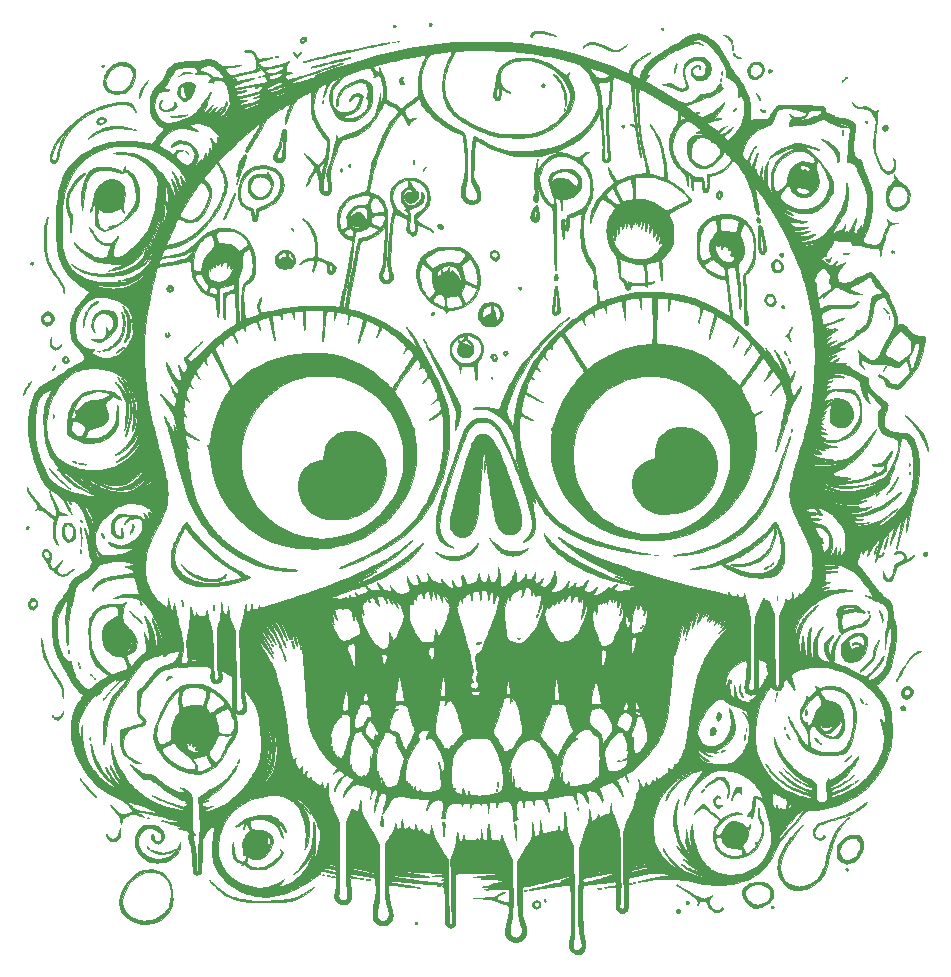
<source format=gbr>
%TF.GenerationSoftware,KiCad,Pcbnew,7.0.1*%
%TF.CreationDate,2023-09-06T21:44:50-07:00*%
%TF.ProjectId,skull_05,736b756c-6c5f-4303-952e-6b696361645f,rev?*%
%TF.SameCoordinates,Original*%
%TF.FileFunction,Copper,L2,Bot*%
%TF.FilePolarity,Positive*%
%FSLAX46Y46*%
G04 Gerber Fmt 4.6, Leading zero omitted, Abs format (unit mm)*
G04 Created by KiCad (PCBNEW 7.0.1) date 2023-09-06 21:44:50*
%MOMM*%
%LPD*%
G01*
G04 APERTURE LIST*
%TA.AperFunction,EtchedComponent*%
%ADD10C,0.010000*%
%TD*%
G04 APERTURE END LIST*
%TO.C,G\u002A\u002A\u002A*%
D10*
X19056520Y-70487715D02*
X19070564Y-70536849D01*
X19075500Y-70606232D01*
X19068426Y-70665049D01*
X19050088Y-70690044D01*
X19024812Y-70677803D01*
X19011125Y-70657031D01*
X18997675Y-70602700D01*
X19000438Y-70540021D01*
X19017363Y-70485690D01*
X19037421Y-70469458D01*
X19056520Y-70487715D01*
%TA.AperFunction,EtchedComponent*%
G36*
X19056520Y-70487715D02*
G01*
X19070564Y-70536849D01*
X19075500Y-70606232D01*
X19068426Y-70665049D01*
X19050088Y-70690044D01*
X19024812Y-70677803D01*
X19011125Y-70657031D01*
X18997675Y-70602700D01*
X19000438Y-70540021D01*
X19017363Y-70485690D01*
X19037421Y-70469458D01*
X19056520Y-70487715D01*
G37*
%TD.AperFunction*%
X33451798Y-14511472D02*
X33468834Y-14532986D01*
X33450510Y-14566842D01*
X33401337Y-14583566D01*
X33330007Y-14581137D01*
X33294209Y-14573576D01*
X33258632Y-14556499D01*
X33259009Y-14536968D01*
X33289458Y-14519012D01*
X33344099Y-14506662D01*
X33396481Y-14503500D01*
X33451798Y-14511472D01*
%TA.AperFunction,EtchedComponent*%
G36*
X33451798Y-14511472D02*
G01*
X33468834Y-14532986D01*
X33450510Y-14566842D01*
X33401337Y-14583566D01*
X33330007Y-14581137D01*
X33294209Y-14573576D01*
X33258632Y-14556499D01*
X33259009Y-14536968D01*
X33289458Y-14519012D01*
X33344099Y-14506662D01*
X33396481Y-14503500D01*
X33451798Y-14511472D01*
G37*
%TD.AperFunction*%
X34875115Y-12801067D02*
X34922914Y-12809043D01*
X34944363Y-12823505D01*
X34932295Y-12842295D01*
X34890537Y-12855245D01*
X34831605Y-12859773D01*
X34785239Y-12856321D01*
X34750850Y-12842035D01*
X34744669Y-12824410D01*
X34769111Y-12808827D01*
X34818220Y-12801021D01*
X34875115Y-12801067D01*
%TA.AperFunction,EtchedComponent*%
G36*
X34875115Y-12801067D02*
G01*
X34922914Y-12809043D01*
X34944363Y-12823505D01*
X34932295Y-12842295D01*
X34890537Y-12855245D01*
X34831605Y-12859773D01*
X34785239Y-12856321D01*
X34750850Y-12842035D01*
X34744669Y-12824410D01*
X34769111Y-12808827D01*
X34818220Y-12801021D01*
X34875115Y-12801067D01*
G37*
%TD.AperFunction*%
X38803782Y-82072924D02*
X38843765Y-82088201D01*
X38855750Y-82109834D01*
X38837375Y-82130256D01*
X38793009Y-82144550D01*
X38738793Y-82150722D01*
X38690866Y-82146780D01*
X38666600Y-82133184D01*
X38672318Y-82108498D01*
X38697454Y-82088424D01*
X38750013Y-82072322D01*
X38803782Y-82072924D01*
%TA.AperFunction,EtchedComponent*%
G36*
X38803782Y-82072924D02*
G01*
X38843765Y-82088201D01*
X38855750Y-82109834D01*
X38837375Y-82130256D01*
X38793009Y-82144550D01*
X38738793Y-82150722D01*
X38690866Y-82146780D01*
X38666600Y-82133184D01*
X38672318Y-82108498D01*
X38697454Y-82088424D01*
X38750013Y-82072322D01*
X38803782Y-82072924D01*
G37*
%TD.AperFunction*%
X77060951Y-67241768D02*
X77076078Y-67293945D01*
X77075367Y-67352158D01*
X77069762Y-67373136D01*
X77047394Y-67413988D01*
X77027785Y-67415438D01*
X77013890Y-67380417D01*
X77008667Y-67312570D01*
X77012580Y-67243867D01*
X77024743Y-67214322D01*
X77033971Y-67213407D01*
X77060951Y-67241768D01*
%TA.AperFunction,EtchedComponent*%
G36*
X77060951Y-67241768D02*
G01*
X77076078Y-67293945D01*
X77075367Y-67352158D01*
X77069762Y-67373136D01*
X77047394Y-67413988D01*
X77027785Y-67415438D01*
X77013890Y-67380417D01*
X77008667Y-67312570D01*
X77012580Y-67243867D01*
X77024743Y-67214322D01*
X77033971Y-67213407D01*
X77060951Y-67241768D01*
G37*
%TD.AperFunction*%
X17248689Y-63046120D02*
X17263984Y-63086617D01*
X17272194Y-63151267D01*
X17271659Y-63222116D01*
X17261827Y-63275924D01*
X17245332Y-63303901D01*
X17227536Y-63300314D01*
X17219644Y-63272715D01*
X17214307Y-63216335D01*
X17212834Y-63160375D01*
X17218391Y-63083724D01*
X17231917Y-63045397D01*
X17248689Y-63046120D01*
%TA.AperFunction,EtchedComponent*%
G36*
X17248689Y-63046120D02*
G01*
X17263984Y-63086617D01*
X17272194Y-63151267D01*
X17271659Y-63222116D01*
X17261827Y-63275924D01*
X17245332Y-63303901D01*
X17227536Y-63300314D01*
X17219644Y-63272715D01*
X17214307Y-63216335D01*
X17212834Y-63160375D01*
X17218391Y-63083724D01*
X17231917Y-63045397D01*
X17248689Y-63046120D01*
G37*
%TD.AperFunction*%
X21573856Y-31765136D02*
X21608441Y-31784738D01*
X21605624Y-31805812D01*
X21569926Y-31823926D01*
X21505866Y-31834652D01*
X21502721Y-31834868D01*
X21439761Y-31835697D01*
X21409788Y-31826025D01*
X21403834Y-31810092D01*
X21422392Y-31784116D01*
X21467904Y-31765563D01*
X21525129Y-31758463D01*
X21573856Y-31765136D01*
%TA.AperFunction,EtchedComponent*%
G36*
X21573856Y-31765136D02*
G01*
X21608441Y-31784738D01*
X21605624Y-31805812D01*
X21569926Y-31823926D01*
X21505866Y-31834652D01*
X21502721Y-31834868D01*
X21439761Y-31835697D01*
X21409788Y-31826025D01*
X21403834Y-31810092D01*
X21422392Y-31784116D01*
X21467904Y-31765563D01*
X21525129Y-31758463D01*
X21573856Y-31765136D01*
G37*
%TD.AperFunction*%
X22578964Y-35088112D02*
X22594549Y-35136420D01*
X22597450Y-35191809D01*
X22587390Y-35239925D01*
X22564093Y-35266413D01*
X22554948Y-35268000D01*
X22536128Y-35253784D01*
X22527073Y-35207249D01*
X22525667Y-35160403D01*
X22529580Y-35091700D01*
X22541743Y-35062155D01*
X22550971Y-35061240D01*
X22578964Y-35088112D01*
%TA.AperFunction,EtchedComponent*%
G36*
X22578964Y-35088112D02*
G01*
X22594549Y-35136420D01*
X22597450Y-35191809D01*
X22587390Y-35239925D01*
X22564093Y-35266413D01*
X22554948Y-35268000D01*
X22536128Y-35253784D01*
X22527073Y-35207249D01*
X22525667Y-35160403D01*
X22529580Y-35091700D01*
X22541743Y-35062155D01*
X22550971Y-35061240D01*
X22578964Y-35088112D01*
G37*
%TD.AperFunction*%
X22887887Y-19001571D02*
X22918018Y-19025596D01*
X22918713Y-19051967D01*
X22889524Y-19066692D01*
X22836156Y-19074090D01*
X22775928Y-19073973D01*
X22726159Y-19066151D01*
X22705559Y-19054294D01*
X22713178Y-19033894D01*
X22748599Y-19012282D01*
X22798004Y-18995982D01*
X22839253Y-18991158D01*
X22887887Y-19001571D01*
%TA.AperFunction,EtchedComponent*%
G36*
X22887887Y-19001571D02*
G01*
X22918018Y-19025596D01*
X22918713Y-19051967D01*
X22889524Y-19066692D01*
X22836156Y-19074090D01*
X22775928Y-19073973D01*
X22726159Y-19066151D01*
X22705559Y-19054294D01*
X22713178Y-19033894D01*
X22748599Y-19012282D01*
X22798004Y-18995982D01*
X22839253Y-18991158D01*
X22887887Y-19001571D01*
G37*
%TD.AperFunction*%
X24044406Y-77259740D02*
X24060250Y-77283834D01*
X24041720Y-77303303D01*
X23996362Y-77317417D01*
X23939523Y-77324475D01*
X23886550Y-77322777D01*
X23852789Y-77310620D01*
X23849908Y-77307144D01*
X23853728Y-77282163D01*
X23887970Y-77260300D01*
X23940772Y-77246684D01*
X23992437Y-77245524D01*
X24044406Y-77259740D01*
%TA.AperFunction,EtchedComponent*%
G36*
X24044406Y-77259740D02*
G01*
X24060250Y-77283834D01*
X24041720Y-77303303D01*
X23996362Y-77317417D01*
X23939523Y-77324475D01*
X23886550Y-77322777D01*
X23852789Y-77310620D01*
X23849908Y-77307144D01*
X23853728Y-77282163D01*
X23887970Y-77260300D01*
X23940772Y-77246684D01*
X23992437Y-77245524D01*
X24044406Y-77259740D01*
G37*
%TD.AperFunction*%
X36168255Y-27369047D02*
X36213128Y-27411572D01*
X36248709Y-27464821D01*
X36262834Y-27513508D01*
X36247806Y-27551601D01*
X36211308Y-27564687D01*
X36166217Y-27552502D01*
X36126450Y-27516290D01*
X36101794Y-27463921D01*
X36093690Y-27409929D01*
X36102152Y-27367966D01*
X36126261Y-27351667D01*
X36168255Y-27369047D01*
%TA.AperFunction,EtchedComponent*%
G36*
X36168255Y-27369047D02*
G01*
X36213128Y-27411572D01*
X36248709Y-27464821D01*
X36262834Y-27513508D01*
X36247806Y-27551601D01*
X36211308Y-27564687D01*
X36166217Y-27552502D01*
X36126450Y-27516290D01*
X36101794Y-27463921D01*
X36093690Y-27409929D01*
X36102152Y-27367966D01*
X36126261Y-27351667D01*
X36168255Y-27369047D01*
G37*
%TD.AperFunction*%
X37284606Y-13199460D02*
X37313898Y-13219572D01*
X37310981Y-13245199D01*
X37297420Y-13256709D01*
X37252561Y-13271371D01*
X37195091Y-13274734D01*
X37143741Y-13267258D01*
X37118621Y-13252300D01*
X37119422Y-13223645D01*
X37154710Y-13202070D01*
X37216733Y-13191809D01*
X37229959Y-13191491D01*
X37284606Y-13199460D01*
%TA.AperFunction,EtchedComponent*%
G36*
X37284606Y-13199460D02*
G01*
X37313898Y-13219572D01*
X37310981Y-13245199D01*
X37297420Y-13256709D01*
X37252561Y-13271371D01*
X37195091Y-13274734D01*
X37143741Y-13267258D01*
X37118621Y-13252300D01*
X37119422Y-13223645D01*
X37154710Y-13202070D01*
X37216733Y-13191809D01*
X37229959Y-13191491D01*
X37284606Y-13199460D01*
G37*
%TD.AperFunction*%
X39694080Y-82243203D02*
X39742191Y-82260693D01*
X39755334Y-82281431D01*
X39736028Y-82291057D01*
X39685516Y-82297865D01*
X39617750Y-82300334D01*
X39547686Y-82297681D01*
X39498132Y-82290742D01*
X39480167Y-82281431D01*
X39499817Y-82256689D01*
X39553774Y-82241094D01*
X39617750Y-82236834D01*
X39694080Y-82243203D01*
%TA.AperFunction,EtchedComponent*%
G36*
X39694080Y-82243203D02*
G01*
X39742191Y-82260693D01*
X39755334Y-82281431D01*
X39736028Y-82291057D01*
X39685516Y-82297865D01*
X39617750Y-82300334D01*
X39547686Y-82297681D01*
X39498132Y-82290742D01*
X39480167Y-82281431D01*
X39499817Y-82256689D01*
X39553774Y-82241094D01*
X39617750Y-82236834D01*
X39694080Y-82243203D01*
G37*
%TD.AperFunction*%
X42771026Y-75472670D02*
X42791380Y-75506348D01*
X42799172Y-75565179D01*
X42798274Y-75588864D01*
X42785703Y-75645576D01*
X42762184Y-75671667D01*
X42733219Y-75661497D01*
X42721654Y-75628620D01*
X42718866Y-75574901D01*
X42723971Y-75518955D01*
X42736082Y-75479398D01*
X42742200Y-75472621D01*
X42771026Y-75472670D01*
%TA.AperFunction,EtchedComponent*%
G36*
X42771026Y-75472670D02*
G01*
X42791380Y-75506348D01*
X42799172Y-75565179D01*
X42798274Y-75588864D01*
X42785703Y-75645576D01*
X42762184Y-75671667D01*
X42733219Y-75661497D01*
X42721654Y-75628620D01*
X42718866Y-75574901D01*
X42723971Y-75518955D01*
X42736082Y-75479398D01*
X42742200Y-75472621D01*
X42771026Y-75472670D01*
G37*
%TD.AperFunction*%
X44847038Y-11576894D02*
X44888094Y-11591033D01*
X44893542Y-11598375D01*
X44885743Y-11613905D01*
X44845975Y-11622354D01*
X44771834Y-11624834D01*
X44696095Y-11622203D01*
X44657294Y-11613571D01*
X44650125Y-11598375D01*
X44677108Y-11581138D01*
X44740273Y-11572620D01*
X44771834Y-11571917D01*
X44847038Y-11576894D01*
%TA.AperFunction,EtchedComponent*%
G36*
X44847038Y-11576894D02*
G01*
X44888094Y-11591033D01*
X44893542Y-11598375D01*
X44885743Y-11613905D01*
X44845975Y-11622354D01*
X44771834Y-11624834D01*
X44696095Y-11622203D01*
X44657294Y-11613571D01*
X44650125Y-11598375D01*
X44677108Y-11581138D01*
X44740273Y-11572620D01*
X44771834Y-11571917D01*
X44847038Y-11576894D01*
G37*
%TD.AperFunction*%
X45198921Y-11479464D02*
X45241299Y-11492235D01*
X45249546Y-11500200D01*
X45250045Y-11528787D01*
X45218100Y-11548733D01*
X45163127Y-11557717D01*
X45094543Y-11553415D01*
X45061751Y-11546526D01*
X45036272Y-11532351D01*
X45048468Y-11506648D01*
X45084593Y-11487245D01*
X45140715Y-11477992D01*
X45198921Y-11479464D01*
%TA.AperFunction,EtchedComponent*%
G36*
X45198921Y-11479464D02*
G01*
X45241299Y-11492235D01*
X45249546Y-11500200D01*
X45250045Y-11528787D01*
X45218100Y-11548733D01*
X45163127Y-11557717D01*
X45094543Y-11553415D01*
X45061751Y-11546526D01*
X45036272Y-11532351D01*
X45048468Y-11506648D01*
X45084593Y-11487245D01*
X45140715Y-11477992D01*
X45198921Y-11479464D01*
G37*
%TD.AperFunction*%
X48592798Y-72553112D02*
X48608383Y-72601420D01*
X48611283Y-72656809D01*
X48601223Y-72704925D01*
X48577927Y-72731413D01*
X48568781Y-72733000D01*
X48549961Y-72718784D01*
X48540906Y-72672249D01*
X48539500Y-72625403D01*
X48543413Y-72556700D01*
X48555576Y-72527155D01*
X48564804Y-72526240D01*
X48592798Y-72553112D01*
%TA.AperFunction,EtchedComponent*%
G36*
X48592798Y-72553112D02*
G01*
X48608383Y-72601420D01*
X48611283Y-72656809D01*
X48601223Y-72704925D01*
X48577927Y-72731413D01*
X48568781Y-72733000D01*
X48549961Y-72718784D01*
X48540906Y-72672249D01*
X48539500Y-72625403D01*
X48543413Y-72556700D01*
X48555576Y-72527155D01*
X48564804Y-72526240D01*
X48592798Y-72553112D01*
G37*
%TD.AperFunction*%
X49895741Y-74742272D02*
X49910846Y-74795605D01*
X49915334Y-74861981D01*
X49905692Y-74913906D01*
X49883029Y-74935471D01*
X49856740Y-74922937D01*
X49841099Y-74891525D01*
X49835756Y-74845466D01*
X49840886Y-74791153D01*
X49853468Y-74744870D01*
X49870482Y-74722900D01*
X49872417Y-74722667D01*
X49895741Y-74742272D01*
%TA.AperFunction,EtchedComponent*%
G36*
X49895741Y-74742272D02*
G01*
X49910846Y-74795605D01*
X49915334Y-74861981D01*
X49905692Y-74913906D01*
X49883029Y-74935471D01*
X49856740Y-74922937D01*
X49841099Y-74891525D01*
X49835756Y-74845466D01*
X49840886Y-74791153D01*
X49853468Y-74744870D01*
X49870482Y-74722900D01*
X49872417Y-74722667D01*
X49895741Y-74742272D01*
G37*
%TD.AperFunction*%
X53058204Y-39933264D02*
X53058376Y-39933307D01*
X53106954Y-39963814D01*
X53125705Y-40015707D01*
X53111928Y-40072034D01*
X53084630Y-40107943D01*
X53055196Y-40107736D01*
X53016153Y-40070511D01*
X53007203Y-40059396D01*
X52970706Y-39997425D01*
X52968338Y-39952547D01*
X52998154Y-39929561D01*
X53058204Y-39933264D01*
%TA.AperFunction,EtchedComponent*%
G36*
X53058204Y-39933264D02*
G01*
X53058376Y-39933307D01*
X53106954Y-39963814D01*
X53125705Y-40015707D01*
X53111928Y-40072034D01*
X53084630Y-40107943D01*
X53055196Y-40107736D01*
X53016153Y-40070511D01*
X53007203Y-40059396D01*
X52970706Y-39997425D01*
X52968338Y-39952547D01*
X52998154Y-39929561D01*
X53058204Y-39933264D01*
G37*
%TD.AperFunction*%
X60368351Y-76386921D02*
X60383932Y-76430260D01*
X60389861Y-76485456D01*
X60388810Y-76505306D01*
X60375563Y-76556720D01*
X60353495Y-76579889D01*
X60330156Y-76569501D01*
X60321358Y-76552747D01*
X60309638Y-76491739D01*
X60312235Y-76424422D01*
X60327382Y-76376099D01*
X60347905Y-76365510D01*
X60368351Y-76386921D01*
%TA.AperFunction,EtchedComponent*%
G36*
X60368351Y-76386921D02*
G01*
X60383932Y-76430260D01*
X60389861Y-76485456D01*
X60388810Y-76505306D01*
X60375563Y-76556720D01*
X60353495Y-76579889D01*
X60330156Y-76569501D01*
X60321358Y-76552747D01*
X60309638Y-76491739D01*
X60312235Y-76424422D01*
X60327382Y-76376099D01*
X60347905Y-76365510D01*
X60368351Y-76386921D01*
G37*
%TD.AperFunction*%
X65581286Y-82644286D02*
X65590851Y-82647269D01*
X65618802Y-82668032D01*
X65610489Y-82690265D01*
X65571503Y-82709079D01*
X65508221Y-82719535D01*
X65445598Y-82720459D01*
X65415677Y-82711019D01*
X65409334Y-82694036D01*
X65427891Y-82670004D01*
X65473149Y-82651019D01*
X65529487Y-82641105D01*
X65581286Y-82644286D01*
%TA.AperFunction,EtchedComponent*%
G36*
X65581286Y-82644286D02*
G01*
X65590851Y-82647269D01*
X65618802Y-82668032D01*
X65610489Y-82690265D01*
X65571503Y-82709079D01*
X65508221Y-82719535D01*
X65445598Y-82720459D01*
X65415677Y-82711019D01*
X65409334Y-82694036D01*
X65427891Y-82670004D01*
X65473149Y-82651019D01*
X65529487Y-82641105D01*
X65581286Y-82644286D01*
G37*
%TD.AperFunction*%
X67542467Y-10401700D02*
X67581611Y-10430502D01*
X67602006Y-10473926D01*
X67594239Y-10523318D01*
X67578995Y-10545248D01*
X67530517Y-10582366D01*
X67484980Y-10578743D01*
X67453429Y-10554405D01*
X67423459Y-10501172D01*
X67428946Y-10446265D01*
X67445567Y-10422567D01*
X67493982Y-10396170D01*
X67542467Y-10401700D01*
%TA.AperFunction,EtchedComponent*%
G36*
X67542467Y-10401700D02*
G01*
X67581611Y-10430502D01*
X67602006Y-10473926D01*
X67594239Y-10523318D01*
X67578995Y-10545248D01*
X67530517Y-10582366D01*
X67484980Y-10578743D01*
X67453429Y-10554405D01*
X67423459Y-10501172D01*
X67428946Y-10446265D01*
X67445567Y-10422567D01*
X67493982Y-10396170D01*
X67542467Y-10401700D01*
G37*
%TD.AperFunction*%
X69441026Y-62053003D02*
X69461380Y-62086681D01*
X69469172Y-62145513D01*
X69468274Y-62169197D01*
X69455703Y-62225910D01*
X69432184Y-62252000D01*
X69403219Y-62241830D01*
X69391654Y-62208954D01*
X69388866Y-62155234D01*
X69393971Y-62099288D01*
X69406082Y-62059732D01*
X69412200Y-62052954D01*
X69441026Y-62053003D01*
%TA.AperFunction,EtchedComponent*%
G36*
X69441026Y-62053003D02*
G01*
X69461380Y-62086681D01*
X69469172Y-62145513D01*
X69468274Y-62169197D01*
X69455703Y-62225910D01*
X69432184Y-62252000D01*
X69403219Y-62241830D01*
X69391654Y-62208954D01*
X69388866Y-62155234D01*
X69393971Y-62099288D01*
X69406082Y-62059732D01*
X69412200Y-62052954D01*
X69441026Y-62053003D01*
G37*
%TD.AperFunction*%
X70584026Y-35150170D02*
X70604380Y-35183848D01*
X70612172Y-35242679D01*
X70611274Y-35266364D01*
X70599535Y-35320298D01*
X70578864Y-35346680D01*
X70556014Y-35340050D01*
X70544858Y-35320080D01*
X70533131Y-35264602D01*
X70533808Y-35205561D01*
X70545789Y-35161024D01*
X70555200Y-35150121D01*
X70584026Y-35150170D01*
%TA.AperFunction,EtchedComponent*%
G36*
X70584026Y-35150170D02*
G01*
X70604380Y-35183848D01*
X70612172Y-35242679D01*
X70611274Y-35266364D01*
X70599535Y-35320298D01*
X70578864Y-35346680D01*
X70556014Y-35340050D01*
X70544858Y-35320080D01*
X70533131Y-35264602D01*
X70533808Y-35205561D01*
X70545789Y-35161024D01*
X70555200Y-35150121D01*
X70584026Y-35150170D01*
G37*
%TD.AperFunction*%
X72459874Y-14688395D02*
X72481387Y-14722775D01*
X72494927Y-14775010D01*
X72496143Y-14825640D01*
X72482896Y-14877054D01*
X72460828Y-14900222D01*
X72437489Y-14889835D01*
X72428691Y-14873080D01*
X72418003Y-14822589D01*
X72416165Y-14762584D01*
X72422542Y-14710453D01*
X72435605Y-14684073D01*
X72459874Y-14688395D01*
%TA.AperFunction,EtchedComponent*%
G36*
X72459874Y-14688395D02*
G01*
X72481387Y-14722775D01*
X72494927Y-14775010D01*
X72496143Y-14825640D01*
X72482896Y-14877054D01*
X72460828Y-14900222D01*
X72437489Y-14889835D01*
X72428691Y-14873080D01*
X72418003Y-14822589D01*
X72416165Y-14762584D01*
X72422542Y-14710453D01*
X72435605Y-14684073D01*
X72459874Y-14688395D01*
G37*
%TD.AperFunction*%
X73281423Y-65652641D02*
X73306032Y-65699113D01*
X73306198Y-65699549D01*
X73318606Y-65760756D01*
X73311989Y-65814968D01*
X73289290Y-65848772D01*
X73272347Y-65853834D01*
X73252556Y-65842085D01*
X73242919Y-65801775D01*
X73241000Y-65748000D01*
X73246345Y-65678989D01*
X73260674Y-65646568D01*
X73281423Y-65652641D01*
%TA.AperFunction,EtchedComponent*%
G36*
X73281423Y-65652641D02*
G01*
X73306032Y-65699113D01*
X73306198Y-65699549D01*
X73318606Y-65760756D01*
X73311989Y-65814968D01*
X73289290Y-65848772D01*
X73272347Y-65853834D01*
X73252556Y-65842085D01*
X73242919Y-65801775D01*
X73241000Y-65748000D01*
X73246345Y-65678989D01*
X73260674Y-65646568D01*
X73281423Y-65652641D01*
G37*
%TD.AperFunction*%
X77865359Y-69588336D02*
X77885713Y-69622015D01*
X77893505Y-69680846D01*
X77892608Y-69704531D01*
X77880868Y-69758465D01*
X77860197Y-69784847D01*
X77837347Y-69778217D01*
X77826191Y-69758247D01*
X77814465Y-69702768D01*
X77815141Y-69643728D01*
X77827122Y-69599190D01*
X77836533Y-69588288D01*
X77865359Y-69588336D01*
%TA.AperFunction,EtchedComponent*%
G36*
X77865359Y-69588336D02*
G01*
X77885713Y-69622015D01*
X77893505Y-69680846D01*
X77892608Y-69704531D01*
X77880868Y-69758465D01*
X77860197Y-69784847D01*
X77837347Y-69778217D01*
X77826191Y-69758247D01*
X77814465Y-69702768D01*
X77815141Y-69643728D01*
X77827122Y-69599190D01*
X77836533Y-69588288D01*
X77865359Y-69588336D01*
G37*
%TD.AperFunction*%
X78449738Y-44391636D02*
X78462403Y-44437817D01*
X78464142Y-44505066D01*
X78464106Y-44505605D01*
X78453356Y-44563938D01*
X78434150Y-44595087D01*
X78412062Y-44593656D01*
X78397691Y-44569914D01*
X78385711Y-44506266D01*
X78389746Y-44437355D01*
X78405991Y-44390834D01*
X78429738Y-44373613D01*
X78449738Y-44391636D01*
%TA.AperFunction,EtchedComponent*%
G36*
X78449738Y-44391636D02*
G01*
X78462403Y-44437817D01*
X78464142Y-44505066D01*
X78464106Y-44505605D01*
X78453356Y-44563938D01*
X78434150Y-44595087D01*
X78412062Y-44593656D01*
X78397691Y-44569914D01*
X78385711Y-44506266D01*
X78389746Y-44437355D01*
X78405991Y-44390834D01*
X78429738Y-44373613D01*
X78449738Y-44391636D01*
G37*
%TD.AperFunction*%
X83174909Y-81591243D02*
X83214055Y-81629243D01*
X83227476Y-81675614D01*
X83209656Y-81719267D01*
X83162605Y-81747467D01*
X83102414Y-81736388D01*
X83054605Y-81706131D01*
X83010020Y-81657022D01*
X83001589Y-81612815D01*
X83029405Y-81580387D01*
X83052780Y-81571717D01*
X83118371Y-81569454D01*
X83174909Y-81591243D01*
%TA.AperFunction,EtchedComponent*%
G36*
X83174909Y-81591243D02*
G01*
X83214055Y-81629243D01*
X83227476Y-81675614D01*
X83209656Y-81719267D01*
X83162605Y-81747467D01*
X83102414Y-81736388D01*
X83054605Y-81706131D01*
X83010020Y-81657022D01*
X83001589Y-81612815D01*
X83029405Y-81580387D01*
X83052780Y-81571717D01*
X83118371Y-81569454D01*
X83174909Y-81591243D01*
G37*
%TD.AperFunction*%
X84800109Y-67605057D02*
X84826718Y-67619426D01*
X84829750Y-67631834D01*
X84811405Y-67652758D01*
X84767041Y-67666833D01*
X84712662Y-67672306D01*
X84664276Y-67667422D01*
X84639073Y-67652714D01*
X84632535Y-67625551D01*
X84657490Y-67609613D01*
X84718576Y-67602559D01*
X84739724Y-67601915D01*
X84800109Y-67605057D01*
%TA.AperFunction,EtchedComponent*%
G36*
X84800109Y-67605057D02*
G01*
X84826718Y-67619426D01*
X84829750Y-67631834D01*
X84811405Y-67652758D01*
X84767041Y-67666833D01*
X84712662Y-67672306D01*
X84664276Y-67667422D01*
X84639073Y-67652714D01*
X84632535Y-67625551D01*
X84657490Y-67609613D01*
X84718576Y-67602559D01*
X84739724Y-67601915D01*
X84800109Y-67605057D01*
G37*
%TD.AperFunction*%
X84958219Y-52214177D02*
X84997241Y-52234283D01*
X85009667Y-52256545D01*
X84995514Y-52275575D01*
X84949106Y-52284649D01*
X84903834Y-52286000D01*
X84843463Y-52282099D01*
X84805143Y-52272123D01*
X84798000Y-52264310D01*
X84816514Y-52239426D01*
X84861448Y-52219901D01*
X84916889Y-52210713D01*
X84958219Y-52214177D01*
%TA.AperFunction,EtchedComponent*%
G36*
X84958219Y-52214177D02*
G01*
X84997241Y-52234283D01*
X85009667Y-52256545D01*
X84995514Y-52275575D01*
X84949106Y-52284649D01*
X84903834Y-52286000D01*
X84843463Y-52282099D01*
X84805143Y-52272123D01*
X84798000Y-52264310D01*
X84816514Y-52239426D01*
X84861448Y-52219901D01*
X84916889Y-52210713D01*
X84958219Y-52214177D01*
G37*
%TD.AperFunction*%
X87344924Y-54281393D02*
X87360880Y-54305542D01*
X87372979Y-54357430D01*
X87376202Y-54388446D01*
X87376926Y-54451791D01*
X87366994Y-54481808D01*
X87352146Y-54487334D01*
X87327002Y-54468768D01*
X87313783Y-54429125D01*
X87309999Y-54358002D01*
X87318102Y-54305435D01*
X87336033Y-54281180D01*
X87344924Y-54281393D01*
%TA.AperFunction,EtchedComponent*%
G36*
X87344924Y-54281393D02*
G01*
X87360880Y-54305542D01*
X87372979Y-54357430D01*
X87376202Y-54388446D01*
X87376926Y-54451791D01*
X87366994Y-54481808D01*
X87352146Y-54487334D01*
X87327002Y-54468768D01*
X87313783Y-54429125D01*
X87309999Y-54358002D01*
X87318102Y-54305435D01*
X87336033Y-54281180D01*
X87344924Y-54281393D01*
G37*
%TD.AperFunction*%
X88423952Y-47266849D02*
X88445173Y-47311797D01*
X88454912Y-47367277D01*
X88451533Y-47405523D01*
X88430980Y-47451625D01*
X88403227Y-47456549D01*
X88389278Y-47445889D01*
X88379017Y-47416492D01*
X88375254Y-47366248D01*
X88377389Y-47310947D01*
X88384821Y-47266380D01*
X88396787Y-47248334D01*
X88423952Y-47266849D01*
%TA.AperFunction,EtchedComponent*%
G36*
X88423952Y-47266849D02*
G01*
X88445173Y-47311797D01*
X88454912Y-47367277D01*
X88451533Y-47405523D01*
X88430980Y-47451625D01*
X88403227Y-47456549D01*
X88389278Y-47445889D01*
X88379017Y-47416492D01*
X88375254Y-47366248D01*
X88377389Y-47310947D01*
X88384821Y-47266380D01*
X88396787Y-47248334D01*
X88423952Y-47266849D01*
G37*
%TD.AperFunction*%
X13788830Y-52617656D02*
X13831207Y-52657019D01*
X13843628Y-52695720D01*
X13834551Y-52760931D01*
X13798064Y-52808508D01*
X13745351Y-52833935D01*
X13687600Y-52832695D01*
X13635995Y-52800273D01*
X13623819Y-52784458D01*
X13597884Y-52719712D01*
X13612789Y-52665890D01*
X13660834Y-52626093D01*
X13728240Y-52605900D01*
X13788830Y-52617656D01*
%TA.AperFunction,EtchedComponent*%
G36*
X13788830Y-52617656D02*
G01*
X13831207Y-52657019D01*
X13843628Y-52695720D01*
X13834551Y-52760931D01*
X13798064Y-52808508D01*
X13745351Y-52833935D01*
X13687600Y-52832695D01*
X13635995Y-52800273D01*
X13623819Y-52784458D01*
X13597884Y-52719712D01*
X13612789Y-52665890D01*
X13660834Y-52626093D01*
X13728240Y-52605900D01*
X13788830Y-52617656D01*
G37*
%TD.AperFunction*%
X14170871Y-30244879D02*
X14193697Y-30264970D01*
X14239838Y-30328308D01*
X14244533Y-30385399D01*
X14216238Y-30429905D01*
X14161033Y-30460240D01*
X14099704Y-30449907D01*
X14047455Y-30411212D01*
X14004400Y-30352714D01*
X13999574Y-30295251D01*
X14017412Y-30250109D01*
X14055926Y-30215762D01*
X14110325Y-30214292D01*
X14170871Y-30244879D01*
%TA.AperFunction,EtchedComponent*%
G36*
X14170871Y-30244879D02*
G01*
X14193697Y-30264970D01*
X14239838Y-30328308D01*
X14244533Y-30385399D01*
X14216238Y-30429905D01*
X14161033Y-30460240D01*
X14099704Y-30449907D01*
X14047455Y-30411212D01*
X14004400Y-30352714D01*
X13999574Y-30295251D01*
X14017412Y-30250109D01*
X14055926Y-30215762D01*
X14110325Y-30214292D01*
X14170871Y-30244879D01*
G37*
%TD.AperFunction*%
X18068211Y-64098777D02*
X18089658Y-64137222D01*
X18092601Y-64147764D01*
X18100178Y-64211566D01*
X18092427Y-64265219D01*
X18073168Y-64299486D01*
X18046221Y-64305127D01*
X18031719Y-64294997D01*
X18022768Y-64266512D01*
X18017640Y-64212351D01*
X18017167Y-64188722D01*
X18025120Y-64128244D01*
X18044417Y-64097023D01*
X18068211Y-64098777D01*
%TA.AperFunction,EtchedComponent*%
G36*
X18068211Y-64098777D02*
G01*
X18089658Y-64137222D01*
X18092601Y-64147764D01*
X18100178Y-64211566D01*
X18092427Y-64265219D01*
X18073168Y-64299486D01*
X18046221Y-64305127D01*
X18031719Y-64294997D01*
X18022768Y-64266512D01*
X18017640Y-64212351D01*
X18017167Y-64188722D01*
X18025120Y-64128244D01*
X18044417Y-64097023D01*
X18068211Y-64098777D01*
G37*
%TD.AperFunction*%
X18145749Y-64430966D02*
X18168599Y-64465478D01*
X18183809Y-64516618D01*
X18186500Y-64548100D01*
X18176372Y-64593504D01*
X18152762Y-64627736D01*
X18125832Y-64638595D01*
X18115761Y-64633039D01*
X18105600Y-64602266D01*
X18102035Y-64548752D01*
X18104550Y-64489812D01*
X18112629Y-64442758D01*
X18121938Y-64425740D01*
X18145749Y-64430966D01*
%TA.AperFunction,EtchedComponent*%
G36*
X18145749Y-64430966D02*
G01*
X18168599Y-64465478D01*
X18183809Y-64516618D01*
X18186500Y-64548100D01*
X18176372Y-64593504D01*
X18152762Y-64627736D01*
X18125832Y-64638595D01*
X18115761Y-64633039D01*
X18105600Y-64602266D01*
X18102035Y-64548752D01*
X18104550Y-64489812D01*
X18112629Y-64442758D01*
X18121938Y-64425740D01*
X18145749Y-64430966D01*
G37*
%TD.AperFunction*%
X18251623Y-52069864D02*
X18293513Y-52110376D01*
X18330401Y-52160329D01*
X18350648Y-52205354D01*
X18351307Y-52219788D01*
X18332254Y-52256643D01*
X18300773Y-52258103D01*
X18263391Y-52226628D01*
X18231248Y-52174571D01*
X18200779Y-52108833D01*
X18189112Y-52072213D01*
X18195232Y-52056423D01*
X18216369Y-52053167D01*
X18251623Y-52069864D01*
%TA.AperFunction,EtchedComponent*%
G36*
X18251623Y-52069864D02*
G01*
X18293513Y-52110376D01*
X18330401Y-52160329D01*
X18350648Y-52205354D01*
X18351307Y-52219788D01*
X18332254Y-52256643D01*
X18300773Y-52258103D01*
X18263391Y-52226628D01*
X18231248Y-52174571D01*
X18200779Y-52108833D01*
X18189112Y-52072213D01*
X18195232Y-52056423D01*
X18216369Y-52053167D01*
X18251623Y-52069864D01*
G37*
%TD.AperFunction*%
X19836051Y-37737349D02*
X19875332Y-37758001D01*
X19888967Y-37776250D01*
X19871537Y-37790521D01*
X19827122Y-37800078D01*
X19770892Y-37804082D01*
X19718019Y-37801691D01*
X19683674Y-37792062D01*
X19679394Y-37787875D01*
X19684216Y-37765174D01*
X19717842Y-37745547D01*
X19766761Y-37733353D01*
X19817461Y-37732950D01*
X19836051Y-37737349D01*
%TA.AperFunction,EtchedComponent*%
G36*
X19836051Y-37737349D02*
G01*
X19875332Y-37758001D01*
X19888967Y-37776250D01*
X19871537Y-37790521D01*
X19827122Y-37800078D01*
X19770892Y-37804082D01*
X19718019Y-37801691D01*
X19683674Y-37792062D01*
X19679394Y-37787875D01*
X19684216Y-37765174D01*
X19717842Y-37745547D01*
X19766761Y-37733353D01*
X19817461Y-37732950D01*
X19836051Y-37737349D01*
G37*
%TD.AperFunction*%
X20205506Y-13541029D02*
X20226535Y-13585059D01*
X20209961Y-13640070D01*
X20169323Y-13693875D01*
X20116401Y-13733546D01*
X20067196Y-13736328D01*
X20029449Y-13701853D01*
X20028745Y-13700558D01*
X20008508Y-13639281D01*
X20025151Y-13589113D01*
X20062605Y-13552536D01*
X20121007Y-13516091D01*
X20166399Y-13513885D01*
X20205506Y-13541029D01*
%TA.AperFunction,EtchedComponent*%
G36*
X20205506Y-13541029D02*
G01*
X20226535Y-13585059D01*
X20209961Y-13640070D01*
X20169323Y-13693875D01*
X20116401Y-13733546D01*
X20067196Y-13736328D01*
X20029449Y-13701853D01*
X20028745Y-13700558D01*
X20008508Y-13639281D01*
X20025151Y-13589113D01*
X20062605Y-13552536D01*
X20121007Y-13516091D01*
X20166399Y-13513885D01*
X20205506Y-13541029D01*
G37*
%TD.AperFunction*%
X25251732Y-77502417D02*
X25290007Y-77519637D01*
X25299070Y-77541867D01*
X25293785Y-77549605D01*
X25262871Y-77560981D01*
X25208371Y-77568208D01*
X25148960Y-77569623D01*
X25112056Y-77565795D01*
X25079976Y-77550669D01*
X25081913Y-77530368D01*
X25111018Y-77510765D01*
X25160444Y-77497736D01*
X25194009Y-77495500D01*
X25251732Y-77502417D01*
%TA.AperFunction,EtchedComponent*%
G36*
X25251732Y-77502417D02*
G01*
X25290007Y-77519637D01*
X25299070Y-77541867D01*
X25293785Y-77549605D01*
X25262871Y-77560981D01*
X25208371Y-77568208D01*
X25148960Y-77569623D01*
X25112056Y-77565795D01*
X25079976Y-77550669D01*
X25081913Y-77530368D01*
X25111018Y-77510765D01*
X25160444Y-77497736D01*
X25194009Y-77495500D01*
X25251732Y-77502417D01*
G37*
%TD.AperFunction*%
X34444600Y-62546483D02*
X34477194Y-62587123D01*
X34505454Y-62647474D01*
X34518921Y-62695815D01*
X34519887Y-62746601D01*
X34500430Y-62764950D01*
X34467241Y-62750936D01*
X34427009Y-62704636D01*
X34420655Y-62694709D01*
X34391063Y-62628768D01*
X34386326Y-62573742D01*
X34406831Y-62539873D01*
X34414693Y-62536302D01*
X34444600Y-62546483D01*
%TA.AperFunction,EtchedComponent*%
G36*
X34444600Y-62546483D02*
G01*
X34477194Y-62587123D01*
X34505454Y-62647474D01*
X34518921Y-62695815D01*
X34519887Y-62746601D01*
X34500430Y-62764950D01*
X34467241Y-62750936D01*
X34427009Y-62704636D01*
X34420655Y-62694709D01*
X34391063Y-62628768D01*
X34386326Y-62573742D01*
X34406831Y-62539873D01*
X34414693Y-62536302D01*
X34444600Y-62546483D01*
G37*
%TD.AperFunction*%
X34444600Y-63117983D02*
X34477194Y-63158623D01*
X34505454Y-63218974D01*
X34518921Y-63267315D01*
X34519887Y-63318101D01*
X34500430Y-63336450D01*
X34467241Y-63322436D01*
X34427009Y-63276136D01*
X34420655Y-63266209D01*
X34391063Y-63200268D01*
X34386326Y-63145242D01*
X34406831Y-63111373D01*
X34414693Y-63107802D01*
X34444600Y-63117983D01*
%TA.AperFunction,EtchedComponent*%
G36*
X34444600Y-63117983D02*
G01*
X34477194Y-63158623D01*
X34505454Y-63218974D01*
X34518921Y-63267315D01*
X34519887Y-63318101D01*
X34500430Y-63336450D01*
X34467241Y-63322436D01*
X34427009Y-63276136D01*
X34420655Y-63266209D01*
X34391063Y-63200268D01*
X34386326Y-63145242D01*
X34406831Y-63111373D01*
X34414693Y-63107802D01*
X34444600Y-63117983D01*
G37*
%TD.AperFunction*%
X36882969Y-62803213D02*
X36905552Y-62848394D01*
X36915864Y-62904522D01*
X36915013Y-62926956D01*
X36899362Y-62974761D01*
X36872382Y-62993283D01*
X36848886Y-62982663D01*
X36838669Y-62953470D01*
X36834613Y-62903308D01*
X36836251Y-62847943D01*
X36843115Y-62803140D01*
X36854738Y-62784667D01*
X36854755Y-62784667D01*
X36882969Y-62803213D01*
%TA.AperFunction,EtchedComponent*%
G36*
X36882969Y-62803213D02*
G01*
X36905552Y-62848394D01*
X36915864Y-62904522D01*
X36915013Y-62926956D01*
X36899362Y-62974761D01*
X36872382Y-62993283D01*
X36848886Y-62982663D01*
X36838669Y-62953470D01*
X36834613Y-62903308D01*
X36836251Y-62847943D01*
X36843115Y-62803140D01*
X36854738Y-62784667D01*
X36854755Y-62784667D01*
X36882969Y-62803213D01*
G37*
%TD.AperFunction*%
X44883690Y-10170466D02*
X44923484Y-10203804D01*
X44941677Y-10244626D01*
X44931624Y-10285273D01*
X44900225Y-10311755D01*
X44826469Y-10332231D01*
X44752477Y-10322555D01*
X44720952Y-10306023D01*
X44689602Y-10262885D01*
X44693440Y-10214801D01*
X44728859Y-10173757D01*
X44765876Y-10156877D01*
X44828939Y-10152270D01*
X44883690Y-10170466D01*
%TA.AperFunction,EtchedComponent*%
G36*
X44883690Y-10170466D02*
G01*
X44923484Y-10203804D01*
X44941677Y-10244626D01*
X44931624Y-10285273D01*
X44900225Y-10311755D01*
X44826469Y-10332231D01*
X44752477Y-10322555D01*
X44720952Y-10306023D01*
X44689602Y-10262885D01*
X44693440Y-10214801D01*
X44728859Y-10173757D01*
X44765876Y-10156877D01*
X44828939Y-10152270D01*
X44883690Y-10170466D01*
G37*
%TD.AperFunction*%
X53479436Y-74813453D02*
X53494688Y-74837350D01*
X53506363Y-74889059D01*
X53509535Y-74920113D01*
X53510250Y-74983496D01*
X53500292Y-75013517D01*
X53485545Y-75019000D01*
X53456746Y-75001158D01*
X53443211Y-74973520D01*
X53437865Y-74921289D01*
X53444098Y-74867592D01*
X53458664Y-74826764D01*
X53478320Y-74813144D01*
X53479436Y-74813453D01*
%TA.AperFunction,EtchedComponent*%
G36*
X53479436Y-74813453D02*
G01*
X53494688Y-74837350D01*
X53506363Y-74889059D01*
X53509535Y-74920113D01*
X53510250Y-74983496D01*
X53500292Y-75013517D01*
X53485545Y-75019000D01*
X53456746Y-75001158D01*
X53443211Y-74973520D01*
X53437865Y-74921289D01*
X53444098Y-74867592D01*
X53458664Y-74826764D01*
X53478320Y-74813144D01*
X53479436Y-74813453D01*
G37*
%TD.AperFunction*%
X59209082Y-17229299D02*
X59231932Y-17263812D01*
X59247142Y-17314952D01*
X59249834Y-17346434D01*
X59239705Y-17391837D01*
X59216095Y-17426069D01*
X59189165Y-17436928D01*
X59179094Y-17431372D01*
X59168933Y-17400599D01*
X59165368Y-17347086D01*
X59167883Y-17288145D01*
X59175963Y-17241091D01*
X59185271Y-17224073D01*
X59209082Y-17229299D01*
%TA.AperFunction,EtchedComponent*%
G36*
X59209082Y-17229299D02*
G01*
X59231932Y-17263812D01*
X59247142Y-17314952D01*
X59249834Y-17346434D01*
X59239705Y-17391837D01*
X59216095Y-17426069D01*
X59189165Y-17436928D01*
X59179094Y-17431372D01*
X59168933Y-17400599D01*
X59165368Y-17347086D01*
X59167883Y-17288145D01*
X59175963Y-17241091D01*
X59185271Y-17224073D01*
X59209082Y-17229299D01*
G37*
%TD.AperFunction*%
X65184390Y-82738827D02*
X65207748Y-82761494D01*
X65208250Y-82766000D01*
X65189786Y-82786901D01*
X65144548Y-82800722D01*
X65087765Y-82805650D01*
X65034669Y-82799868D01*
X65009599Y-82789673D01*
X64994811Y-82771522D01*
X65015757Y-82751819D01*
X65026452Y-82745840D01*
X65079162Y-82729384D01*
X65136668Y-82727585D01*
X65184390Y-82738827D01*
%TA.AperFunction,EtchedComponent*%
G36*
X65184390Y-82738827D02*
G01*
X65207748Y-82761494D01*
X65208250Y-82766000D01*
X65189786Y-82786901D01*
X65144548Y-82800722D01*
X65087765Y-82805650D01*
X65034669Y-82799868D01*
X65009599Y-82789673D01*
X64994811Y-82771522D01*
X65015757Y-82751819D01*
X65026452Y-82745840D01*
X65079162Y-82729384D01*
X65136668Y-82727585D01*
X65184390Y-82738827D01*
G37*
%TD.AperFunction*%
X74603391Y-69682048D02*
X74619232Y-69737715D01*
X74622013Y-69807095D01*
X74615282Y-69877681D01*
X74599531Y-69921436D01*
X74577708Y-69931935D01*
X74567797Y-69925242D01*
X74558739Y-69896983D01*
X74554185Y-69844228D01*
X74553849Y-69780787D01*
X74557442Y-69720470D01*
X74564677Y-69677087D01*
X74573251Y-69663834D01*
X74603391Y-69682048D01*
%TA.AperFunction,EtchedComponent*%
G36*
X74603391Y-69682048D02*
G01*
X74619232Y-69737715D01*
X74622013Y-69807095D01*
X74615282Y-69877681D01*
X74599531Y-69921436D01*
X74577708Y-69931935D01*
X74567797Y-69925242D01*
X74558739Y-69896983D01*
X74554185Y-69844228D01*
X74553849Y-69780787D01*
X74557442Y-69720470D01*
X74564677Y-69677087D01*
X74573251Y-69663834D01*
X74603391Y-69682048D01*
G37*
%TD.AperFunction*%
X77226253Y-58557655D02*
X77228652Y-58563648D01*
X77240858Y-58620719D01*
X77241628Y-58686639D01*
X77232706Y-58748135D01*
X77215836Y-58791932D01*
X77196902Y-58805334D01*
X77187276Y-58786028D01*
X77180468Y-58735516D01*
X77178000Y-58667750D01*
X77181756Y-58587977D01*
X77192037Y-58541009D01*
X77207363Y-58529888D01*
X77226253Y-58557655D01*
%TA.AperFunction,EtchedComponent*%
G36*
X77226253Y-58557655D02*
G01*
X77228652Y-58563648D01*
X77240858Y-58620719D01*
X77241628Y-58686639D01*
X77232706Y-58748135D01*
X77215836Y-58791932D01*
X77196902Y-58805334D01*
X77187276Y-58786028D01*
X77180468Y-58735516D01*
X77178000Y-58667750D01*
X77181756Y-58587977D01*
X77192037Y-58541009D01*
X77207363Y-58529888D01*
X77226253Y-58557655D01*
G37*
%TD.AperFunction*%
X84932534Y-59768314D02*
X84972517Y-59810202D01*
X85005679Y-59858327D01*
X85023227Y-59902256D01*
X85020489Y-59926781D01*
X84989999Y-59948816D01*
X84953501Y-59932625D01*
X84915435Y-59881009D01*
X84900875Y-59851324D01*
X84877999Y-59794098D01*
X84866789Y-59754677D01*
X84867285Y-59744993D01*
X84894526Y-59743100D01*
X84932534Y-59768314D01*
%TA.AperFunction,EtchedComponent*%
G36*
X84932534Y-59768314D02*
G01*
X84972517Y-59810202D01*
X85005679Y-59858327D01*
X85023227Y-59902256D01*
X85020489Y-59926781D01*
X84989999Y-59948816D01*
X84953501Y-59932625D01*
X84915435Y-59881009D01*
X84900875Y-59851324D01*
X84877999Y-59794098D01*
X84866789Y-59754677D01*
X84867285Y-59744993D01*
X84894526Y-59743100D01*
X84932534Y-59768314D01*
G37*
%TD.AperFunction*%
X88416361Y-47986586D02*
X88438440Y-48021353D01*
X88455204Y-48068347D01*
X88459834Y-48102916D01*
X88449326Y-48139665D01*
X88425615Y-48173717D01*
X88400415Y-48190717D01*
X88390461Y-48187905D01*
X88379442Y-48156186D01*
X88375457Y-48101975D01*
X88378017Y-48042592D01*
X88386632Y-47995359D01*
X88396373Y-47978559D01*
X88416361Y-47986586D01*
%TA.AperFunction,EtchedComponent*%
G36*
X88416361Y-47986586D02*
G01*
X88438440Y-48021353D01*
X88455204Y-48068347D01*
X88459834Y-48102916D01*
X88449326Y-48139665D01*
X88425615Y-48173717D01*
X88400415Y-48190717D01*
X88390461Y-48187905D01*
X88379442Y-48156186D01*
X88375457Y-48101975D01*
X88378017Y-48042592D01*
X88386632Y-47995359D01*
X88396373Y-47978559D01*
X88416361Y-47986586D01*
G37*
%TD.AperFunction*%
X38774442Y-16510433D02*
X38790196Y-16551366D01*
X38797849Y-16609016D01*
X38794708Y-16670620D01*
X38792250Y-16683667D01*
X38773587Y-16732329D01*
X38750253Y-16746125D01*
X38728383Y-16721857D01*
X38726750Y-16717838D01*
X38719522Y-16673066D01*
X38721071Y-16613119D01*
X38729489Y-16553753D01*
X38742865Y-16510721D01*
X38753280Y-16498982D01*
X38774442Y-16510433D01*
%TA.AperFunction,EtchedComponent*%
G36*
X38774442Y-16510433D02*
G01*
X38790196Y-16551366D01*
X38797849Y-16609016D01*
X38794708Y-16670620D01*
X38792250Y-16683667D01*
X38773587Y-16732329D01*
X38750253Y-16746125D01*
X38728383Y-16721857D01*
X38726750Y-16717838D01*
X38719522Y-16673066D01*
X38721071Y-16613119D01*
X38729489Y-16553753D01*
X38742865Y-16510721D01*
X38753280Y-16498982D01*
X38774442Y-16510433D01*
G37*
%TD.AperFunction*%
X39282656Y-82158747D02*
X39322110Y-82174916D01*
X39334451Y-82195314D01*
X39328828Y-82204019D01*
X39297785Y-82214643D01*
X39242408Y-82222099D01*
X39180667Y-82224724D01*
X39136209Y-82221853D01*
X39087831Y-82208131D01*
X39076279Y-82190592D01*
X39096723Y-82172960D01*
X39144332Y-82158956D01*
X39214275Y-82152301D01*
X39226649Y-82152167D01*
X39282656Y-82158747D01*
%TA.AperFunction,EtchedComponent*%
G36*
X39282656Y-82158747D02*
G01*
X39322110Y-82174916D01*
X39334451Y-82195314D01*
X39328828Y-82204019D01*
X39297785Y-82214643D01*
X39242408Y-82222099D01*
X39180667Y-82224724D01*
X39136209Y-82221853D01*
X39087831Y-82208131D01*
X39076279Y-82190592D01*
X39096723Y-82172960D01*
X39144332Y-82158956D01*
X39214275Y-82152301D01*
X39226649Y-82152167D01*
X39282656Y-82158747D01*
G37*
%TD.AperFunction*%
X40373411Y-22311040D02*
X40409317Y-22361762D01*
X40418556Y-22420688D01*
X40404492Y-22486170D01*
X40368794Y-22535246D01*
X40321201Y-22562591D01*
X40271451Y-22562877D01*
X40229285Y-22530778D01*
X40226092Y-22525954D01*
X40203426Y-22460071D01*
X40208411Y-22392204D01*
X40236460Y-22334396D01*
X40282989Y-22298689D01*
X40314859Y-22292834D01*
X40373411Y-22311040D01*
%TA.AperFunction,EtchedComponent*%
G36*
X40373411Y-22311040D02*
G01*
X40409317Y-22361762D01*
X40418556Y-22420688D01*
X40404492Y-22486170D01*
X40368794Y-22535246D01*
X40321201Y-22562591D01*
X40271451Y-22562877D01*
X40229285Y-22530778D01*
X40226092Y-22525954D01*
X40203426Y-22460071D01*
X40208411Y-22392204D01*
X40236460Y-22334396D01*
X40282989Y-22298689D01*
X40314859Y-22292834D01*
X40373411Y-22311040D01*
G37*
%TD.AperFunction*%
X42134209Y-82405171D02*
X42189011Y-82418003D01*
X42203199Y-82440601D01*
X42199180Y-82449963D01*
X42172489Y-82460647D01*
X42117551Y-82466963D01*
X42048229Y-82468871D01*
X41978385Y-82466333D01*
X41921884Y-82459309D01*
X41896199Y-82450822D01*
X41879784Y-82429854D01*
X41904102Y-82414404D01*
X41967860Y-82404918D01*
X42038481Y-82402014D01*
X42134209Y-82405171D01*
%TA.AperFunction,EtchedComponent*%
G36*
X42134209Y-82405171D02*
G01*
X42189011Y-82418003D01*
X42203199Y-82440601D01*
X42199180Y-82449963D01*
X42172489Y-82460647D01*
X42117551Y-82466963D01*
X42048229Y-82468871D01*
X41978385Y-82466333D01*
X41921884Y-82459309D01*
X41896199Y-82450822D01*
X41879784Y-82429854D01*
X41904102Y-82414404D01*
X41967860Y-82404918D01*
X42038481Y-82402014D01*
X42134209Y-82405171D01*
G37*
%TD.AperFunction*%
X46708858Y-86089395D02*
X46736143Y-86134575D01*
X46735513Y-86188152D01*
X46708205Y-86230894D01*
X46699392Y-86236589D01*
X46663376Y-86254280D01*
X46639550Y-86252916D01*
X46608042Y-86235638D01*
X46579009Y-86197249D01*
X46571000Y-86152018D01*
X46579850Y-86103327D01*
X46613363Y-86079705D01*
X46624192Y-86076623D01*
X46678993Y-86075979D01*
X46708858Y-86089395D01*
%TA.AperFunction,EtchedComponent*%
G36*
X46708858Y-86089395D02*
G01*
X46736143Y-86134575D01*
X46735513Y-86188152D01*
X46708205Y-86230894D01*
X46699392Y-86236589D01*
X46663376Y-86254280D01*
X46639550Y-86252916D01*
X46608042Y-86235638D01*
X46579009Y-86197249D01*
X46571000Y-86152018D01*
X46579850Y-86103327D01*
X46613363Y-86079705D01*
X46624192Y-86076623D01*
X46678993Y-86075979D01*
X46708858Y-86089395D01*
G37*
%TD.AperFunction*%
X47902975Y-10012308D02*
X47947294Y-10056161D01*
X47967211Y-10114453D01*
X47957746Y-10175079D01*
X47929292Y-10213970D01*
X47870326Y-10243653D01*
X47803488Y-10244514D01*
X47747900Y-10216370D01*
X47747262Y-10215738D01*
X47722339Y-10170281D01*
X47714000Y-10122000D01*
X47731534Y-10051764D01*
X47779919Y-10007469D01*
X47839232Y-9995000D01*
X47902975Y-10012308D01*
%TA.AperFunction,EtchedComponent*%
G36*
X47902975Y-10012308D02*
G01*
X47947294Y-10056161D01*
X47967211Y-10114453D01*
X47957746Y-10175079D01*
X47929292Y-10213970D01*
X47870326Y-10243653D01*
X47803488Y-10244514D01*
X47747900Y-10216370D01*
X47747262Y-10215738D01*
X47722339Y-10170281D01*
X47714000Y-10122000D01*
X47731534Y-10051764D01*
X47779919Y-10007469D01*
X47839232Y-9995000D01*
X47902975Y-10012308D01*
G37*
%TD.AperFunction*%
X55389969Y-62036227D02*
X55438546Y-62043860D01*
X55453332Y-62050276D01*
X55456277Y-62072619D01*
X55425430Y-62091802D01*
X55369328Y-62104118D01*
X55323417Y-62106685D01*
X55261043Y-62101955D01*
X55213943Y-62090256D01*
X55207613Y-62086994D01*
X55187191Y-62063575D01*
X55206132Y-62046029D01*
X55261718Y-62035619D01*
X55323417Y-62033250D01*
X55389969Y-62036227D01*
%TA.AperFunction,EtchedComponent*%
G36*
X55389969Y-62036227D02*
G01*
X55438546Y-62043860D01*
X55453332Y-62050276D01*
X55456277Y-62072619D01*
X55425430Y-62091802D01*
X55369328Y-62104118D01*
X55323417Y-62106685D01*
X55261043Y-62101955D01*
X55213943Y-62090256D01*
X55207613Y-62086994D01*
X55187191Y-62063575D01*
X55206132Y-62046029D01*
X55261718Y-62035619D01*
X55323417Y-62033250D01*
X55389969Y-62036227D01*
G37*
%TD.AperFunction*%
X55959333Y-83385750D02*
X56007097Y-83399133D01*
X56033525Y-83415947D01*
X56031887Y-83428559D01*
X55998732Y-83440178D01*
X55940072Y-83448133D01*
X55872684Y-83450810D01*
X55826125Y-83448341D01*
X55772733Y-83436390D01*
X55756281Y-83419607D01*
X55772310Y-83402004D01*
X55816361Y-83387591D01*
X55883975Y-83380378D01*
X55901940Y-83380158D01*
X55959333Y-83385750D01*
%TA.AperFunction,EtchedComponent*%
G36*
X55959333Y-83385750D02*
G01*
X56007097Y-83399133D01*
X56033525Y-83415947D01*
X56031887Y-83428559D01*
X55998732Y-83440178D01*
X55940072Y-83448133D01*
X55872684Y-83450810D01*
X55826125Y-83448341D01*
X55772733Y-83436390D01*
X55756281Y-83419607D01*
X55772310Y-83402004D01*
X55816361Y-83387591D01*
X55883975Y-83380378D01*
X55901940Y-83380158D01*
X55959333Y-83385750D01*
G37*
%TD.AperFunction*%
X57488133Y-15126202D02*
X57523651Y-15183417D01*
X57535334Y-15265253D01*
X57518960Y-15339611D01*
X57473824Y-15386720D01*
X57405900Y-15403523D01*
X57321163Y-15386967D01*
X57307792Y-15381597D01*
X57254086Y-15341079D01*
X57237070Y-15285369D01*
X57257142Y-15221069D01*
X57295232Y-15172708D01*
X57368204Y-15118643D01*
X57434411Y-15103876D01*
X57488133Y-15126202D01*
%TA.AperFunction,EtchedComponent*%
G36*
X57488133Y-15126202D02*
G01*
X57523651Y-15183417D01*
X57535334Y-15265253D01*
X57518960Y-15339611D01*
X57473824Y-15386720D01*
X57405900Y-15403523D01*
X57321163Y-15386967D01*
X57307792Y-15381597D01*
X57254086Y-15341079D01*
X57237070Y-15285369D01*
X57257142Y-15221069D01*
X57295232Y-15172708D01*
X57368204Y-15118643D01*
X57434411Y-15103876D01*
X57488133Y-15126202D01*
G37*
%TD.AperFunction*%
X57584300Y-84207094D02*
X57610843Y-84246740D01*
X57617379Y-84294052D01*
X57597136Y-84337475D01*
X57586215Y-84347023D01*
X57550696Y-84369148D01*
X57535334Y-84374667D01*
X57509660Y-84363546D01*
X57484452Y-84347023D01*
X57456867Y-84304314D01*
X57458606Y-84250819D01*
X57488004Y-84204594D01*
X57498292Y-84197020D01*
X57544526Y-84186669D01*
X57584300Y-84207094D01*
%TA.AperFunction,EtchedComponent*%
G36*
X57584300Y-84207094D02*
G01*
X57610843Y-84246740D01*
X57617379Y-84294052D01*
X57597136Y-84337475D01*
X57586215Y-84347023D01*
X57550696Y-84369148D01*
X57535334Y-84374667D01*
X57509660Y-84363546D01*
X57484452Y-84347023D01*
X57456867Y-84304314D01*
X57458606Y-84250819D01*
X57488004Y-84204594D01*
X57498292Y-84197020D01*
X57544526Y-84186669D01*
X57584300Y-84207094D01*
G37*
%TD.AperFunction*%
X63878522Y-72422595D02*
X63946563Y-72438648D01*
X63973154Y-72456244D01*
X63958982Y-72472867D01*
X63904735Y-72485998D01*
X63859921Y-72490686D01*
X63794151Y-72492499D01*
X63741801Y-72488779D01*
X63731875Y-72486651D01*
X63696666Y-72469007D01*
X63696290Y-72450160D01*
X63723475Y-72433288D01*
X63770949Y-72421566D01*
X63831438Y-72418172D01*
X63878522Y-72422595D01*
%TA.AperFunction,EtchedComponent*%
G36*
X63878522Y-72422595D02*
G01*
X63946563Y-72438648D01*
X63973154Y-72456244D01*
X63958982Y-72472867D01*
X63904735Y-72485998D01*
X63859921Y-72490686D01*
X63794151Y-72492499D01*
X63741801Y-72488779D01*
X63731875Y-72486651D01*
X63696666Y-72469007D01*
X63696290Y-72450160D01*
X63723475Y-72433288D01*
X63770949Y-72421566D01*
X63831438Y-72418172D01*
X63878522Y-72422595D01*
G37*
%TD.AperFunction*%
X64246803Y-18627326D02*
X64278476Y-18675422D01*
X64286665Y-18731830D01*
X64265851Y-18785568D01*
X64240457Y-18809717D01*
X64178617Y-18839009D01*
X64120291Y-18831582D01*
X64068105Y-18798797D01*
X64023803Y-18745422D01*
X64019321Y-18691288D01*
X64052672Y-18642293D01*
X64121871Y-18604333D01*
X64135078Y-18599998D01*
X64197164Y-18598524D01*
X64246803Y-18627326D01*
%TA.AperFunction,EtchedComponent*%
G36*
X64246803Y-18627326D02*
G01*
X64278476Y-18675422D01*
X64286665Y-18731830D01*
X64265851Y-18785568D01*
X64240457Y-18809717D01*
X64178617Y-18839009D01*
X64120291Y-18831582D01*
X64068105Y-18798797D01*
X64023803Y-18745422D01*
X64019321Y-18691288D01*
X64052672Y-18642293D01*
X64121871Y-18604333D01*
X64135078Y-18599998D01*
X64197164Y-18598524D01*
X64246803Y-18627326D01*
G37*
%TD.AperFunction*%
X65878121Y-60955139D02*
X65870658Y-60982189D01*
X65843954Y-61027146D01*
X65799996Y-61084641D01*
X65777789Y-61110211D01*
X65712351Y-61175998D01*
X65662372Y-61211827D01*
X65630924Y-61216116D01*
X65621000Y-61190879D01*
X65637094Y-61159779D01*
X65681934Y-61108701D01*
X65750360Y-61043016D01*
X65827375Y-60976235D01*
X65864356Y-60951365D01*
X65878121Y-60955139D01*
%TA.AperFunction,EtchedComponent*%
G36*
X65878121Y-60955139D02*
G01*
X65870658Y-60982189D01*
X65843954Y-61027146D01*
X65799996Y-61084641D01*
X65777789Y-61110211D01*
X65712351Y-61175998D01*
X65662372Y-61211827D01*
X65630924Y-61216116D01*
X65621000Y-61190879D01*
X65637094Y-61159779D01*
X65681934Y-61108701D01*
X65750360Y-61043016D01*
X65827375Y-60976235D01*
X65864356Y-60951365D01*
X65878121Y-60955139D01*
G37*
%TD.AperFunction*%
X76860443Y-84770135D02*
X76903839Y-84804069D01*
X76920113Y-84846004D01*
X76916150Y-84892993D01*
X76882684Y-84920246D01*
X76871111Y-84924990D01*
X76809515Y-84942596D01*
X76758923Y-84937446D01*
X76716577Y-84919865D01*
X76678924Y-84886418D01*
X76674243Y-84842312D01*
X76697477Y-84792703D01*
X76744658Y-84764263D01*
X76803181Y-84756804D01*
X76860443Y-84770135D01*
%TA.AperFunction,EtchedComponent*%
G36*
X76860443Y-84770135D02*
G01*
X76903839Y-84804069D01*
X76920113Y-84846004D01*
X76916150Y-84892993D01*
X76882684Y-84920246D01*
X76871111Y-84924990D01*
X76809515Y-84942596D01*
X76758923Y-84937446D01*
X76716577Y-84919865D01*
X76678924Y-84886418D01*
X76674243Y-84842312D01*
X76697477Y-84792703D01*
X76744658Y-84764263D01*
X76803181Y-84756804D01*
X76860443Y-84770135D01*
G37*
%TD.AperFunction*%
X84830025Y-18271395D02*
X84857310Y-18316575D01*
X84856680Y-18370152D01*
X84829372Y-18412894D01*
X84820558Y-18418589D01*
X84784543Y-18436280D01*
X84760716Y-18434916D01*
X84729209Y-18417638D01*
X84700175Y-18379249D01*
X84692167Y-18334018D01*
X84701017Y-18285327D01*
X84734530Y-18261705D01*
X84745358Y-18258623D01*
X84800159Y-18257979D01*
X84830025Y-18271395D01*
%TA.AperFunction,EtchedComponent*%
G36*
X84830025Y-18271395D02*
G01*
X84857310Y-18316575D01*
X84856680Y-18370152D01*
X84829372Y-18412894D01*
X84820558Y-18418589D01*
X84784543Y-18436280D01*
X84760716Y-18434916D01*
X84729209Y-18417638D01*
X84700175Y-18379249D01*
X84692167Y-18334018D01*
X84701017Y-18285327D01*
X84734530Y-18261705D01*
X84745358Y-18258623D01*
X84800159Y-18257979D01*
X84830025Y-18271395D01*
G37*
%TD.AperFunction*%
X85827958Y-49778957D02*
X85795108Y-49832357D01*
X85750008Y-49892266D01*
X85694328Y-49952792D01*
X85643740Y-49990459D01*
X85604605Y-50002343D01*
X85583283Y-49985519D01*
X85581167Y-49969900D01*
X85596205Y-49940338D01*
X85634937Y-49896051D01*
X85671125Y-49862328D01*
X85752034Y-49796357D01*
X85805653Y-49760666D01*
X85831217Y-49754963D01*
X85827958Y-49778957D01*
%TA.AperFunction,EtchedComponent*%
G36*
X85827958Y-49778957D02*
G01*
X85795108Y-49832357D01*
X85750008Y-49892266D01*
X85694328Y-49952792D01*
X85643740Y-49990459D01*
X85604605Y-50002343D01*
X85583283Y-49985519D01*
X85581167Y-49969900D01*
X85596205Y-49940338D01*
X85634937Y-49896051D01*
X85671125Y-49862328D01*
X85752034Y-49796357D01*
X85805653Y-49760666D01*
X85831217Y-49754963D01*
X85827958Y-49778957D01*
G37*
%TD.AperFunction*%
X86720438Y-34808557D02*
X86727907Y-34884728D01*
X86728709Y-34920989D01*
X86724373Y-35000755D01*
X86711085Y-35052836D01*
X86690901Y-35071753D01*
X86675131Y-35063742D01*
X86666199Y-35034488D01*
X86661629Y-34978551D01*
X86661167Y-34910079D01*
X86664559Y-34843219D01*
X86671553Y-34792118D01*
X86680371Y-34771487D01*
X86704801Y-34771458D01*
X86720438Y-34808557D01*
%TA.AperFunction,EtchedComponent*%
G36*
X86720438Y-34808557D02*
G01*
X86727907Y-34884728D01*
X86728709Y-34920989D01*
X86724373Y-35000755D01*
X86711085Y-35052836D01*
X86690901Y-35071753D01*
X86675131Y-35063742D01*
X86666199Y-35034488D01*
X86661629Y-34978551D01*
X86661167Y-34910079D01*
X86664559Y-34843219D01*
X86671553Y-34792118D01*
X86680371Y-34771487D01*
X86704801Y-34771458D01*
X86720438Y-34808557D01*
G37*
%TD.AperFunction*%
X15955633Y-43131323D02*
X15964828Y-43195838D01*
X15967735Y-43293533D01*
X15964159Y-43379533D01*
X15954554Y-43440551D01*
X15940605Y-43471733D01*
X15923996Y-43468227D01*
X15913894Y-43448608D01*
X15905367Y-43403405D01*
X15901437Y-43334577D01*
X15901854Y-43257009D01*
X15906369Y-43185588D01*
X15914731Y-43135199D01*
X15919345Y-43123865D01*
X15940390Y-43107043D01*
X15955633Y-43131323D01*
%TA.AperFunction,EtchedComponent*%
G36*
X15955633Y-43131323D02*
G01*
X15964828Y-43195838D01*
X15967735Y-43293533D01*
X15964159Y-43379533D01*
X15954554Y-43440551D01*
X15940605Y-43471733D01*
X15923996Y-43468227D01*
X15913894Y-43448608D01*
X15905367Y-43403405D01*
X15901437Y-43334577D01*
X15901854Y-43257009D01*
X15906369Y-43185588D01*
X15914731Y-43135199D01*
X15919345Y-43123865D01*
X15940390Y-43107043D01*
X15955633Y-43131323D01*
G37*
%TD.AperFunction*%
X18239772Y-54577347D02*
X18255379Y-54633623D01*
X18260707Y-54660465D01*
X18267903Y-54735095D01*
X18262378Y-54799612D01*
X18246737Y-54845621D01*
X18223582Y-54864726D01*
X18200611Y-54854222D01*
X18191680Y-54824325D01*
X18187496Y-54767450D01*
X18187802Y-54698657D01*
X18192345Y-54633007D01*
X18200868Y-54585559D01*
X18205345Y-54575032D01*
X18223813Y-54558926D01*
X18239772Y-54577347D01*
%TA.AperFunction,EtchedComponent*%
G36*
X18239772Y-54577347D02*
G01*
X18255379Y-54633623D01*
X18260707Y-54660465D01*
X18267903Y-54735095D01*
X18262378Y-54799612D01*
X18246737Y-54845621D01*
X18223582Y-54864726D01*
X18200611Y-54854222D01*
X18191680Y-54824325D01*
X18187496Y-54767450D01*
X18187802Y-54698657D01*
X18192345Y-54633007D01*
X18200868Y-54585559D01*
X18205345Y-54575032D01*
X18223813Y-54558926D01*
X18239772Y-54577347D01*
G37*
%TD.AperFunction*%
X23876499Y-79710380D02*
X23923520Y-79745164D01*
X23976755Y-79792406D01*
X24027157Y-79843326D01*
X24065682Y-79889142D01*
X24083285Y-79921074D01*
X24082606Y-79927743D01*
X24056537Y-79948819D01*
X24020285Y-79937239D01*
X23968598Y-79891112D01*
X23962267Y-79884408D01*
X23892828Y-79805576D01*
X23849113Y-79745974D01*
X23833072Y-79708711D01*
X23844736Y-79696834D01*
X23876499Y-79710380D01*
%TA.AperFunction,EtchedComponent*%
G36*
X23876499Y-79710380D02*
G01*
X23923520Y-79745164D01*
X23976755Y-79792406D01*
X24027157Y-79843326D01*
X24065682Y-79889142D01*
X24083285Y-79921074D01*
X24082606Y-79927743D01*
X24056537Y-79948819D01*
X24020285Y-79937239D01*
X23968598Y-79891112D01*
X23962267Y-79884408D01*
X23892828Y-79805576D01*
X23849113Y-79745974D01*
X23833072Y-79708711D01*
X23844736Y-79696834D01*
X23876499Y-79710380D01*
G37*
%TD.AperFunction*%
X27141727Y-20804013D02*
X27187586Y-20839776D01*
X27241485Y-20887875D01*
X27293427Y-20938896D01*
X27333415Y-20983425D01*
X27351452Y-21012050D01*
X27351667Y-21013892D01*
X27340162Y-21041780D01*
X27307389Y-21036014D01*
X27255961Y-20997893D01*
X27194878Y-20935878D01*
X27133447Y-20863647D01*
X27102587Y-20817028D01*
X27101029Y-20793733D01*
X27113905Y-20790000D01*
X27141727Y-20804013D01*
%TA.AperFunction,EtchedComponent*%
G36*
X27141727Y-20804013D02*
G01*
X27187586Y-20839776D01*
X27241485Y-20887875D01*
X27293427Y-20938896D01*
X27333415Y-20983425D01*
X27351452Y-21012050D01*
X27351667Y-21013892D01*
X27340162Y-21041780D01*
X27307389Y-21036014D01*
X27255961Y-20997893D01*
X27194878Y-20935878D01*
X27133447Y-20863647D01*
X27102587Y-20817028D01*
X27101029Y-20793733D01*
X27113905Y-20790000D01*
X27141727Y-20804013D01*
G37*
%TD.AperFunction*%
X31680863Y-72356682D02*
X31682410Y-72360580D01*
X31683035Y-72409255D01*
X31661573Y-72478752D01*
X31622363Y-72556824D01*
X31601030Y-72590125D01*
X31561562Y-72636527D01*
X31534819Y-72643980D01*
X31522276Y-72612400D01*
X31521500Y-72594574D01*
X31533746Y-72532776D01*
X31564360Y-72458162D01*
X31604156Y-72390054D01*
X31636119Y-72353492D01*
X31664472Y-72337596D01*
X31680863Y-72356682D01*
%TA.AperFunction,EtchedComponent*%
G36*
X31680863Y-72356682D02*
G01*
X31682410Y-72360580D01*
X31683035Y-72409255D01*
X31661573Y-72478752D01*
X31622363Y-72556824D01*
X31601030Y-72590125D01*
X31561562Y-72636527D01*
X31534819Y-72643980D01*
X31522276Y-72612400D01*
X31521500Y-72594574D01*
X31533746Y-72532776D01*
X31564360Y-72458162D01*
X31604156Y-72390054D01*
X31636119Y-72353492D01*
X31664472Y-72337596D01*
X31680863Y-72356682D01*
G37*
%TD.AperFunction*%
X36514687Y-81820659D02*
X36508024Y-81844974D01*
X36475648Y-81890703D01*
X36419942Y-81956739D01*
X36354864Y-82023962D01*
X36305072Y-82060570D01*
X36273442Y-82065083D01*
X36262834Y-82037712D01*
X36277695Y-82010645D01*
X36315591Y-81966708D01*
X36366493Y-81915466D01*
X36420370Y-81866484D01*
X36467191Y-81829326D01*
X36496928Y-81813557D01*
X36497956Y-81813500D01*
X36514687Y-81820659D01*
%TA.AperFunction,EtchedComponent*%
G36*
X36514687Y-81820659D02*
G01*
X36508024Y-81844974D01*
X36475648Y-81890703D01*
X36419942Y-81956739D01*
X36354864Y-82023962D01*
X36305072Y-82060570D01*
X36273442Y-82065083D01*
X36262834Y-82037712D01*
X36277695Y-82010645D01*
X36315591Y-81966708D01*
X36366493Y-81915466D01*
X36420370Y-81866484D01*
X36467191Y-81829326D01*
X36496928Y-81813557D01*
X36497956Y-81813500D01*
X36514687Y-81820659D01*
G37*
%TD.AperFunction*%
X41063434Y-21958400D02*
X41081382Y-21998713D01*
X41088548Y-22060861D01*
X41083681Y-22125437D01*
X41075986Y-22153519D01*
X41046451Y-22180084D01*
X40998974Y-22185469D01*
X40952932Y-22168479D01*
X40944900Y-22161600D01*
X40924601Y-22116825D01*
X40921024Y-22052718D01*
X40934535Y-21988996D01*
X40941412Y-21973942D01*
X40980070Y-21938978D01*
X41030168Y-21937717D01*
X41063434Y-21958400D01*
%TA.AperFunction,EtchedComponent*%
G36*
X41063434Y-21958400D02*
G01*
X41081382Y-21998713D01*
X41088548Y-22060861D01*
X41083681Y-22125437D01*
X41075986Y-22153519D01*
X41046451Y-22180084D01*
X40998974Y-22185469D01*
X40952932Y-22168479D01*
X40944900Y-22161600D01*
X40924601Y-22116825D01*
X40921024Y-22052718D01*
X40934535Y-21988996D01*
X40941412Y-21973942D01*
X40980070Y-21938978D01*
X41030168Y-21937717D01*
X41063434Y-21958400D01*
G37*
%TD.AperFunction*%
X42656934Y-82480549D02*
X42716815Y-82495910D01*
X42737718Y-82513846D01*
X42718352Y-82532143D01*
X42692209Y-82540992D01*
X42634606Y-82548920D01*
X42555733Y-82551286D01*
X42476276Y-82548185D01*
X42417042Y-82539743D01*
X42384567Y-82525015D01*
X42386975Y-82509414D01*
X42416904Y-82494757D01*
X42466989Y-82482862D01*
X42529866Y-82475545D01*
X42598172Y-82474624D01*
X42656934Y-82480549D01*
%TA.AperFunction,EtchedComponent*%
G36*
X42656934Y-82480549D02*
G01*
X42716815Y-82495910D01*
X42737718Y-82513846D01*
X42718352Y-82532143D01*
X42692209Y-82540992D01*
X42634606Y-82548920D01*
X42555733Y-82551286D01*
X42476276Y-82548185D01*
X42417042Y-82539743D01*
X42384567Y-82525015D01*
X42386975Y-82509414D01*
X42416904Y-82494757D01*
X42466989Y-82482862D01*
X42529866Y-82475545D01*
X42598172Y-82474624D01*
X42656934Y-82480549D01*
G37*
%TD.AperFunction*%
X48630627Y-82983958D02*
X48690336Y-82992161D01*
X48728655Y-83003081D01*
X48735535Y-83009417D01*
X48719772Y-83021631D01*
X48674428Y-83030692D01*
X48612174Y-83036105D01*
X48545678Y-83037375D01*
X48487612Y-83034008D01*
X48450643Y-83025507D01*
X48444730Y-83020776D01*
X48448248Y-82995392D01*
X48461154Y-82986957D01*
X48502235Y-82980227D01*
X48563326Y-82979604D01*
X48630627Y-82983958D01*
%TA.AperFunction,EtchedComponent*%
G36*
X48630627Y-82983958D02*
G01*
X48690336Y-82992161D01*
X48728655Y-83003081D01*
X48735535Y-83009417D01*
X48719772Y-83021631D01*
X48674428Y-83030692D01*
X48612174Y-83036105D01*
X48545678Y-83037375D01*
X48487612Y-83034008D01*
X48450643Y-83025507D01*
X48444730Y-83020776D01*
X48448248Y-82995392D01*
X48461154Y-82986957D01*
X48502235Y-82980227D01*
X48563326Y-82979604D01*
X48630627Y-82983958D01*
G37*
%TD.AperFunction*%
X56956292Y-59995296D02*
X56963337Y-60024064D01*
X56954390Y-60075125D01*
X56929113Y-60142709D01*
X56905131Y-60190309D01*
X56860035Y-60262591D01*
X56825382Y-60298854D01*
X56802951Y-60298040D01*
X56794522Y-60259095D01*
X56794500Y-60255963D01*
X56807952Y-60186615D01*
X56842651Y-60106286D01*
X56890114Y-60034133D01*
X56895583Y-60027709D01*
X56933595Y-59994588D01*
X56956292Y-59995296D01*
%TA.AperFunction,EtchedComponent*%
G36*
X56956292Y-59995296D02*
G01*
X56963337Y-60024064D01*
X56954390Y-60075125D01*
X56929113Y-60142709D01*
X56905131Y-60190309D01*
X56860035Y-60262591D01*
X56825382Y-60298854D01*
X56802951Y-60298040D01*
X56794522Y-60259095D01*
X56794500Y-60255963D01*
X56807952Y-60186615D01*
X56842651Y-60106286D01*
X56890114Y-60034133D01*
X56895583Y-60027709D01*
X56933595Y-59994588D01*
X56956292Y-59995296D01*
G37*
%TD.AperFunction*%
X62257857Y-83217601D02*
X62300948Y-83233871D01*
X62318403Y-83254447D01*
X62313561Y-83265328D01*
X62283348Y-83275787D01*
X62225993Y-83283366D01*
X62156640Y-83287151D01*
X62090436Y-83286226D01*
X62049125Y-83281312D01*
X62010276Y-83266587D01*
X62007718Y-83249577D01*
X62035703Y-83232968D01*
X62088483Y-83219447D01*
X62160310Y-83211702D01*
X62199938Y-83210824D01*
X62257857Y-83217601D01*
%TA.AperFunction,EtchedComponent*%
G36*
X62257857Y-83217601D02*
G01*
X62300948Y-83233871D01*
X62318403Y-83254447D01*
X62313561Y-83265328D01*
X62283348Y-83275787D01*
X62225993Y-83283366D01*
X62156640Y-83287151D01*
X62090436Y-83286226D01*
X62049125Y-83281312D01*
X62010276Y-83266587D01*
X62007718Y-83249577D01*
X62035703Y-83232968D01*
X62088483Y-83219447D01*
X62160310Y-83211702D01*
X62199938Y-83210824D01*
X62257857Y-83217601D01*
G37*
%TD.AperFunction*%
X67055435Y-55001250D02*
X67075327Y-55005132D01*
X67119479Y-55021163D01*
X67124560Y-55035863D01*
X67093831Y-55047918D01*
X67030552Y-55056011D01*
X66942153Y-55058834D01*
X66849809Y-55057172D01*
X66794361Y-55051645D01*
X66770481Y-55041437D01*
X66769200Y-55032375D01*
X66793480Y-55017543D01*
X66847144Y-55005867D01*
X66917292Y-54998494D01*
X66991023Y-54996572D01*
X67055435Y-55001250D01*
%TA.AperFunction,EtchedComponent*%
G36*
X67055435Y-55001250D02*
G01*
X67075327Y-55005132D01*
X67119479Y-55021163D01*
X67124560Y-55035863D01*
X67093831Y-55047918D01*
X67030552Y-55056011D01*
X66942153Y-55058834D01*
X66849809Y-55057172D01*
X66794361Y-55051645D01*
X66770481Y-55041437D01*
X66769200Y-55032375D01*
X66793480Y-55017543D01*
X66847144Y-55005867D01*
X66917292Y-54998494D01*
X66991023Y-54996572D01*
X67055435Y-55001250D01*
G37*
%TD.AperFunction*%
X76492313Y-56029027D02*
X76434519Y-56081063D01*
X76356235Y-56135182D01*
X76273234Y-56181786D01*
X76201289Y-56211276D01*
X76186964Y-56214832D01*
X76140499Y-56220384D01*
X76122207Y-56207596D01*
X76119667Y-56184849D01*
X76140513Y-56128999D01*
X76202566Y-56079340D01*
X76305096Y-56036274D01*
X76447376Y-56000202D01*
X76459487Y-55997817D01*
X76532417Y-55983704D01*
X76492313Y-56029027D01*
%TA.AperFunction,EtchedComponent*%
G36*
X76492313Y-56029027D02*
G01*
X76434519Y-56081063D01*
X76356235Y-56135182D01*
X76273234Y-56181786D01*
X76201289Y-56211276D01*
X76186964Y-56214832D01*
X76140499Y-56220384D01*
X76122207Y-56207596D01*
X76119667Y-56184849D01*
X76140513Y-56128999D01*
X76202566Y-56079340D01*
X76305096Y-56036274D01*
X76447376Y-56000202D01*
X76459487Y-55997817D01*
X76532417Y-55983704D01*
X76492313Y-56029027D01*
G37*
%TD.AperFunction*%
X77237386Y-66655043D02*
X77242000Y-66702686D01*
X77235028Y-66770205D01*
X77218512Y-66847874D01*
X77194492Y-66925968D01*
X77165010Y-66994761D01*
X77134054Y-67042355D01*
X77090498Y-67092084D01*
X77100230Y-66962683D01*
X77111910Y-66881282D01*
X77132863Y-66797784D01*
X77159311Y-66722537D01*
X77187477Y-66665890D01*
X77213580Y-66638191D01*
X77219143Y-66637000D01*
X77237386Y-66655043D01*
%TA.AperFunction,EtchedComponent*%
G36*
X77237386Y-66655043D02*
G01*
X77242000Y-66702686D01*
X77235028Y-66770205D01*
X77218512Y-66847874D01*
X77194492Y-66925968D01*
X77165010Y-66994761D01*
X77134054Y-67042355D01*
X77090498Y-67092084D01*
X77100230Y-66962683D01*
X77111910Y-66881282D01*
X77132863Y-66797784D01*
X77159311Y-66722537D01*
X77187477Y-66665890D01*
X77213580Y-66638191D01*
X77219143Y-66637000D01*
X77237386Y-66655043D01*
G37*
%TD.AperFunction*%
X17596458Y-47061709D02*
X17665114Y-47075217D01*
X17745053Y-47099557D01*
X17801467Y-47121617D01*
X17860292Y-47151180D01*
X17897583Y-47178241D01*
X17905192Y-47193068D01*
X17877746Y-47214830D01*
X17822707Y-47219599D01*
X17751339Y-47207188D01*
X17717548Y-47196192D01*
X17640063Y-47162071D01*
X17577002Y-47124842D01*
X17538083Y-47090859D01*
X17530334Y-47073779D01*
X17548420Y-47060681D01*
X17596458Y-47061709D01*
%TA.AperFunction,EtchedComponent*%
G36*
X17596458Y-47061709D02*
G01*
X17665114Y-47075217D01*
X17745053Y-47099557D01*
X17801467Y-47121617D01*
X17860292Y-47151180D01*
X17897583Y-47178241D01*
X17905192Y-47193068D01*
X17877746Y-47214830D01*
X17822707Y-47219599D01*
X17751339Y-47207188D01*
X17717548Y-47196192D01*
X17640063Y-47162071D01*
X17577002Y-47124842D01*
X17538083Y-47090859D01*
X17530334Y-47073779D01*
X17548420Y-47060681D01*
X17596458Y-47061709D01*
G37*
%TD.AperFunction*%
X20405233Y-67013420D02*
X20389821Y-67044260D01*
X20343768Y-67102812D01*
X20301474Y-67151358D01*
X20239370Y-67218746D01*
X20197580Y-67256726D01*
X20170064Y-67269023D01*
X20150783Y-67259359D01*
X20143236Y-67248923D01*
X20148810Y-67221568D01*
X20179844Y-67177470D01*
X20228084Y-67125492D01*
X20285278Y-67074493D01*
X20343173Y-67033334D01*
X20345121Y-67032175D01*
X20390251Y-67009616D01*
X20405233Y-67013420D01*
%TA.AperFunction,EtchedComponent*%
G36*
X20405233Y-67013420D02*
G01*
X20389821Y-67044260D01*
X20343768Y-67102812D01*
X20301474Y-67151358D01*
X20239370Y-67218746D01*
X20197580Y-67256726D01*
X20170064Y-67269023D01*
X20150783Y-67259359D01*
X20143236Y-67248923D01*
X20148810Y-67221568D01*
X20179844Y-67177470D01*
X20228084Y-67125492D01*
X20285278Y-67074493D01*
X20343173Y-67033334D01*
X20345121Y-67032175D01*
X20390251Y-67009616D01*
X20405233Y-67013420D01*
G37*
%TD.AperFunction*%
X25232447Y-75769783D02*
X25295075Y-75795002D01*
X25361416Y-75828541D01*
X25418044Y-75863454D01*
X25451532Y-75892794D01*
X25454684Y-75898362D01*
X25449319Y-75922200D01*
X25414218Y-75929393D01*
X25358213Y-75920757D01*
X25290133Y-75897107D01*
X25254204Y-75879844D01*
X25195112Y-75841423D01*
X25159941Y-75804364D01*
X25152357Y-75775206D01*
X25176023Y-75760490D01*
X25186959Y-75759834D01*
X25232447Y-75769783D01*
%TA.AperFunction,EtchedComponent*%
G36*
X25232447Y-75769783D02*
G01*
X25295075Y-75795002D01*
X25361416Y-75828541D01*
X25418044Y-75863454D01*
X25451532Y-75892794D01*
X25454684Y-75898362D01*
X25449319Y-75922200D01*
X25414218Y-75929393D01*
X25358213Y-75920757D01*
X25290133Y-75897107D01*
X25254204Y-75879844D01*
X25195112Y-75841423D01*
X25159941Y-75804364D01*
X25152357Y-75775206D01*
X25176023Y-75760490D01*
X25186959Y-75759834D01*
X25232447Y-75769783D01*
G37*
%TD.AperFunction*%
X46466490Y-21613585D02*
X46481270Y-21672021D01*
X46486329Y-21770665D01*
X46486334Y-21774250D01*
X46481562Y-21874115D01*
X46467076Y-21933740D01*
X46442624Y-21954150D01*
X46441736Y-21954167D01*
X46433194Y-21934625D01*
X46426661Y-21882478D01*
X46423158Y-21807440D01*
X46422834Y-21774250D01*
X46424887Y-21692949D01*
X46430365Y-21630768D01*
X46438249Y-21597424D01*
X46441736Y-21594334D01*
X46466490Y-21613585D01*
%TA.AperFunction,EtchedComponent*%
G36*
X46466490Y-21613585D02*
G01*
X46481270Y-21672021D01*
X46486329Y-21770665D01*
X46486334Y-21774250D01*
X46481562Y-21874115D01*
X46467076Y-21933740D01*
X46442624Y-21954150D01*
X46441736Y-21954167D01*
X46433194Y-21934625D01*
X46426661Y-21882478D01*
X46423158Y-21807440D01*
X46422834Y-21774250D01*
X46424887Y-21692949D01*
X46430365Y-21630768D01*
X46438249Y-21597424D01*
X46441736Y-21594334D01*
X46466490Y-21613585D01*
G37*
%TD.AperFunction*%
X48152337Y-34468657D02*
X48176373Y-34496036D01*
X48213531Y-34555033D01*
X48215875Y-34602663D01*
X48182904Y-34652353D01*
X48170046Y-34665712D01*
X48104662Y-34708446D01*
X48031261Y-34711246D01*
X47962709Y-34684393D01*
X47914667Y-34640613D01*
X47901439Y-34587198D01*
X47919587Y-34532662D01*
X47965678Y-34485516D01*
X48036276Y-34454270D01*
X48057331Y-34449944D01*
X48113400Y-34447331D01*
X48152337Y-34468657D01*
%TA.AperFunction,EtchedComponent*%
G36*
X48152337Y-34468657D02*
G01*
X48176373Y-34496036D01*
X48213531Y-34555033D01*
X48215875Y-34602663D01*
X48182904Y-34652353D01*
X48170046Y-34665712D01*
X48104662Y-34708446D01*
X48031261Y-34711246D01*
X47962709Y-34684393D01*
X47914667Y-34640613D01*
X47901439Y-34587198D01*
X47919587Y-34532662D01*
X47965678Y-34485516D01*
X48036276Y-34454270D01*
X48057331Y-34449944D01*
X48113400Y-34447331D01*
X48152337Y-34468657D01*
G37*
%TD.AperFunction*%
X53574153Y-74228570D02*
X53588045Y-74265409D01*
X53595941Y-74339553D01*
X53598334Y-74447982D01*
X53594877Y-74550246D01*
X53584342Y-74611593D01*
X53566486Y-74632884D01*
X53548369Y-74623314D01*
X53540989Y-74595698D01*
X53536580Y-74538609D01*
X53534979Y-74463927D01*
X53536024Y-74383533D01*
X53539554Y-74309307D01*
X53545406Y-74253130D01*
X53553418Y-74226881D01*
X53553782Y-74226621D01*
X53574153Y-74228570D01*
%TA.AperFunction,EtchedComponent*%
G36*
X53574153Y-74228570D02*
G01*
X53588045Y-74265409D01*
X53595941Y-74339553D01*
X53598334Y-74447982D01*
X53594877Y-74550246D01*
X53584342Y-74611593D01*
X53566486Y-74632884D01*
X53548369Y-74623314D01*
X53540989Y-74595698D01*
X53536580Y-74538609D01*
X53534979Y-74463927D01*
X53536024Y-74383533D01*
X53539554Y-74309307D01*
X53545406Y-74253130D01*
X53553418Y-74226881D01*
X53553782Y-74226621D01*
X53574153Y-74228570D01*
G37*
%TD.AperFunction*%
X55503079Y-32333684D02*
X55548064Y-32352928D01*
X55552031Y-32356389D01*
X55573988Y-32403909D01*
X55565358Y-32459612D01*
X55532870Y-32511698D01*
X55483256Y-32548363D01*
X55436660Y-32558667D01*
X55399477Y-32543106D01*
X55358713Y-32505404D01*
X55356703Y-32502896D01*
X55318084Y-32433831D01*
X55318684Y-32378794D01*
X55356654Y-32341601D01*
X55430143Y-32326064D01*
X55442555Y-32325834D01*
X55503079Y-32333684D01*
%TA.AperFunction,EtchedComponent*%
G36*
X55503079Y-32333684D02*
G01*
X55548064Y-32352928D01*
X55552031Y-32356389D01*
X55573988Y-32403909D01*
X55565358Y-32459612D01*
X55532870Y-32511698D01*
X55483256Y-32548363D01*
X55436660Y-32558667D01*
X55399477Y-32543106D01*
X55358713Y-32505404D01*
X55356703Y-32502896D01*
X55318084Y-32433831D01*
X55318684Y-32378794D01*
X55356654Y-32341601D01*
X55430143Y-32326064D01*
X55442555Y-32325834D01*
X55503079Y-32333684D01*
G37*
%TD.AperFunction*%
X68919346Y-85025468D02*
X68966315Y-85073087D01*
X68985855Y-85152844D01*
X68986500Y-85174551D01*
X68970332Y-85257061D01*
X68927757Y-85315480D01*
X68867667Y-85345726D01*
X68798955Y-85343721D01*
X68730516Y-85305383D01*
X68720955Y-85296379D01*
X68679019Y-85229486D01*
X68672231Y-85157450D01*
X68696237Y-85090357D01*
X68746686Y-85038294D01*
X68819224Y-85011346D01*
X68844674Y-85009667D01*
X68919346Y-85025468D01*
%TA.AperFunction,EtchedComponent*%
G36*
X68919346Y-85025468D02*
G01*
X68966315Y-85073087D01*
X68985855Y-85152844D01*
X68986500Y-85174551D01*
X68970332Y-85257061D01*
X68927757Y-85315480D01*
X68867667Y-85345726D01*
X68798955Y-85343721D01*
X68730516Y-85305383D01*
X68720955Y-85296379D01*
X68679019Y-85229486D01*
X68672231Y-85157450D01*
X68696237Y-85090357D01*
X68746686Y-85038294D01*
X68819224Y-85011346D01*
X68844674Y-85009667D01*
X68919346Y-85025468D01*
G37*
%TD.AperFunction*%
X69634292Y-84290720D02*
X69698992Y-84321681D01*
X69748050Y-84371957D01*
X69769499Y-84435596D01*
X69769667Y-84441856D01*
X69752384Y-84506842D01*
X69708115Y-84555550D01*
X69648228Y-84583774D01*
X69584094Y-84587310D01*
X69527081Y-84561950D01*
X69506284Y-84539290D01*
X69481951Y-84481154D01*
X69474335Y-84411633D01*
X69483472Y-84348091D01*
X69505817Y-84310558D01*
X69565912Y-84285028D01*
X69634292Y-84290720D01*
%TA.AperFunction,EtchedComponent*%
G36*
X69634292Y-84290720D02*
G01*
X69698992Y-84321681D01*
X69748050Y-84371957D01*
X69769499Y-84435596D01*
X69769667Y-84441856D01*
X69752384Y-84506842D01*
X69708115Y-84555550D01*
X69648228Y-84583774D01*
X69584094Y-84587310D01*
X69527081Y-84561950D01*
X69506284Y-84539290D01*
X69481951Y-84481154D01*
X69474335Y-84411633D01*
X69483472Y-84348091D01*
X69505817Y-84310558D01*
X69565912Y-84285028D01*
X69634292Y-84290720D01*
G37*
%TD.AperFunction*%
X71034766Y-74858877D02*
X71031734Y-74882936D01*
X71005753Y-74926899D01*
X70964615Y-74981563D01*
X70916110Y-75037725D01*
X70868028Y-75086183D01*
X70828160Y-75117733D01*
X70809626Y-75124834D01*
X70789992Y-75107186D01*
X70785667Y-75083663D01*
X70799869Y-75055096D01*
X70836418Y-75011997D01*
X70886225Y-74962568D01*
X70940202Y-74915008D01*
X70989261Y-74877520D01*
X71024315Y-74858304D01*
X71034766Y-74858877D01*
%TA.AperFunction,EtchedComponent*%
G36*
X71034766Y-74858877D02*
G01*
X71031734Y-74882936D01*
X71005753Y-74926899D01*
X70964615Y-74981563D01*
X70916110Y-75037725D01*
X70868028Y-75086183D01*
X70828160Y-75117733D01*
X70809626Y-75124834D01*
X70789992Y-75107186D01*
X70785667Y-75083663D01*
X70799869Y-75055096D01*
X70836418Y-75011997D01*
X70886225Y-74962568D01*
X70940202Y-74915008D01*
X70989261Y-74877520D01*
X71024315Y-74858304D01*
X71034766Y-74858877D01*
G37*
%TD.AperFunction*%
X72559068Y-14077996D02*
X72572417Y-14126410D01*
X72580958Y-14191376D01*
X72583346Y-14260031D01*
X72578234Y-14319513D01*
X72571986Y-14343019D01*
X72550843Y-14373779D01*
X72529417Y-14364131D01*
X72511374Y-14315817D01*
X72510979Y-14314041D01*
X72505921Y-14261504D01*
X72508010Y-14196379D01*
X72515604Y-14132042D01*
X72527063Y-14081868D01*
X72540747Y-14059235D01*
X72542258Y-14059000D01*
X72559068Y-14077996D01*
%TA.AperFunction,EtchedComponent*%
G36*
X72559068Y-14077996D02*
G01*
X72572417Y-14126410D01*
X72580958Y-14191376D01*
X72583346Y-14260031D01*
X72578234Y-14319513D01*
X72571986Y-14343019D01*
X72550843Y-14373779D01*
X72529417Y-14364131D01*
X72511374Y-14315817D01*
X72510979Y-14314041D01*
X72505921Y-14261504D01*
X72508010Y-14196379D01*
X72515604Y-14132042D01*
X72527063Y-14081868D01*
X72540747Y-14059235D01*
X72542258Y-14059000D01*
X72559068Y-14077996D01*
G37*
%TD.AperFunction*%
X73454885Y-11890788D02*
X73463332Y-11915849D01*
X73469840Y-11972922D01*
X73473430Y-12051698D01*
X73473834Y-12090500D01*
X73470946Y-12190296D01*
X73462870Y-12259081D01*
X73450488Y-12293759D01*
X73434680Y-12291235D01*
X73423135Y-12268564D01*
X73416609Y-12231207D01*
X73411997Y-12165953D01*
X73410334Y-12090500D01*
X73413608Y-11982895D01*
X73423606Y-11915941D01*
X73440594Y-11888451D01*
X73454885Y-11890788D01*
%TA.AperFunction,EtchedComponent*%
G36*
X73454885Y-11890788D02*
G01*
X73463332Y-11915849D01*
X73469840Y-11972922D01*
X73473430Y-12051698D01*
X73473834Y-12090500D01*
X73470946Y-12190296D01*
X73462870Y-12259081D01*
X73450488Y-12293759D01*
X73434680Y-12291235D01*
X73423135Y-12268564D01*
X73416609Y-12231207D01*
X73411997Y-12165953D01*
X73410334Y-12090500D01*
X73413608Y-11982895D01*
X73423606Y-11915941D01*
X73440594Y-11888451D01*
X73454885Y-11890788D01*
G37*
%TD.AperFunction*%
X75454166Y-20392753D02*
X75450201Y-20410597D01*
X75424234Y-20445996D01*
X75373124Y-20503579D01*
X75327975Y-20551875D01*
X75264827Y-20611430D01*
X75219086Y-20638979D01*
X75193258Y-20633450D01*
X75188334Y-20611725D01*
X75203822Y-20582726D01*
X75243450Y-20538201D01*
X75296961Y-20487301D01*
X75354097Y-20439179D01*
X75404601Y-20402985D01*
X75438217Y-20387872D01*
X75439270Y-20387834D01*
X75454166Y-20392753D01*
%TA.AperFunction,EtchedComponent*%
G36*
X75454166Y-20392753D02*
G01*
X75450201Y-20410597D01*
X75424234Y-20445996D01*
X75373124Y-20503579D01*
X75327975Y-20551875D01*
X75264827Y-20611430D01*
X75219086Y-20638979D01*
X75193258Y-20633450D01*
X75188334Y-20611725D01*
X75203822Y-20582726D01*
X75243450Y-20538201D01*
X75296961Y-20487301D01*
X75354097Y-20439179D01*
X75404601Y-20402985D01*
X75438217Y-20387872D01*
X75439270Y-20387834D01*
X75454166Y-20392753D01*
G37*
%TD.AperFunction*%
X77647186Y-29467517D02*
X77696229Y-29489206D01*
X77724074Y-29537349D01*
X77725884Y-29604070D01*
X77703004Y-29675658D01*
X77673535Y-29720709D01*
X77609269Y-29773084D01*
X77541963Y-29784243D01*
X77475822Y-29753951D01*
X77453329Y-29733089D01*
X77412757Y-29664134D01*
X77406671Y-29588949D01*
X77435393Y-29520774D01*
X77447822Y-29506605D01*
X77502194Y-29475922D01*
X77574973Y-29462450D01*
X77647186Y-29467517D01*
%TA.AperFunction,EtchedComponent*%
G36*
X77647186Y-29467517D02*
G01*
X77696229Y-29489206D01*
X77724074Y-29537349D01*
X77725884Y-29604070D01*
X77703004Y-29675658D01*
X77673535Y-29720709D01*
X77609269Y-29773084D01*
X77541963Y-29784243D01*
X77475822Y-29753951D01*
X77453329Y-29733089D01*
X77412757Y-29664134D01*
X77406671Y-29588949D01*
X77435393Y-29520774D01*
X77447822Y-29506605D01*
X77502194Y-29475922D01*
X77574973Y-29462450D01*
X77647186Y-29467517D01*
G37*
%TD.AperFunction*%
X82785280Y-19032600D02*
X82799899Y-19093228D01*
X82807055Y-19192130D01*
X82807755Y-19244834D01*
X82803843Y-19359335D01*
X82792327Y-19436302D01*
X82773542Y-19473980D01*
X82763531Y-19477667D01*
X82756018Y-19457927D01*
X82749946Y-19404403D01*
X82746001Y-19325637D01*
X82744834Y-19244834D01*
X82746419Y-19151275D01*
X82750717Y-19075664D01*
X82757042Y-19026544D01*
X82763531Y-19012000D01*
X82785280Y-19032600D01*
%TA.AperFunction,EtchedComponent*%
G36*
X82785280Y-19032600D02*
G01*
X82799899Y-19093228D01*
X82807055Y-19192130D01*
X82807755Y-19244834D01*
X82803843Y-19359335D01*
X82792327Y-19436302D01*
X82773542Y-19473980D01*
X82763531Y-19477667D01*
X82756018Y-19457927D01*
X82749946Y-19404403D01*
X82746001Y-19325637D01*
X82744834Y-19244834D01*
X82746419Y-19151275D01*
X82750717Y-19075664D01*
X82757042Y-19026544D01*
X82763531Y-19012000D01*
X82785280Y-19032600D01*
G37*
%TD.AperFunction*%
X22655111Y-35475140D02*
X22665876Y-35523604D01*
X22672283Y-35606588D01*
X22673834Y-35691334D01*
X22671338Y-35794629D01*
X22664425Y-35868718D01*
X22653955Y-35910431D01*
X22640789Y-35916597D01*
X22625788Y-35884047D01*
X22623612Y-35876304D01*
X22616477Y-35827174D01*
X22612261Y-35753197D01*
X22610981Y-35668355D01*
X22612654Y-35586632D01*
X22617298Y-35522012D01*
X22623135Y-35492103D01*
X22640645Y-35463779D01*
X22655111Y-35475140D01*
%TA.AperFunction,EtchedComponent*%
G36*
X22655111Y-35475140D02*
G01*
X22665876Y-35523604D01*
X22672283Y-35606588D01*
X22673834Y-35691334D01*
X22671338Y-35794629D01*
X22664425Y-35868718D01*
X22653955Y-35910431D01*
X22640789Y-35916597D01*
X22625788Y-35884047D01*
X22623612Y-35876304D01*
X22616477Y-35827174D01*
X22612261Y-35753197D01*
X22610981Y-35668355D01*
X22612654Y-35586632D01*
X22617298Y-35522012D01*
X22623135Y-35492103D01*
X22640645Y-35463779D01*
X22655111Y-35475140D01*
G37*
%TD.AperFunction*%
X23288156Y-58930384D02*
X23321618Y-58966116D01*
X23356884Y-59020669D01*
X23387361Y-59083658D01*
X23406454Y-59144698D01*
X23407702Y-59151616D01*
X23412934Y-59202704D01*
X23403072Y-59224483D01*
X23378384Y-59228667D01*
X23332095Y-59213698D01*
X23300877Y-59189236D01*
X23277769Y-59146902D01*
X23260124Y-59085065D01*
X23249987Y-59018074D01*
X23249399Y-58960277D01*
X23260405Y-58926022D01*
X23263091Y-58923857D01*
X23288156Y-58930384D01*
%TA.AperFunction,EtchedComponent*%
G36*
X23288156Y-58930384D02*
G01*
X23321618Y-58966116D01*
X23356884Y-59020669D01*
X23387361Y-59083658D01*
X23406454Y-59144698D01*
X23407702Y-59151616D01*
X23412934Y-59202704D01*
X23403072Y-59224483D01*
X23378384Y-59228667D01*
X23332095Y-59213698D01*
X23300877Y-59189236D01*
X23277769Y-59146902D01*
X23260124Y-59085065D01*
X23249987Y-59018074D01*
X23249399Y-58960277D01*
X23260405Y-58926022D01*
X23263091Y-58923857D01*
X23288156Y-58930384D01*
G37*
%TD.AperFunction*%
X29019227Y-75786957D02*
X29042967Y-75803530D01*
X29029960Y-75828775D01*
X28982050Y-75860748D01*
X28901075Y-75897505D01*
X28818126Y-75927586D01*
X28703080Y-75960319D01*
X28622517Y-75970073D01*
X28575420Y-75956929D01*
X28566955Y-75947429D01*
X28570160Y-75917997D01*
X28606643Y-75884594D01*
X28668027Y-75850795D01*
X28745933Y-75820175D01*
X28831985Y-75796311D01*
X28917804Y-75782777D01*
X28956902Y-75781000D01*
X29019227Y-75786957D01*
%TA.AperFunction,EtchedComponent*%
G36*
X29019227Y-75786957D02*
G01*
X29042967Y-75803530D01*
X29029960Y-75828775D01*
X28982050Y-75860748D01*
X28901075Y-75897505D01*
X28818126Y-75927586D01*
X28703080Y-75960319D01*
X28622517Y-75970073D01*
X28575420Y-75956929D01*
X28566955Y-75947429D01*
X28570160Y-75917997D01*
X28606643Y-75884594D01*
X28668027Y-75850795D01*
X28745933Y-75820175D01*
X28831985Y-75796311D01*
X28917804Y-75782777D01*
X28956902Y-75781000D01*
X29019227Y-75786957D01*
G37*
%TD.AperFunction*%
X29523334Y-59254259D02*
X29539434Y-59296622D01*
X29539659Y-59297459D01*
X29550609Y-59363662D01*
X29553999Y-59442864D01*
X29550737Y-59524230D01*
X29541730Y-59596926D01*
X29527885Y-59650116D01*
X29510109Y-59672967D01*
X29508198Y-59673167D01*
X29500350Y-59653497D01*
X29494123Y-59600461D01*
X29490310Y-59523018D01*
X29489500Y-59461500D01*
X29491967Y-59357788D01*
X29498897Y-59287143D01*
X29509587Y-59251866D01*
X29523334Y-59254259D01*
%TA.AperFunction,EtchedComponent*%
G36*
X29523334Y-59254259D02*
G01*
X29539434Y-59296622D01*
X29539659Y-59297459D01*
X29550609Y-59363662D01*
X29553999Y-59442864D01*
X29550737Y-59524230D01*
X29541730Y-59596926D01*
X29527885Y-59650116D01*
X29510109Y-59672967D01*
X29508198Y-59673167D01*
X29500350Y-59653497D01*
X29494123Y-59600461D01*
X29490310Y-59523018D01*
X29489500Y-59461500D01*
X29491967Y-59357788D01*
X29498897Y-59287143D01*
X29509587Y-59251866D01*
X29523334Y-59254259D01*
G37*
%TD.AperFunction*%
X47467928Y-22208415D02*
X47448239Y-22245209D01*
X47411333Y-22299721D01*
X47366071Y-22363361D01*
X47319329Y-22426894D01*
X47277987Y-22481086D01*
X47248923Y-22516701D01*
X47239347Y-22525667D01*
X47226303Y-22509127D01*
X47219442Y-22493733D01*
X47219258Y-22434787D01*
X47257579Y-22361693D01*
X47333593Y-22275988D01*
X47335968Y-22273698D01*
X47396587Y-22220815D01*
X47441654Y-22191579D01*
X47466868Y-22187082D01*
X47467928Y-22208415D01*
%TA.AperFunction,EtchedComponent*%
G36*
X47467928Y-22208415D02*
G01*
X47448239Y-22245209D01*
X47411333Y-22299721D01*
X47366071Y-22363361D01*
X47319329Y-22426894D01*
X47277987Y-22481086D01*
X47248923Y-22516701D01*
X47239347Y-22525667D01*
X47226303Y-22509127D01*
X47219442Y-22493733D01*
X47219258Y-22434787D01*
X47257579Y-22361693D01*
X47333593Y-22275988D01*
X47335968Y-22273698D01*
X47396587Y-22220815D01*
X47441654Y-22191579D01*
X47466868Y-22187082D01*
X47467928Y-22208415D01*
G37*
%TD.AperFunction*%
X72793402Y-71525745D02*
X72806475Y-71545737D01*
X72786051Y-71576847D01*
X72733338Y-71613427D01*
X72725268Y-71617725D01*
X72662985Y-71643229D01*
X72593173Y-71661779D01*
X72526268Y-71672125D01*
X72472707Y-71673014D01*
X72442927Y-71663195D01*
X72440743Y-71651854D01*
X72465376Y-71628315D01*
X72518629Y-71598695D01*
X72588313Y-71568166D01*
X72662239Y-71541899D01*
X72728217Y-71525065D01*
X72745625Y-71522519D01*
X72793402Y-71525745D01*
%TA.AperFunction,EtchedComponent*%
G36*
X72793402Y-71525745D02*
G01*
X72806475Y-71545737D01*
X72786051Y-71576847D01*
X72733338Y-71613427D01*
X72725268Y-71617725D01*
X72662985Y-71643229D01*
X72593173Y-71661779D01*
X72526268Y-71672125D01*
X72472707Y-71673014D01*
X72442927Y-71663195D01*
X72440743Y-71651854D01*
X72465376Y-71628315D01*
X72518629Y-71598695D01*
X72588313Y-71568166D01*
X72662239Y-71541899D01*
X72728217Y-71525065D01*
X72745625Y-71522519D01*
X72793402Y-71525745D01*
G37*
%TD.AperFunction*%
X73727834Y-17210831D02*
X73714994Y-17236433D01*
X73682632Y-17281707D01*
X73639980Y-17335257D01*
X73596271Y-17385685D01*
X73560739Y-17421596D01*
X73550693Y-17429468D01*
X73507499Y-17444790D01*
X73478683Y-17432753D01*
X73473834Y-17415558D01*
X73488836Y-17387350D01*
X73528206Y-17342108D01*
X73583485Y-17289531D01*
X73584595Y-17288558D01*
X73654185Y-17230034D01*
X73698390Y-17199370D01*
X73721503Y-17194237D01*
X73727834Y-17210831D01*
%TA.AperFunction,EtchedComponent*%
G36*
X73727834Y-17210831D02*
G01*
X73714994Y-17236433D01*
X73682632Y-17281707D01*
X73639980Y-17335257D01*
X73596271Y-17385685D01*
X73560739Y-17421596D01*
X73550693Y-17429468D01*
X73507499Y-17444790D01*
X73478683Y-17432753D01*
X73473834Y-17415558D01*
X73488836Y-17387350D01*
X73528206Y-17342108D01*
X73583485Y-17289531D01*
X73584595Y-17288558D01*
X73654185Y-17230034D01*
X73698390Y-17199370D01*
X73721503Y-17194237D01*
X73727834Y-17210831D01*
G37*
%TD.AperFunction*%
X76917554Y-55656697D02*
X76896014Y-55700040D01*
X76849921Y-55764569D01*
X76794505Y-55831025D01*
X76733208Y-55894334D01*
X76675318Y-55942917D01*
X76628427Y-55971371D01*
X76600124Y-55974293D01*
X76597361Y-55971337D01*
X76602944Y-55944443D01*
X76631778Y-55896770D01*
X76676832Y-55837120D01*
X76731075Y-55774294D01*
X76787475Y-55717095D01*
X76828422Y-55682066D01*
X76884402Y-55644882D01*
X76913898Y-55637368D01*
X76917554Y-55656697D01*
%TA.AperFunction,EtchedComponent*%
G36*
X76917554Y-55656697D02*
G01*
X76896014Y-55700040D01*
X76849921Y-55764569D01*
X76794505Y-55831025D01*
X76733208Y-55894334D01*
X76675318Y-55942917D01*
X76628427Y-55971371D01*
X76600124Y-55974293D01*
X76597361Y-55971337D01*
X76602944Y-55944443D01*
X76631778Y-55896770D01*
X76676832Y-55837120D01*
X76731075Y-55774294D01*
X76787475Y-55717095D01*
X76828422Y-55682066D01*
X76884402Y-55644882D01*
X76913898Y-55637368D01*
X76917554Y-55656697D01*
G37*
%TD.AperFunction*%
X77805945Y-37754808D02*
X77829208Y-37767482D01*
X77863879Y-37800183D01*
X77910274Y-37857719D01*
X77960248Y-37928129D01*
X78005660Y-37999454D01*
X78038367Y-38059734D01*
X78049847Y-38091554D01*
X78048475Y-38131264D01*
X78027562Y-38136764D01*
X77990083Y-38109697D01*
X77939011Y-38051703D01*
X77912071Y-38015512D01*
X77842383Y-37912595D01*
X77796212Y-37832928D01*
X77774272Y-37778649D01*
X77777278Y-37751896D01*
X77805945Y-37754808D01*
%TA.AperFunction,EtchedComponent*%
G36*
X77805945Y-37754808D02*
G01*
X77829208Y-37767482D01*
X77863879Y-37800183D01*
X77910274Y-37857719D01*
X77960248Y-37928129D01*
X78005660Y-37999454D01*
X78038367Y-38059734D01*
X78049847Y-38091554D01*
X78048475Y-38131264D01*
X78027562Y-38136764D01*
X77990083Y-38109697D01*
X77939011Y-38051703D01*
X77912071Y-38015512D01*
X77842383Y-37912595D01*
X77796212Y-37832928D01*
X77774272Y-37778649D01*
X77777278Y-37751896D01*
X77805945Y-37754808D01*
G37*
%TD.AperFunction*%
X78192783Y-38410700D02*
X78231018Y-38477436D01*
X78248885Y-38514386D01*
X78288181Y-38618015D01*
X78297269Y-38698584D01*
X78276649Y-38762175D01*
X78269985Y-38772062D01*
X78250511Y-38794477D01*
X78238848Y-38788430D01*
X78229031Y-38748066D01*
X78225570Y-38728483D01*
X78210406Y-38654844D01*
X78189555Y-38569767D01*
X78181335Y-38539700D01*
X78159591Y-38449325D01*
X78155379Y-38397278D01*
X78167007Y-38384192D01*
X78192783Y-38410700D01*
%TA.AperFunction,EtchedComponent*%
G36*
X78192783Y-38410700D02*
G01*
X78231018Y-38477436D01*
X78248885Y-38514386D01*
X78288181Y-38618015D01*
X78297269Y-38698584D01*
X78276649Y-38762175D01*
X78269985Y-38772062D01*
X78250511Y-38794477D01*
X78238848Y-38788430D01*
X78229031Y-38748066D01*
X78225570Y-38728483D01*
X78210406Y-38654844D01*
X78189555Y-38569767D01*
X78181335Y-38539700D01*
X78159591Y-38449325D01*
X78155379Y-38397278D01*
X78167007Y-38384192D01*
X78192783Y-38410700D01*
G37*
%TD.AperFunction*%
X84036000Y-74064498D02*
X84023161Y-74090100D01*
X83990799Y-74135374D01*
X83948146Y-74188923D01*
X83904438Y-74239352D01*
X83868905Y-74275263D01*
X83858859Y-74283134D01*
X83815666Y-74298457D01*
X83786850Y-74286420D01*
X83782000Y-74269225D01*
X83797003Y-74241016D01*
X83836373Y-74195774D01*
X83891651Y-74143198D01*
X83892762Y-74142225D01*
X83962352Y-74083701D01*
X84006557Y-74053037D01*
X84029670Y-74047904D01*
X84036000Y-74064498D01*
%TA.AperFunction,EtchedComponent*%
G36*
X84036000Y-74064498D02*
G01*
X84023161Y-74090100D01*
X83990799Y-74135374D01*
X83948146Y-74188923D01*
X83904438Y-74239352D01*
X83868905Y-74275263D01*
X83858859Y-74283134D01*
X83815666Y-74298457D01*
X83786850Y-74286420D01*
X83782000Y-74269225D01*
X83797003Y-74241016D01*
X83836373Y-74195774D01*
X83891651Y-74143198D01*
X83892762Y-74142225D01*
X83962352Y-74083701D01*
X84006557Y-74053037D01*
X84029670Y-74047904D01*
X84036000Y-74064498D01*
G37*
%TD.AperFunction*%
X16108077Y-38977093D02*
X16101379Y-39031941D01*
X16072641Y-39109750D01*
X16033366Y-39182384D01*
X15987926Y-39246356D01*
X15942024Y-39296455D01*
X15901360Y-39327473D01*
X15871636Y-39334201D01*
X15858552Y-39311427D01*
X15858374Y-39305542D01*
X15868758Y-39264385D01*
X15895082Y-39200748D01*
X15930702Y-39127956D01*
X15968972Y-39059333D01*
X16003249Y-39008204D01*
X16011424Y-38998625D01*
X16061046Y-38956707D01*
X16093948Y-38950772D01*
X16108077Y-38977093D01*
%TA.AperFunction,EtchedComponent*%
G36*
X16108077Y-38977093D02*
G01*
X16101379Y-39031941D01*
X16072641Y-39109750D01*
X16033366Y-39182384D01*
X15987926Y-39246356D01*
X15942024Y-39296455D01*
X15901360Y-39327473D01*
X15871636Y-39334201D01*
X15858552Y-39311427D01*
X15858374Y-39305542D01*
X15868758Y-39264385D01*
X15895082Y-39200748D01*
X15930702Y-39127956D01*
X15968972Y-39059333D01*
X16003249Y-39008204D01*
X16011424Y-38998625D01*
X16061046Y-38956707D01*
X16093948Y-38950772D01*
X16108077Y-38977093D01*
G37*
%TD.AperFunction*%
X26816224Y-58844604D02*
X26827075Y-58850115D01*
X26876426Y-58899219D01*
X26909858Y-58980911D01*
X26925888Y-59087982D01*
X26923032Y-59213224D01*
X26914748Y-59276292D01*
X26900725Y-59334830D01*
X26885683Y-59351831D01*
X26870711Y-59328038D01*
X26856899Y-59264197D01*
X26852718Y-59233959D01*
X26837645Y-59142524D01*
X26815399Y-59039744D01*
X26800225Y-58981540D01*
X26779238Y-58900220D01*
X26774238Y-58853572D01*
X26786232Y-58836674D01*
X26816224Y-58844604D01*
%TA.AperFunction,EtchedComponent*%
G36*
X26816224Y-58844604D02*
G01*
X26827075Y-58850115D01*
X26876426Y-58899219D01*
X26909858Y-58980911D01*
X26925888Y-59087982D01*
X26923032Y-59213224D01*
X26914748Y-59276292D01*
X26900725Y-59334830D01*
X26885683Y-59351831D01*
X26870711Y-59328038D01*
X26856899Y-59264197D01*
X26852718Y-59233959D01*
X26837645Y-59142524D01*
X26815399Y-59039744D01*
X26800225Y-58981540D01*
X26779238Y-58900220D01*
X26774238Y-58853572D01*
X26786232Y-58836674D01*
X26816224Y-58844604D01*
G37*
%TD.AperFunction*%
X75677637Y-26484243D02*
X75696149Y-26501559D01*
X75744424Y-26569720D01*
X75770506Y-26648554D01*
X75775430Y-26728734D01*
X75760233Y-26800935D01*
X75725948Y-26855833D01*
X75673613Y-26884101D01*
X75653457Y-26886000D01*
X75590564Y-26871030D01*
X75547322Y-26842822D01*
X75492454Y-26763458D01*
X75466159Y-26671274D01*
X75469927Y-26579165D01*
X75505249Y-26500024D01*
X75507370Y-26497271D01*
X75559874Y-26451883D01*
X75615670Y-26447518D01*
X75677637Y-26484243D01*
%TA.AperFunction,EtchedComponent*%
G36*
X75677637Y-26484243D02*
G01*
X75696149Y-26501559D01*
X75744424Y-26569720D01*
X75770506Y-26648554D01*
X75775430Y-26728734D01*
X75760233Y-26800935D01*
X75725948Y-26855833D01*
X75673613Y-26884101D01*
X75653457Y-26886000D01*
X75590564Y-26871030D01*
X75547322Y-26842822D01*
X75492454Y-26763458D01*
X75466159Y-26671274D01*
X75469927Y-26579165D01*
X75505249Y-26500024D01*
X75507370Y-26497271D01*
X75559874Y-26451883D01*
X75615670Y-26447518D01*
X75677637Y-26484243D01*
G37*
%TD.AperFunction*%
X77756728Y-33888398D02*
X77806630Y-33931289D01*
X77832991Y-33985721D01*
X77834167Y-33998962D01*
X77818324Y-34045513D01*
X77780002Y-34095339D01*
X77733010Y-34133666D01*
X77696584Y-34146167D01*
X77659505Y-34132083D01*
X77614638Y-34097815D01*
X77610955Y-34094212D01*
X77575590Y-34050815D01*
X77559148Y-34014806D01*
X77559000Y-34012400D01*
X77576049Y-33962612D01*
X77617319Y-33912881D01*
X77667994Y-33878267D01*
X77698120Y-33871000D01*
X77756728Y-33888398D01*
%TA.AperFunction,EtchedComponent*%
G36*
X77756728Y-33888398D02*
G01*
X77806630Y-33931289D01*
X77832991Y-33985721D01*
X77834167Y-33998962D01*
X77818324Y-34045513D01*
X77780002Y-34095339D01*
X77733010Y-34133666D01*
X77696584Y-34146167D01*
X77659505Y-34132083D01*
X77614638Y-34097815D01*
X77610955Y-34094212D01*
X77575590Y-34050815D01*
X77559148Y-34014806D01*
X77559000Y-34012400D01*
X77576049Y-33962612D01*
X77617319Y-33912881D01*
X77667994Y-33878267D01*
X77698120Y-33871000D01*
X77756728Y-33888398D01*
G37*
%TD.AperFunction*%
X83708156Y-73652610D02*
X83698263Y-73682213D01*
X83660243Y-73733889D01*
X83592717Y-73809550D01*
X83507314Y-73897971D01*
X83420316Y-73983420D01*
X83358097Y-74038080D01*
X83318271Y-74063630D01*
X83298453Y-74061751D01*
X83295167Y-74047274D01*
X83310092Y-74011644D01*
X83349896Y-73956555D01*
X83407121Y-73889612D01*
X83474311Y-73818424D01*
X83544008Y-73750597D01*
X83608755Y-73693738D01*
X83661096Y-73655454D01*
X83691305Y-73643167D01*
X83708156Y-73652610D01*
%TA.AperFunction,EtchedComponent*%
G36*
X83708156Y-73652610D02*
G01*
X83698263Y-73682213D01*
X83660243Y-73733889D01*
X83592717Y-73809550D01*
X83507314Y-73897971D01*
X83420316Y-73983420D01*
X83358097Y-74038080D01*
X83318271Y-74063630D01*
X83298453Y-74061751D01*
X83295167Y-74047274D01*
X83310092Y-74011644D01*
X83349896Y-73956555D01*
X83407121Y-73889612D01*
X83474311Y-73818424D01*
X83544008Y-73750597D01*
X83608755Y-73693738D01*
X83661096Y-73655454D01*
X83691305Y-73643167D01*
X83708156Y-73652610D01*
G37*
%TD.AperFunction*%
X84236203Y-67176984D02*
X84275444Y-67210084D01*
X84324780Y-67264971D01*
X84378017Y-67334603D01*
X84428966Y-67411936D01*
X84440101Y-67430750D01*
X84483142Y-67513827D01*
X84500936Y-67567603D01*
X84494845Y-67590181D01*
X84466231Y-67579661D01*
X84416453Y-67534143D01*
X84388445Y-67502829D01*
X84337894Y-67437028D01*
X84289840Y-67363014D01*
X84249218Y-67290084D01*
X84220960Y-67227532D01*
X84210001Y-67184655D01*
X84213248Y-67172714D01*
X84236203Y-67176984D01*
%TA.AperFunction,EtchedComponent*%
G36*
X84236203Y-67176984D02*
G01*
X84275444Y-67210084D01*
X84324780Y-67264971D01*
X84378017Y-67334603D01*
X84428966Y-67411936D01*
X84440101Y-67430750D01*
X84483142Y-67513827D01*
X84500936Y-67567603D01*
X84494845Y-67590181D01*
X84466231Y-67579661D01*
X84416453Y-67534143D01*
X84388445Y-67502829D01*
X84337894Y-67437028D01*
X84289840Y-67363014D01*
X84249218Y-67290084D01*
X84220960Y-67227532D01*
X84210001Y-67184655D01*
X84213248Y-67172714D01*
X84236203Y-67176984D01*
G37*
%TD.AperFunction*%
X86413255Y-39051228D02*
X86416103Y-39093713D01*
X86397132Y-39156827D01*
X86358552Y-39234275D01*
X86302573Y-39319759D01*
X86273212Y-39358032D01*
X86225410Y-39411286D01*
X86190891Y-39437345D01*
X86174521Y-39432841D01*
X86173834Y-39426827D01*
X86183279Y-39397893D01*
X86208125Y-39344158D01*
X86243140Y-39275253D01*
X86283091Y-39200810D01*
X86322745Y-39130457D01*
X86356870Y-39073826D01*
X86380231Y-39040546D01*
X86386377Y-39035667D01*
X86413255Y-39051228D01*
%TA.AperFunction,EtchedComponent*%
G36*
X86413255Y-39051228D02*
G01*
X86416103Y-39093713D01*
X86397132Y-39156827D01*
X86358552Y-39234275D01*
X86302573Y-39319759D01*
X86273212Y-39358032D01*
X86225410Y-39411286D01*
X86190891Y-39437345D01*
X86174521Y-39432841D01*
X86173834Y-39426827D01*
X86183279Y-39397893D01*
X86208125Y-39344158D01*
X86243140Y-39275253D01*
X86283091Y-39200810D01*
X86322745Y-39130457D01*
X86356870Y-39073826D01*
X86380231Y-39040546D01*
X86386377Y-39035667D01*
X86413255Y-39051228D01*
G37*
%TD.AperFunction*%
X89846158Y-54749030D02*
X89889220Y-54776943D01*
X89919102Y-54822937D01*
X89937025Y-54897763D01*
X89921018Y-54974893D01*
X89877699Y-55044466D01*
X89813685Y-55096621D01*
X89735596Y-55121498D01*
X89718170Y-55122334D01*
X89661912Y-55114104D01*
X89626365Y-55081534D01*
X89613960Y-55059885D01*
X89584064Y-54961898D01*
X89596464Y-54864938D01*
X89612634Y-54827514D01*
X89650251Y-54774831D01*
X89701542Y-54748520D01*
X89779190Y-54741658D01*
X89846158Y-54749030D01*
%TA.AperFunction,EtchedComponent*%
G36*
X89846158Y-54749030D02*
G01*
X89889220Y-54776943D01*
X89919102Y-54822937D01*
X89937025Y-54897763D01*
X89921018Y-54974893D01*
X89877699Y-55044466D01*
X89813685Y-55096621D01*
X89735596Y-55121498D01*
X89718170Y-55122334D01*
X89661912Y-55114104D01*
X89626365Y-55081534D01*
X89613960Y-55059885D01*
X89584064Y-54961898D01*
X89596464Y-54864938D01*
X89612634Y-54827514D01*
X89650251Y-54774831D01*
X89701542Y-54748520D01*
X89779190Y-54741658D01*
X89846158Y-54749030D01*
G37*
%TD.AperFunction*%
X28570489Y-36924513D02*
X28546961Y-36965671D01*
X28503302Y-37023593D01*
X28441675Y-37094709D01*
X28364242Y-37175449D01*
X28339854Y-37199459D01*
X28269693Y-37263293D01*
X28214517Y-37305019D01*
X28178163Y-37322746D01*
X28164467Y-37314588D01*
X28176657Y-37279787D01*
X28206628Y-37237202D01*
X28258436Y-37175691D01*
X28322845Y-37105079D01*
X28390617Y-37035188D01*
X28452516Y-36975843D01*
X28498660Y-36937323D01*
X28548502Y-36906769D01*
X28571724Y-36903689D01*
X28570489Y-36924513D01*
%TA.AperFunction,EtchedComponent*%
G36*
X28570489Y-36924513D02*
G01*
X28546961Y-36965671D01*
X28503302Y-37023593D01*
X28441675Y-37094709D01*
X28364242Y-37175449D01*
X28339854Y-37199459D01*
X28269693Y-37263293D01*
X28214517Y-37305019D01*
X28178163Y-37322746D01*
X28164467Y-37314588D01*
X28176657Y-37279787D01*
X28206628Y-37237202D01*
X28258436Y-37175691D01*
X28322845Y-37105079D01*
X28390617Y-37035188D01*
X28452516Y-36975843D01*
X28498660Y-36937323D01*
X28548502Y-36906769D01*
X28571724Y-36903689D01*
X28570489Y-36924513D01*
G37*
%TD.AperFunction*%
X52051503Y-62360131D02*
X52105490Y-62370134D01*
X52122421Y-62379787D01*
X52133521Y-62417120D01*
X52114286Y-62465777D01*
X52070992Y-62515828D01*
X52010405Y-62557092D01*
X51950611Y-62578075D01*
X51879174Y-62590957D01*
X51811204Y-62594408D01*
X51761807Y-62587097D01*
X51749778Y-62580056D01*
X51738357Y-62549526D01*
X51735667Y-62519836D01*
X51756614Y-62461561D01*
X51818673Y-62406618D01*
X51855534Y-62385461D01*
X51910522Y-62368134D01*
X51981179Y-62359577D01*
X52051503Y-62360131D01*
%TA.AperFunction,EtchedComponent*%
G36*
X52051503Y-62360131D02*
G01*
X52105490Y-62370134D01*
X52122421Y-62379787D01*
X52133521Y-62417120D01*
X52114286Y-62465777D01*
X52070992Y-62515828D01*
X52010405Y-62557092D01*
X51950611Y-62578075D01*
X51879174Y-62590957D01*
X51811204Y-62594408D01*
X51761807Y-62587097D01*
X51749778Y-62580056D01*
X51738357Y-62549526D01*
X51735667Y-62519836D01*
X51756614Y-62461561D01*
X51818673Y-62406618D01*
X51855534Y-62385461D01*
X51910522Y-62368134D01*
X51981179Y-62359577D01*
X52051503Y-62360131D01*
G37*
%TD.AperFunction*%
X76657527Y-13924085D02*
X76718999Y-13958642D01*
X76755683Y-14006709D01*
X76764292Y-14060493D01*
X76741540Y-14112197D01*
X76684142Y-14154026D01*
X76678175Y-14156621D01*
X76612253Y-14179955D01*
X76563435Y-14182425D01*
X76512127Y-14164269D01*
X76501018Y-14158780D01*
X76454962Y-14119095D01*
X76427366Y-14072222D01*
X76417462Y-14027962D01*
X76431273Y-13994458D01*
X76465236Y-13961547D01*
X76518621Y-13927170D01*
X76570134Y-13911011D01*
X76574553Y-13910834D01*
X76657527Y-13924085D01*
%TA.AperFunction,EtchedComponent*%
G36*
X76657527Y-13924085D02*
G01*
X76718999Y-13958642D01*
X76755683Y-14006709D01*
X76764292Y-14060493D01*
X76741540Y-14112197D01*
X76684142Y-14154026D01*
X76678175Y-14156621D01*
X76612253Y-14179955D01*
X76563435Y-14182425D01*
X76512127Y-14164269D01*
X76501018Y-14158780D01*
X76454962Y-14119095D01*
X76427366Y-14072222D01*
X76417462Y-14027962D01*
X76431273Y-13994458D01*
X76465236Y-13961547D01*
X76518621Y-13927170D01*
X76570134Y-13911011D01*
X76574553Y-13910834D01*
X76657527Y-13924085D01*
G37*
%TD.AperFunction*%
X87042515Y-29253535D02*
X87079985Y-29284143D01*
X87108373Y-29325406D01*
X87131126Y-29376911D01*
X87144424Y-29425820D01*
X87144449Y-29459297D01*
X87134271Y-29466654D01*
X87110152Y-29450716D01*
X87072456Y-29412953D01*
X87059443Y-29397984D01*
X87003137Y-29330994D01*
X86976421Y-29389629D01*
X86946584Y-29432853D01*
X86919368Y-29434847D01*
X86900559Y-29396479D01*
X86897487Y-29377790D01*
X86903366Y-29303962D01*
X86935356Y-29255637D01*
X86984669Y-29237324D01*
X87042515Y-29253535D01*
%TA.AperFunction,EtchedComponent*%
G36*
X87042515Y-29253535D02*
G01*
X87079985Y-29284143D01*
X87108373Y-29325406D01*
X87131126Y-29376911D01*
X87144424Y-29425820D01*
X87144449Y-29459297D01*
X87134271Y-29466654D01*
X87110152Y-29450716D01*
X87072456Y-29412953D01*
X87059443Y-29397984D01*
X87003137Y-29330994D01*
X86976421Y-29389629D01*
X86946584Y-29432853D01*
X86919368Y-29434847D01*
X86900559Y-29396479D01*
X86897487Y-29377790D01*
X86903366Y-29303962D01*
X86935356Y-29255637D01*
X86984669Y-29237324D01*
X87042515Y-29253535D01*
G37*
%TD.AperFunction*%
X87918916Y-67774884D02*
X87978237Y-67827434D01*
X87988148Y-67841339D01*
X88018083Y-67906639D01*
X88034551Y-67984659D01*
X88036388Y-68060476D01*
X88022430Y-68119164D01*
X88011100Y-68135600D01*
X87968786Y-68153959D01*
X87902224Y-68159737D01*
X87827376Y-68153603D01*
X87760202Y-68136225D01*
X87735334Y-68124063D01*
X87676070Y-68066258D01*
X87650838Y-67994294D01*
X87658688Y-67917850D01*
X87698668Y-67846605D01*
X87768042Y-67791190D01*
X87849813Y-67763022D01*
X87918916Y-67774884D01*
%TA.AperFunction,EtchedComponent*%
G36*
X87918916Y-67774884D02*
G01*
X87978237Y-67827434D01*
X87988148Y-67841339D01*
X88018083Y-67906639D01*
X88034551Y-67984659D01*
X88036388Y-68060476D01*
X88022430Y-68119164D01*
X88011100Y-68135600D01*
X87968786Y-68153959D01*
X87902224Y-68159737D01*
X87827376Y-68153603D01*
X87760202Y-68136225D01*
X87735334Y-68124063D01*
X87676070Y-68066258D01*
X87650838Y-67994294D01*
X87658688Y-67917850D01*
X87698668Y-67846605D01*
X87768042Y-67791190D01*
X87849813Y-67763022D01*
X87918916Y-67774884D01*
G37*
%TD.AperFunction*%
X19073332Y-65106031D02*
X19120167Y-65144222D01*
X19182454Y-65199801D01*
X19253371Y-65266164D01*
X19326097Y-65336706D01*
X19393810Y-65404822D01*
X19449691Y-65463908D01*
X19486917Y-65507359D01*
X19498834Y-65527617D01*
X19489484Y-65554140D01*
X19460342Y-65548309D01*
X19409767Y-65509306D01*
X19354584Y-65455534D01*
X19278523Y-65375377D01*
X19205860Y-65295342D01*
X19141488Y-65221249D01*
X19090302Y-65158919D01*
X19057197Y-65114173D01*
X19047067Y-65092831D01*
X19048768Y-65091834D01*
X19073332Y-65106031D01*
%TA.AperFunction,EtchedComponent*%
G36*
X19073332Y-65106031D02*
G01*
X19120167Y-65144222D01*
X19182454Y-65199801D01*
X19253371Y-65266164D01*
X19326097Y-65336706D01*
X19393810Y-65404822D01*
X19449691Y-65463908D01*
X19486917Y-65507359D01*
X19498834Y-65527617D01*
X19489484Y-65554140D01*
X19460342Y-65548309D01*
X19409767Y-65509306D01*
X19354584Y-65455534D01*
X19278523Y-65375377D01*
X19205860Y-65295342D01*
X19141488Y-65221249D01*
X19090302Y-65158919D01*
X19057197Y-65114173D01*
X19047067Y-65092831D01*
X19048768Y-65091834D01*
X19073332Y-65106031D01*
G37*
%TD.AperFunction*%
X20052235Y-53150747D02*
X20094853Y-53198882D01*
X20138018Y-53267910D01*
X20177757Y-53348671D01*
X20210098Y-53432005D01*
X20231070Y-53508750D01*
X20236699Y-53569748D01*
X20223014Y-53605836D01*
X20220194Y-53607870D01*
X20192025Y-53603063D01*
X20150185Y-53572335D01*
X20134387Y-53556593D01*
X20089981Y-53497023D01*
X20050512Y-53422693D01*
X20018438Y-53342262D01*
X19996213Y-53264387D01*
X19986293Y-53197726D01*
X19991136Y-53150939D01*
X20013196Y-53132683D01*
X20014136Y-53132667D01*
X20052235Y-53150747D01*
%TA.AperFunction,EtchedComponent*%
G36*
X20052235Y-53150747D02*
G01*
X20094853Y-53198882D01*
X20138018Y-53267910D01*
X20177757Y-53348671D01*
X20210098Y-53432005D01*
X20231070Y-53508750D01*
X20236699Y-53569748D01*
X20223014Y-53605836D01*
X20220194Y-53607870D01*
X20192025Y-53603063D01*
X20150185Y-53572335D01*
X20134387Y-53556593D01*
X20089981Y-53497023D01*
X20050512Y-53422693D01*
X20018438Y-53342262D01*
X19996213Y-53264387D01*
X19986293Y-53197726D01*
X19991136Y-53150939D01*
X20013196Y-53132683D01*
X20014136Y-53132667D01*
X20052235Y-53150747D01*
G37*
%TD.AperFunction*%
X20722088Y-66599583D02*
X20720984Y-66618272D01*
X20698101Y-66656647D01*
X20650785Y-66720621D01*
X20642990Y-66730751D01*
X20585289Y-66799279D01*
X20528106Y-66856799D01*
X20476345Y-66900240D01*
X20434907Y-66926530D01*
X20408695Y-66932598D01*
X20402612Y-66915373D01*
X20421560Y-66871784D01*
X20423678Y-66868130D01*
X20456936Y-66822374D01*
X20507183Y-66765293D01*
X20565648Y-66705439D01*
X20623563Y-66651365D01*
X20672157Y-66611624D01*
X20702661Y-66594770D01*
X20704066Y-66594667D01*
X20722088Y-66599583D01*
%TA.AperFunction,EtchedComponent*%
G36*
X20722088Y-66599583D02*
G01*
X20720984Y-66618272D01*
X20698101Y-66656647D01*
X20650785Y-66720621D01*
X20642990Y-66730751D01*
X20585289Y-66799279D01*
X20528106Y-66856799D01*
X20476345Y-66900240D01*
X20434907Y-66926530D01*
X20408695Y-66932598D01*
X20402612Y-66915373D01*
X20421560Y-66871784D01*
X20423678Y-66868130D01*
X20456936Y-66822374D01*
X20507183Y-66765293D01*
X20565648Y-66705439D01*
X20623563Y-66651365D01*
X20672157Y-66611624D01*
X20702661Y-66594770D01*
X20704066Y-66594667D01*
X20722088Y-66599583D01*
G37*
%TD.AperFunction*%
X25520290Y-25064140D02*
X25530892Y-25116971D01*
X25539460Y-25193855D01*
X25545386Y-25285659D01*
X25548057Y-25383246D01*
X25546863Y-25477480D01*
X25542103Y-25550650D01*
X25530753Y-25643902D01*
X25519930Y-25696188D01*
X25510071Y-25708874D01*
X25501612Y-25683327D01*
X25494990Y-25620913D01*
X25490642Y-25522999D01*
X25489003Y-25390952D01*
X25489000Y-25384416D01*
X25490136Y-25267432D01*
X25493291Y-25168572D01*
X25498085Y-25094545D01*
X25504137Y-25052060D01*
X25508267Y-25044500D01*
X25520290Y-25064140D01*
%TA.AperFunction,EtchedComponent*%
G36*
X25520290Y-25064140D02*
G01*
X25530892Y-25116971D01*
X25539460Y-25193855D01*
X25545386Y-25285659D01*
X25548057Y-25383246D01*
X25546863Y-25477480D01*
X25542103Y-25550650D01*
X25530753Y-25643902D01*
X25519930Y-25696188D01*
X25510071Y-25708874D01*
X25501612Y-25683327D01*
X25494990Y-25620913D01*
X25490642Y-25522999D01*
X25489003Y-25390952D01*
X25489000Y-25384416D01*
X25490136Y-25267432D01*
X25493291Y-25168572D01*
X25498085Y-25094545D01*
X25504137Y-25052060D01*
X25508267Y-25044500D01*
X25520290Y-25064140D01*
G37*
%TD.AperFunction*%
X48729808Y-27017374D02*
X48785166Y-27034021D01*
X48832797Y-27066610D01*
X48897908Y-27141182D01*
X48928302Y-27219453D01*
X48927271Y-27294211D01*
X48898108Y-27358244D01*
X48844106Y-27404338D01*
X48768560Y-27425282D01*
X48674763Y-27413863D01*
X48674294Y-27413725D01*
X48604525Y-27377544D01*
X48538072Y-27317533D01*
X48485424Y-27246117D01*
X48457074Y-27175722D01*
X48454834Y-27153803D01*
X48467084Y-27084441D01*
X48506681Y-27040009D01*
X48577896Y-27017439D01*
X48650668Y-27013000D01*
X48729808Y-27017374D01*
%TA.AperFunction,EtchedComponent*%
G36*
X48729808Y-27017374D02*
G01*
X48785166Y-27034021D01*
X48832797Y-27066610D01*
X48897908Y-27141182D01*
X48928302Y-27219453D01*
X48927271Y-27294211D01*
X48898108Y-27358244D01*
X48844106Y-27404338D01*
X48768560Y-27425282D01*
X48674763Y-27413863D01*
X48674294Y-27413725D01*
X48604525Y-27377544D01*
X48538072Y-27317533D01*
X48485424Y-27246117D01*
X48457074Y-27175722D01*
X48454834Y-27153803D01*
X48467084Y-27084441D01*
X48506681Y-27040009D01*
X48577896Y-27017439D01*
X48650668Y-27013000D01*
X48729808Y-27017374D01*
G37*
%TD.AperFunction*%
X50886579Y-36551319D02*
X50940275Y-36583886D01*
X50981169Y-36624614D01*
X50994834Y-36658044D01*
X50977318Y-36697517D01*
X50929761Y-36749781D01*
X50859648Y-36808034D01*
X50774461Y-36865474D01*
X50752128Y-36878656D01*
X50668673Y-36921974D01*
X50613633Y-36938345D01*
X50582832Y-36927847D01*
X50572098Y-36890556D01*
X50571965Y-36881959D01*
X50586969Y-36799082D01*
X50625701Y-36713739D01*
X50680618Y-36635800D01*
X50744176Y-36575135D01*
X50808832Y-36541612D01*
X50834853Y-36538000D01*
X50886579Y-36551319D01*
%TA.AperFunction,EtchedComponent*%
G36*
X50886579Y-36551319D02*
G01*
X50940275Y-36583886D01*
X50981169Y-36624614D01*
X50994834Y-36658044D01*
X50977318Y-36697517D01*
X50929761Y-36749781D01*
X50859648Y-36808034D01*
X50774461Y-36865474D01*
X50752128Y-36878656D01*
X50668673Y-36921974D01*
X50613633Y-36938345D01*
X50582832Y-36927847D01*
X50572098Y-36890556D01*
X50571965Y-36881959D01*
X50586969Y-36799082D01*
X50625701Y-36713739D01*
X50680618Y-36635800D01*
X50744176Y-36575135D01*
X50808832Y-36541612D01*
X50834853Y-36538000D01*
X50886579Y-36551319D01*
G37*
%TD.AperFunction*%
X64485786Y-72189082D02*
X64458501Y-72230415D01*
X64415617Y-72280012D01*
X64365468Y-72328303D01*
X64316389Y-72365718D01*
X64313103Y-72367747D01*
X64258668Y-72392190D01*
X64195303Y-72408954D01*
X64135438Y-72416425D01*
X64091503Y-72412990D01*
X64075834Y-72398551D01*
X64093290Y-72380645D01*
X64138083Y-72352964D01*
X64176375Y-72333272D01*
X64256390Y-72291690D01*
X64343225Y-72242057D01*
X64378263Y-72220498D01*
X64434692Y-72187119D01*
X64475451Y-72167671D01*
X64489140Y-72165585D01*
X64485786Y-72189082D01*
%TA.AperFunction,EtchedComponent*%
G36*
X64485786Y-72189082D02*
G01*
X64458501Y-72230415D01*
X64415617Y-72280012D01*
X64365468Y-72328303D01*
X64316389Y-72365718D01*
X64313103Y-72367747D01*
X64258668Y-72392190D01*
X64195303Y-72408954D01*
X64135438Y-72416425D01*
X64091503Y-72412990D01*
X64075834Y-72398551D01*
X64093290Y-72380645D01*
X64138083Y-72352964D01*
X64176375Y-72333272D01*
X64256390Y-72291690D01*
X64343225Y-72242057D01*
X64378263Y-72220498D01*
X64434692Y-72187119D01*
X64475451Y-72167671D01*
X64489140Y-72165585D01*
X64485786Y-72189082D01*
G37*
%TD.AperFunction*%
X74531123Y-70169477D02*
X74539693Y-70219855D01*
X74538215Y-70292723D01*
X74527578Y-70378999D01*
X74508673Y-70469606D01*
X74482390Y-70555464D01*
X74468563Y-70589748D01*
X74439948Y-70649894D01*
X74420368Y-70675477D01*
X74404196Y-70671649D01*
X74394103Y-70657890D01*
X74389944Y-70624634D01*
X74395626Y-70563214D01*
X74408881Y-70483414D01*
X74427444Y-70395020D01*
X74449047Y-70307814D01*
X74471424Y-70231581D01*
X74492307Y-70176104D01*
X74509431Y-70151169D01*
X74511615Y-70150667D01*
X74531123Y-70169477D01*
%TA.AperFunction,EtchedComponent*%
G36*
X74531123Y-70169477D02*
G01*
X74539693Y-70219855D01*
X74538215Y-70292723D01*
X74527578Y-70378999D01*
X74508673Y-70469606D01*
X74482390Y-70555464D01*
X74468563Y-70589748D01*
X74439948Y-70649894D01*
X74420368Y-70675477D01*
X74404196Y-70671649D01*
X74394103Y-70657890D01*
X74389944Y-70624634D01*
X74395626Y-70563214D01*
X74408881Y-70483414D01*
X74427444Y-70395020D01*
X74449047Y-70307814D01*
X74471424Y-70231581D01*
X74492307Y-70176104D01*
X74509431Y-70151169D01*
X74511615Y-70150667D01*
X74531123Y-70169477D01*
G37*
%TD.AperFunction*%
X78018336Y-70160532D02*
X78061222Y-70203381D01*
X78090024Y-70240625D01*
X78131533Y-70302783D01*
X78176478Y-70378244D01*
X78219162Y-70456317D01*
X78253886Y-70526311D01*
X78274951Y-70577536D01*
X78278667Y-70594563D01*
X78267933Y-70615769D01*
X78237672Y-70602653D01*
X78190797Y-70556792D01*
X78175446Y-70538727D01*
X78129331Y-70475871D01*
X78081026Y-70399050D01*
X78036617Y-70319422D01*
X78002191Y-70248144D01*
X77983836Y-70196373D01*
X77982334Y-70184746D01*
X77991569Y-70154076D01*
X78018336Y-70160532D01*
%TA.AperFunction,EtchedComponent*%
G36*
X78018336Y-70160532D02*
G01*
X78061222Y-70203381D01*
X78090024Y-70240625D01*
X78131533Y-70302783D01*
X78176478Y-70378244D01*
X78219162Y-70456317D01*
X78253886Y-70526311D01*
X78274951Y-70577536D01*
X78278667Y-70594563D01*
X78267933Y-70615769D01*
X78237672Y-70602653D01*
X78190797Y-70556792D01*
X78175446Y-70538727D01*
X78129331Y-70475871D01*
X78081026Y-70399050D01*
X78036617Y-70319422D01*
X78002191Y-70248144D01*
X77983836Y-70196373D01*
X77982334Y-70184746D01*
X77991569Y-70154076D01*
X78018336Y-70160532D01*
G37*
%TD.AperFunction*%
X80478702Y-70558566D02*
X80562634Y-70621013D01*
X80669958Y-70718300D01*
X80716129Y-70763665D01*
X80791648Y-70840772D01*
X80854961Y-70908442D01*
X80900597Y-70960594D01*
X80923085Y-70991147D01*
X80924500Y-70995268D01*
X80916031Y-71015532D01*
X80888694Y-71012728D01*
X80839601Y-70985246D01*
X80765858Y-70931474D01*
X80666696Y-70851557D01*
X80559512Y-70759129D01*
X80474368Y-70678190D01*
X80414339Y-70612113D01*
X80382500Y-70564274D01*
X80381455Y-70538489D01*
X80418273Y-70531034D01*
X80478702Y-70558566D01*
%TA.AperFunction,EtchedComponent*%
G36*
X80478702Y-70558566D02*
G01*
X80562634Y-70621013D01*
X80669958Y-70718300D01*
X80716129Y-70763665D01*
X80791648Y-70840772D01*
X80854961Y-70908442D01*
X80900597Y-70960594D01*
X80923085Y-70991147D01*
X80924500Y-70995268D01*
X80916031Y-71015532D01*
X80888694Y-71012728D01*
X80839601Y-70985246D01*
X80765858Y-70931474D01*
X80666696Y-70851557D01*
X80559512Y-70759129D01*
X80474368Y-70678190D01*
X80414339Y-70612113D01*
X80382500Y-70564274D01*
X80381455Y-70538489D01*
X80418273Y-70531034D01*
X80478702Y-70558566D01*
G37*
%TD.AperFunction*%
X83155995Y-14574045D02*
X83183473Y-14590669D01*
X83180970Y-14611322D01*
X83145420Y-14639890D01*
X83073755Y-14680256D01*
X83071004Y-14681695D01*
X82980553Y-14740668D01*
X82890889Y-14818432D01*
X82855351Y-14856320D01*
X82794686Y-14923619D01*
X82755196Y-14958827D01*
X82733013Y-14963983D01*
X82724270Y-14941128D01*
X82723667Y-14925782D01*
X82740936Y-14854995D01*
X82787123Y-14779644D01*
X82853803Y-14706584D01*
X82932547Y-14642673D01*
X83014928Y-14594767D01*
X83092519Y-14569722D01*
X83155995Y-14574045D01*
%TA.AperFunction,EtchedComponent*%
G36*
X83155995Y-14574045D02*
G01*
X83183473Y-14590669D01*
X83180970Y-14611322D01*
X83145420Y-14639890D01*
X83073755Y-14680256D01*
X83071004Y-14681695D01*
X82980553Y-14740668D01*
X82890889Y-14818432D01*
X82855351Y-14856320D01*
X82794686Y-14923619D01*
X82755196Y-14958827D01*
X82733013Y-14963983D01*
X82724270Y-14941128D01*
X82723667Y-14925782D01*
X82740936Y-14854995D01*
X82787123Y-14779644D01*
X82853803Y-14706584D01*
X82932547Y-14642673D01*
X83014928Y-14594767D01*
X83092519Y-14569722D01*
X83155995Y-14574045D01*
G37*
%TD.AperFunction*%
X83281959Y-29438924D02*
X83323354Y-29455233D01*
X83335806Y-29477339D01*
X83315178Y-29501909D01*
X83257329Y-29525609D01*
X83243460Y-29529321D01*
X83181368Y-29540172D01*
X83100925Y-29547838D01*
X83013662Y-29552056D01*
X82931114Y-29552565D01*
X82864810Y-29549101D01*
X82826285Y-29541404D01*
X82822445Y-29538889D01*
X82812318Y-29517145D01*
X82830617Y-29497710D01*
X82880582Y-29479507D01*
X82965455Y-29461459D01*
X83088477Y-29442488D01*
X83128896Y-29437036D01*
X83215761Y-29431748D01*
X83281959Y-29438924D01*
%TA.AperFunction,EtchedComponent*%
G36*
X83281959Y-29438924D02*
G01*
X83323354Y-29455233D01*
X83335806Y-29477339D01*
X83315178Y-29501909D01*
X83257329Y-29525609D01*
X83243460Y-29529321D01*
X83181368Y-29540172D01*
X83100925Y-29547838D01*
X83013662Y-29552056D01*
X82931114Y-29552565D01*
X82864810Y-29549101D01*
X82826285Y-29541404D01*
X82822445Y-29538889D01*
X82812318Y-29517145D01*
X82830617Y-29497710D01*
X82880582Y-29479507D01*
X82965455Y-29461459D01*
X83088477Y-29442488D01*
X83128896Y-29437036D01*
X83215761Y-29431748D01*
X83281959Y-29438924D01*
G37*
%TD.AperFunction*%
X25899770Y-65291257D02*
X25942158Y-65304726D01*
X25954667Y-65319814D01*
X25937817Y-65336456D01*
X25892961Y-65369081D01*
X25828640Y-65412309D01*
X25753394Y-65460757D01*
X25675765Y-65509045D01*
X25604293Y-65551791D01*
X25547518Y-65583614D01*
X25513982Y-65599132D01*
X25510239Y-65599834D01*
X25489751Y-65583615D01*
X25489000Y-65577824D01*
X25497992Y-65546794D01*
X25520622Y-65494636D01*
X25532187Y-65471160D01*
X25601270Y-65380367D01*
X25698264Y-65316306D01*
X25779903Y-65290649D01*
X25840940Y-65285773D01*
X25899770Y-65291257D01*
%TA.AperFunction,EtchedComponent*%
G36*
X25899770Y-65291257D02*
G01*
X25942158Y-65304726D01*
X25954667Y-65319814D01*
X25937817Y-65336456D01*
X25892961Y-65369081D01*
X25828640Y-65412309D01*
X25753394Y-65460757D01*
X25675765Y-65509045D01*
X25604293Y-65551791D01*
X25547518Y-65583614D01*
X25513982Y-65599132D01*
X25510239Y-65599834D01*
X25489751Y-65583615D01*
X25489000Y-65577824D01*
X25497992Y-65546794D01*
X25520622Y-65494636D01*
X25532187Y-65471160D01*
X25601270Y-65380367D01*
X25698264Y-65316306D01*
X25779903Y-65290649D01*
X25840940Y-65285773D01*
X25899770Y-65291257D01*
G37*
%TD.AperFunction*%
X35433361Y-63375211D02*
X35461205Y-63426474D01*
X35493102Y-63501152D01*
X35525849Y-63590444D01*
X35556246Y-63685544D01*
X35581092Y-63777651D01*
X35597185Y-63857961D01*
X35598421Y-63866731D01*
X35602045Y-63935663D01*
X35591582Y-63968163D01*
X35569477Y-63962479D01*
X35538176Y-63916858D01*
X35535534Y-63911792D01*
X35500714Y-63833381D01*
X35468216Y-63741396D01*
X35439837Y-63643969D01*
X35417375Y-63549233D01*
X35402627Y-63465322D01*
X35397389Y-63400369D01*
X35403458Y-63362508D01*
X35412769Y-63356167D01*
X35433361Y-63375211D01*
%TA.AperFunction,EtchedComponent*%
G36*
X35433361Y-63375211D02*
G01*
X35461205Y-63426474D01*
X35493102Y-63501152D01*
X35525849Y-63590444D01*
X35556246Y-63685544D01*
X35581092Y-63777651D01*
X35597185Y-63857961D01*
X35598421Y-63866731D01*
X35602045Y-63935663D01*
X35591582Y-63968163D01*
X35569477Y-63962479D01*
X35538176Y-63916858D01*
X35535534Y-63911792D01*
X35500714Y-63833381D01*
X35468216Y-63741396D01*
X35439837Y-63643969D01*
X35417375Y-63549233D01*
X35402627Y-63465322D01*
X35397389Y-63400369D01*
X35403458Y-63362508D01*
X35412769Y-63356167D01*
X35433361Y-63375211D01*
G37*
%TD.AperFunction*%
X36162161Y-62301173D02*
X36199851Y-62354396D01*
X36208698Y-62371501D01*
X36239479Y-62446585D01*
X36267706Y-62536900D01*
X36291899Y-62634087D01*
X36310579Y-62729784D01*
X36322265Y-62815632D01*
X36325479Y-62883271D01*
X36318739Y-62924342D01*
X36308057Y-62932834D01*
X36290659Y-62915001D01*
X36263449Y-62868516D01*
X36235840Y-62811125D01*
X36192889Y-62705491D01*
X36153757Y-62593493D01*
X36121871Y-62486558D01*
X36100654Y-62396107D01*
X36093500Y-62336385D01*
X36103093Y-62290371D01*
X36127944Y-62279233D01*
X36162161Y-62301173D01*
%TA.AperFunction,EtchedComponent*%
G36*
X36162161Y-62301173D02*
G01*
X36199851Y-62354396D01*
X36208698Y-62371501D01*
X36239479Y-62446585D01*
X36267706Y-62536900D01*
X36291899Y-62634087D01*
X36310579Y-62729784D01*
X36322265Y-62815632D01*
X36325479Y-62883271D01*
X36318739Y-62924342D01*
X36308057Y-62932834D01*
X36290659Y-62915001D01*
X36263449Y-62868516D01*
X36235840Y-62811125D01*
X36192889Y-62705491D01*
X36153757Y-62593493D01*
X36121871Y-62486558D01*
X36100654Y-62396107D01*
X36093500Y-62336385D01*
X36103093Y-62290371D01*
X36127944Y-62279233D01*
X36162161Y-62301173D01*
G37*
%TD.AperFunction*%
X71846902Y-69609099D02*
X71905026Y-69634850D01*
X71960312Y-69697067D01*
X71996856Y-69785914D01*
X72012630Y-69889127D01*
X72005607Y-69994443D01*
X71978605Y-70079871D01*
X71926032Y-70156802D01*
X71854084Y-70217661D01*
X71772209Y-70258744D01*
X71689859Y-70276349D01*
X71616485Y-70266773D01*
X71572488Y-70238988D01*
X71530639Y-70169844D01*
X71510769Y-70076520D01*
X71511057Y-69969849D01*
X71529687Y-69860664D01*
X71564840Y-69759798D01*
X71614698Y-69678084D01*
X71675115Y-69627506D01*
X71760146Y-69603232D01*
X71846902Y-69609099D01*
%TA.AperFunction,EtchedComponent*%
G36*
X71846902Y-69609099D02*
G01*
X71905026Y-69634850D01*
X71960312Y-69697067D01*
X71996856Y-69785914D01*
X72012630Y-69889127D01*
X72005607Y-69994443D01*
X71978605Y-70079871D01*
X71926032Y-70156802D01*
X71854084Y-70217661D01*
X71772209Y-70258744D01*
X71689859Y-70276349D01*
X71616485Y-70266773D01*
X71572488Y-70238988D01*
X71530639Y-70169844D01*
X71510769Y-70076520D01*
X71511057Y-69969849D01*
X71529687Y-69860664D01*
X71564840Y-69759798D01*
X71614698Y-69678084D01*
X71675115Y-69627506D01*
X71760146Y-69603232D01*
X71846902Y-69609099D01*
G37*
%TD.AperFunction*%
X75792992Y-17283038D02*
X75843133Y-17300387D01*
X75909397Y-17328173D01*
X75996924Y-17362634D01*
X76062956Y-17375796D01*
X76110920Y-17372635D01*
X76159348Y-17366310D01*
X76179215Y-17377885D01*
X76183160Y-17415526D01*
X76183167Y-17419308D01*
X76168265Y-17485829D01*
X76126668Y-17522669D01*
X76063040Y-17528583D01*
X75982046Y-17502328D01*
X75945897Y-17482580D01*
X75896843Y-17446053D01*
X75846387Y-17398047D01*
X75802825Y-17348128D01*
X75774455Y-17305861D01*
X75769576Y-17280813D01*
X75770225Y-17280053D01*
X75792992Y-17283038D01*
%TA.AperFunction,EtchedComponent*%
G36*
X75792992Y-17283038D02*
G01*
X75843133Y-17300387D01*
X75909397Y-17328173D01*
X75996924Y-17362634D01*
X76062956Y-17375796D01*
X76110920Y-17372635D01*
X76159348Y-17366310D01*
X76179215Y-17377885D01*
X76183160Y-17415526D01*
X76183167Y-17419308D01*
X76168265Y-17485829D01*
X76126668Y-17522669D01*
X76063040Y-17528583D01*
X75982046Y-17502328D01*
X75945897Y-17482580D01*
X75896843Y-17446053D01*
X75846387Y-17398047D01*
X75802825Y-17348128D01*
X75774455Y-17305861D01*
X75769576Y-17280813D01*
X75770225Y-17280053D01*
X75792992Y-17283038D01*
G37*
%TD.AperFunction*%
X78726565Y-73945983D02*
X78800115Y-73980915D01*
X78884823Y-74026808D01*
X78972961Y-74079062D01*
X79056806Y-74133074D01*
X79128632Y-74184243D01*
X79180714Y-74227968D01*
X79205326Y-74259645D01*
X79206043Y-74262292D01*
X79205175Y-74288358D01*
X79186530Y-74295901D01*
X79145989Y-74283581D01*
X79079438Y-74250055D01*
X78982759Y-74193982D01*
X78966584Y-74184255D01*
X78845098Y-74108005D01*
X78749137Y-74041616D01*
X78681788Y-73987545D01*
X78646137Y-73948249D01*
X78643836Y-73927410D01*
X78671897Y-73926614D01*
X78726565Y-73945983D01*
%TA.AperFunction,EtchedComponent*%
G36*
X78726565Y-73945983D02*
G01*
X78800115Y-73980915D01*
X78884823Y-74026808D01*
X78972961Y-74079062D01*
X79056806Y-74133074D01*
X79128632Y-74184243D01*
X79180714Y-74227968D01*
X79205326Y-74259645D01*
X79206043Y-74262292D01*
X79205175Y-74288358D01*
X79186530Y-74295901D01*
X79145989Y-74283581D01*
X79079438Y-74250055D01*
X78982759Y-74193982D01*
X78966584Y-74184255D01*
X78845098Y-74108005D01*
X78749137Y-74041616D01*
X78681788Y-73987545D01*
X78646137Y-73948249D01*
X78643836Y-73927410D01*
X78671897Y-73926614D01*
X78726565Y-73945983D01*
G37*
%TD.AperFunction*%
X79681715Y-68116494D02*
X79705607Y-68165204D01*
X79725336Y-68231222D01*
X79736714Y-68302142D01*
X79737972Y-68334945D01*
X79731129Y-68415622D01*
X79715079Y-68486041D01*
X79693233Y-68540049D01*
X79668999Y-68571489D01*
X79645785Y-68574209D01*
X79627001Y-68542053D01*
X79625734Y-68537574D01*
X79618713Y-68489063D01*
X79614398Y-68414972D01*
X79612813Y-68328754D01*
X79613983Y-68243865D01*
X79617931Y-68173759D01*
X79624681Y-68131891D01*
X79625015Y-68130981D01*
X79646286Y-68101899D01*
X79657845Y-68097500D01*
X79681715Y-68116494D01*
%TA.AperFunction,EtchedComponent*%
G36*
X79681715Y-68116494D02*
G01*
X79705607Y-68165204D01*
X79725336Y-68231222D01*
X79736714Y-68302142D01*
X79737972Y-68334945D01*
X79731129Y-68415622D01*
X79715079Y-68486041D01*
X79693233Y-68540049D01*
X79668999Y-68571489D01*
X79645785Y-68574209D01*
X79627001Y-68542053D01*
X79625734Y-68537574D01*
X79618713Y-68489063D01*
X79614398Y-68414972D01*
X79612813Y-68328754D01*
X79613983Y-68243865D01*
X79617931Y-68173759D01*
X79624681Y-68131891D01*
X79625015Y-68130981D01*
X79646286Y-68101899D01*
X79657845Y-68097500D01*
X79681715Y-68116494D01*
G37*
%TD.AperFunction*%
X86230728Y-34100401D02*
X86269721Y-34129312D01*
X86326110Y-34175746D01*
X86357189Y-34202585D01*
X86432735Y-34272664D01*
X86506679Y-34348031D01*
X86572618Y-34421350D01*
X86624151Y-34485288D01*
X86654875Y-34532511D01*
X86660667Y-34550234D01*
X86647989Y-34569861D01*
X86613967Y-34559966D01*
X86564618Y-34523328D01*
X86530589Y-34490125D01*
X86481449Y-34435656D01*
X86423376Y-34367432D01*
X86362581Y-34293271D01*
X86305274Y-34220989D01*
X86257667Y-34158401D01*
X86225969Y-34113325D01*
X86216167Y-34094411D01*
X86230728Y-34100401D01*
%TA.AperFunction,EtchedComponent*%
G36*
X86230728Y-34100401D02*
G01*
X86269721Y-34129312D01*
X86326110Y-34175746D01*
X86357189Y-34202585D01*
X86432735Y-34272664D01*
X86506679Y-34348031D01*
X86572618Y-34421350D01*
X86624151Y-34485288D01*
X86654875Y-34532511D01*
X86660667Y-34550234D01*
X86647989Y-34569861D01*
X86613967Y-34559966D01*
X86564618Y-34523328D01*
X86530589Y-34490125D01*
X86481449Y-34435656D01*
X86423376Y-34367432D01*
X86362581Y-34293271D01*
X86305274Y-34220989D01*
X86257667Y-34158401D01*
X86225969Y-34113325D01*
X86216167Y-34094411D01*
X86230728Y-34100401D01*
G37*
%TD.AperFunction*%
X20093655Y-66418622D02*
X20064003Y-66458752D01*
X20013397Y-66519706D01*
X19946024Y-66596631D01*
X19866071Y-66684675D01*
X19777725Y-66778987D01*
X19746514Y-66811625D01*
X19675896Y-66878875D01*
X19618933Y-66920886D01*
X19579817Y-66935331D01*
X19562743Y-66919880D01*
X19562334Y-66913927D01*
X19577005Y-66893309D01*
X19616883Y-66850211D01*
X19675765Y-66790537D01*
X19747446Y-66720187D01*
X19825724Y-66645064D01*
X19904393Y-66571069D01*
X19977250Y-66504105D01*
X20038093Y-66450073D01*
X20080716Y-66414875D01*
X20098165Y-66404167D01*
X20093655Y-66418622D01*
%TA.AperFunction,EtchedComponent*%
G36*
X20093655Y-66418622D02*
G01*
X20064003Y-66458752D01*
X20013397Y-66519706D01*
X19946024Y-66596631D01*
X19866071Y-66684675D01*
X19777725Y-66778987D01*
X19746514Y-66811625D01*
X19675896Y-66878875D01*
X19618933Y-66920886D01*
X19579817Y-66935331D01*
X19562743Y-66919880D01*
X19562334Y-66913927D01*
X19577005Y-66893309D01*
X19616883Y-66850211D01*
X19675765Y-66790537D01*
X19747446Y-66720187D01*
X19825724Y-66645064D01*
X19904393Y-66571069D01*
X19977250Y-66504105D01*
X20038093Y-66450073D01*
X20080716Y-66414875D01*
X20098165Y-66404167D01*
X20093655Y-66418622D01*
G37*
%TD.AperFunction*%
X52435164Y-47130863D02*
X52442324Y-47185276D01*
X52447750Y-47274129D01*
X52451182Y-47395453D01*
X52452358Y-47544667D01*
X52451145Y-47696025D01*
X52447680Y-47816854D01*
X52442224Y-47905182D01*
X52435039Y-47959039D01*
X52426386Y-47976452D01*
X52416525Y-47955449D01*
X52405894Y-47895344D01*
X52400158Y-47831781D01*
X52395551Y-47739407D01*
X52392615Y-47631740D01*
X52391834Y-47544667D01*
X52393064Y-47434478D01*
X52396394Y-47328891D01*
X52401283Y-47241425D01*
X52405894Y-47193989D01*
X52416688Y-47133248D01*
X52426531Y-47112864D01*
X52435164Y-47130863D01*
%TA.AperFunction,EtchedComponent*%
G36*
X52435164Y-47130863D02*
G01*
X52442324Y-47185276D01*
X52447750Y-47274129D01*
X52451182Y-47395453D01*
X52452358Y-47544667D01*
X52451145Y-47696025D01*
X52447680Y-47816854D01*
X52442224Y-47905182D01*
X52435039Y-47959039D01*
X52426386Y-47976452D01*
X52416525Y-47955449D01*
X52405894Y-47895344D01*
X52400158Y-47831781D01*
X52395551Y-47739407D01*
X52392615Y-47631740D01*
X52391834Y-47544667D01*
X52393064Y-47434478D01*
X52396394Y-47328891D01*
X52401283Y-47241425D01*
X52405894Y-47193989D01*
X52416688Y-47133248D01*
X52426531Y-47112864D01*
X52435164Y-47130863D01*
G37*
%TD.AperFunction*%
X68707195Y-13431913D02*
X68698892Y-13480733D01*
X68678574Y-13563697D01*
X68661257Y-13629232D01*
X68633900Y-13739598D01*
X68605142Y-13868717D01*
X68580048Y-13993505D01*
X68573817Y-14027635D01*
X68551139Y-14147804D01*
X68532994Y-14225892D01*
X68519303Y-14261898D01*
X68509985Y-14255821D01*
X68504960Y-14207662D01*
X68504149Y-14117419D01*
X68506103Y-14027250D01*
X68517610Y-13845061D01*
X68541184Y-13698002D01*
X68578389Y-13580196D01*
X68630786Y-13485764D01*
X68659658Y-13449418D01*
X68687615Y-13420345D01*
X68703448Y-13413147D01*
X68707195Y-13431913D01*
%TA.AperFunction,EtchedComponent*%
G36*
X68707195Y-13431913D02*
G01*
X68698892Y-13480733D01*
X68678574Y-13563697D01*
X68661257Y-13629232D01*
X68633900Y-13739598D01*
X68605142Y-13868717D01*
X68580048Y-13993505D01*
X68573817Y-14027635D01*
X68551139Y-14147804D01*
X68532994Y-14225892D01*
X68519303Y-14261898D01*
X68509985Y-14255821D01*
X68504960Y-14207662D01*
X68504149Y-14117419D01*
X68506103Y-14027250D01*
X68517610Y-13845061D01*
X68541184Y-13698002D01*
X68578389Y-13580196D01*
X68630786Y-13485764D01*
X68659658Y-13449418D01*
X68687615Y-13420345D01*
X68703448Y-13413147D01*
X68707195Y-13431913D01*
G37*
%TD.AperFunction*%
X79382056Y-74325928D02*
X79457111Y-74347263D01*
X79553263Y-74384021D01*
X79665365Y-74434221D01*
X79788267Y-74495880D01*
X79916820Y-74567016D01*
X79926031Y-74572377D01*
X80015311Y-74628144D01*
X80067007Y-74668458D01*
X80081242Y-74692263D01*
X80058140Y-74698501D01*
X79997822Y-74686114D01*
X79915896Y-74659624D01*
X79798695Y-74614555D01*
X79681041Y-74563366D01*
X79569505Y-74509584D01*
X79470658Y-74456736D01*
X79391069Y-74408350D01*
X79337308Y-74367954D01*
X79315946Y-74339076D01*
X79315834Y-74337456D01*
X79333247Y-74321998D01*
X79382056Y-74325928D01*
%TA.AperFunction,EtchedComponent*%
G36*
X79382056Y-74325928D02*
G01*
X79457111Y-74347263D01*
X79553263Y-74384021D01*
X79665365Y-74434221D01*
X79788267Y-74495880D01*
X79916820Y-74567016D01*
X79926031Y-74572377D01*
X80015311Y-74628144D01*
X80067007Y-74668458D01*
X80081242Y-74692263D01*
X80058140Y-74698501D01*
X79997822Y-74686114D01*
X79915896Y-74659624D01*
X79798695Y-74614555D01*
X79681041Y-74563366D01*
X79569505Y-74509584D01*
X79470658Y-74456736D01*
X79391069Y-74408350D01*
X79337308Y-74367954D01*
X79315946Y-74339076D01*
X79315834Y-74337456D01*
X79333247Y-74321998D01*
X79382056Y-74325928D01*
G37*
%TD.AperFunction*%
X18143186Y-47231920D02*
X18199667Y-47235413D01*
X18287027Y-47244232D01*
X18385318Y-47259110D01*
X18485854Y-47278083D01*
X18579946Y-47299190D01*
X18658907Y-47320466D01*
X18714050Y-47339950D01*
X18736687Y-47355679D01*
X18736834Y-47356766D01*
X18717519Y-47366246D01*
X18666518Y-47371359D01*
X18594241Y-47372181D01*
X18511101Y-47368793D01*
X18427510Y-47361272D01*
X18377000Y-47354057D01*
X18238328Y-47325330D01*
X18134641Y-47292936D01*
X18069594Y-47258016D01*
X18069429Y-47257884D01*
X18052099Y-47241591D01*
X18054475Y-47232548D01*
X18082766Y-47229681D01*
X18143186Y-47231920D01*
%TA.AperFunction,EtchedComponent*%
G36*
X18143186Y-47231920D02*
G01*
X18199667Y-47235413D01*
X18287027Y-47244232D01*
X18385318Y-47259110D01*
X18485854Y-47278083D01*
X18579946Y-47299190D01*
X18658907Y-47320466D01*
X18714050Y-47339950D01*
X18736687Y-47355679D01*
X18736834Y-47356766D01*
X18717519Y-47366246D01*
X18666518Y-47371359D01*
X18594241Y-47372181D01*
X18511101Y-47368793D01*
X18427510Y-47361272D01*
X18377000Y-47354057D01*
X18238328Y-47325330D01*
X18134641Y-47292936D01*
X18069594Y-47258016D01*
X18069429Y-47257884D01*
X18052099Y-47241591D01*
X18054475Y-47232548D01*
X18082766Y-47229681D01*
X18143186Y-47231920D01*
G37*
%TD.AperFunction*%
X21926606Y-37413550D02*
X21922971Y-37437648D01*
X21888767Y-37480391D01*
X21828874Y-37537279D01*
X21748169Y-37603814D01*
X21651530Y-37675496D01*
X21615500Y-37700521D01*
X21494599Y-37781108D01*
X21402153Y-37837912D01*
X21333474Y-37873491D01*
X21283875Y-37890399D01*
X21263149Y-37892667D01*
X21246920Y-37886163D01*
X21257988Y-37862995D01*
X21296676Y-37819949D01*
X21359145Y-37762051D01*
X21439121Y-37697478D01*
X21529930Y-37630534D01*
X21624904Y-37565523D01*
X21717370Y-37506750D01*
X21800657Y-37458518D01*
X21868095Y-37425130D01*
X21913011Y-37410892D01*
X21926606Y-37413550D01*
%TA.AperFunction,EtchedComponent*%
G36*
X21926606Y-37413550D02*
G01*
X21922971Y-37437648D01*
X21888767Y-37480391D01*
X21828874Y-37537279D01*
X21748169Y-37603814D01*
X21651530Y-37675496D01*
X21615500Y-37700521D01*
X21494599Y-37781108D01*
X21402153Y-37837912D01*
X21333474Y-37873491D01*
X21283875Y-37890399D01*
X21263149Y-37892667D01*
X21246920Y-37886163D01*
X21257988Y-37862995D01*
X21296676Y-37819949D01*
X21359145Y-37762051D01*
X21439121Y-37697478D01*
X21529930Y-37630534D01*
X21624904Y-37565523D01*
X21717370Y-37506750D01*
X21800657Y-37458518D01*
X21868095Y-37425130D01*
X21913011Y-37410892D01*
X21926606Y-37413550D01*
G37*
%TD.AperFunction*%
X22656140Y-52389165D02*
X22686218Y-52419472D01*
X22728095Y-52499458D01*
X22739637Y-52602439D01*
X22721854Y-52722961D01*
X22675760Y-52855570D01*
X22602366Y-52994811D01*
X22570219Y-53044393D01*
X22513515Y-53122800D01*
X22463581Y-53182927D01*
X22425048Y-53220033D01*
X22402547Y-53229377D01*
X22398667Y-53220010D01*
X22407683Y-53189354D01*
X22431259Y-53133621D01*
X22462491Y-53068526D01*
X22548995Y-52882224D01*
X22607037Y-52722760D01*
X22636332Y-52591186D01*
X22636594Y-52488556D01*
X22628310Y-52455281D01*
X22615301Y-52398147D01*
X22625611Y-52375470D01*
X22656140Y-52389165D01*
%TA.AperFunction,EtchedComponent*%
G36*
X22656140Y-52389165D02*
G01*
X22686218Y-52419472D01*
X22728095Y-52499458D01*
X22739637Y-52602439D01*
X22721854Y-52722961D01*
X22675760Y-52855570D01*
X22602366Y-52994811D01*
X22570219Y-53044393D01*
X22513515Y-53122800D01*
X22463581Y-53182927D01*
X22425048Y-53220033D01*
X22402547Y-53229377D01*
X22398667Y-53220010D01*
X22407683Y-53189354D01*
X22431259Y-53133621D01*
X22462491Y-53068526D01*
X22548995Y-52882224D01*
X22607037Y-52722760D01*
X22636332Y-52591186D01*
X22636594Y-52488556D01*
X22628310Y-52455281D01*
X22615301Y-52398147D01*
X22625611Y-52375470D01*
X22656140Y-52389165D01*
G37*
%TD.AperFunction*%
X73513510Y-12496788D02*
X73547340Y-12523687D01*
X73568936Y-12555881D01*
X73653900Y-12681933D01*
X73764175Y-12777374D01*
X73903558Y-12844957D01*
X74008292Y-12874530D01*
X74073196Y-12891710D01*
X74117350Y-12908680D01*
X74130000Y-12919368D01*
X74110651Y-12928252D01*
X74059843Y-12934631D01*
X73988433Y-12937164D01*
X73985989Y-12937167D01*
X73884647Y-12931886D01*
X73802911Y-12912951D01*
X73734382Y-12883549D01*
X73646797Y-12824064D01*
X73569317Y-12742798D01*
X73510179Y-12651147D01*
X73477619Y-12560508D01*
X73473834Y-12523039D01*
X73485505Y-12495362D01*
X73513510Y-12496788D01*
%TA.AperFunction,EtchedComponent*%
G36*
X73513510Y-12496788D02*
G01*
X73547340Y-12523687D01*
X73568936Y-12555881D01*
X73653900Y-12681933D01*
X73764175Y-12777374D01*
X73903558Y-12844957D01*
X74008292Y-12874530D01*
X74073196Y-12891710D01*
X74117350Y-12908680D01*
X74130000Y-12919368D01*
X74110651Y-12928252D01*
X74059843Y-12934631D01*
X73988433Y-12937164D01*
X73985989Y-12937167D01*
X73884647Y-12931886D01*
X73802911Y-12912951D01*
X73734382Y-12883549D01*
X73646797Y-12824064D01*
X73569317Y-12742798D01*
X73510179Y-12651147D01*
X73477619Y-12560508D01*
X73473834Y-12523039D01*
X73485505Y-12495362D01*
X73513510Y-12496788D01*
G37*
%TD.AperFunction*%
X75482185Y-15958752D02*
X75518362Y-15993287D01*
X75564986Y-16045373D01*
X75617042Y-16109595D01*
X75669514Y-16180539D01*
X75691719Y-16212903D01*
X75728445Y-16278673D01*
X75756306Y-16348870D01*
X75774639Y-16416654D01*
X75782781Y-16475188D01*
X75780067Y-16517632D01*
X75765834Y-16537150D01*
X75739417Y-16526902D01*
X75720279Y-16507098D01*
X75702664Y-16477679D01*
X75672043Y-16418794D01*
X75632778Y-16339584D01*
X75589228Y-16249191D01*
X75545754Y-16156755D01*
X75506716Y-16071418D01*
X75476474Y-16002322D01*
X75461228Y-15964000D01*
X75461469Y-15947185D01*
X75482185Y-15958752D01*
%TA.AperFunction,EtchedComponent*%
G36*
X75482185Y-15958752D02*
G01*
X75518362Y-15993287D01*
X75564986Y-16045373D01*
X75617042Y-16109595D01*
X75669514Y-16180539D01*
X75691719Y-16212903D01*
X75728445Y-16278673D01*
X75756306Y-16348870D01*
X75774639Y-16416654D01*
X75782781Y-16475188D01*
X75780067Y-16517632D01*
X75765834Y-16537150D01*
X75739417Y-16526902D01*
X75720279Y-16507098D01*
X75702664Y-16477679D01*
X75672043Y-16418794D01*
X75632778Y-16339584D01*
X75589228Y-16249191D01*
X75545754Y-16156755D01*
X75506716Y-16071418D01*
X75476474Y-16002322D01*
X75461228Y-15964000D01*
X75461469Y-15947185D01*
X75482185Y-15958752D01*
G37*
%TD.AperFunction*%
X85658066Y-54261777D02*
X85661599Y-54301140D01*
X85654453Y-54365527D01*
X85636556Y-54450934D01*
X85607831Y-54553357D01*
X85589290Y-54609976D01*
X85546092Y-54728059D01*
X85504446Y-54827763D01*
X85466484Y-54905774D01*
X85434339Y-54958778D01*
X85410143Y-54983463D01*
X85396027Y-54976514D01*
X85394125Y-54934620D01*
X85397071Y-54908683D01*
X85412036Y-54836790D01*
X85438897Y-54738548D01*
X85473484Y-54626772D01*
X85511625Y-54514280D01*
X85549148Y-54413887D01*
X85581883Y-54338410D01*
X85584148Y-54333875D01*
X85619266Y-54274140D01*
X85643931Y-54251442D01*
X85658066Y-54261777D01*
%TA.AperFunction,EtchedComponent*%
G36*
X85658066Y-54261777D02*
G01*
X85661599Y-54301140D01*
X85654453Y-54365527D01*
X85636556Y-54450934D01*
X85607831Y-54553357D01*
X85589290Y-54609976D01*
X85546092Y-54728059D01*
X85504446Y-54827763D01*
X85466484Y-54905774D01*
X85434339Y-54958778D01*
X85410143Y-54983463D01*
X85396027Y-54976514D01*
X85394125Y-54934620D01*
X85397071Y-54908683D01*
X85412036Y-54836790D01*
X85438897Y-54738548D01*
X85473484Y-54626772D01*
X85511625Y-54514280D01*
X85549148Y-54413887D01*
X85581883Y-54338410D01*
X85584148Y-54333875D01*
X85619266Y-54274140D01*
X85643931Y-54251442D01*
X85658066Y-54261777D01*
G37*
%TD.AperFunction*%
X24335101Y-75388460D02*
X24391983Y-75405387D01*
X24471707Y-75435774D01*
X24567102Y-75476232D01*
X24670995Y-75523374D01*
X24776216Y-75573814D01*
X24875594Y-75624162D01*
X24961956Y-75671032D01*
X25028132Y-75711036D01*
X25066949Y-75740787D01*
X25073572Y-75749904D01*
X25073720Y-75773105D01*
X25047641Y-75778804D01*
X24992127Y-75766455D01*
X24903967Y-75735518D01*
X24840699Y-75710502D01*
X24737425Y-75665331D01*
X24632678Y-75613829D01*
X24532723Y-75559789D01*
X24443830Y-75507002D01*
X24372264Y-75459259D01*
X24324293Y-75420351D01*
X24306184Y-75394070D01*
X24308231Y-75388380D01*
X24335101Y-75388460D01*
%TA.AperFunction,EtchedComponent*%
G36*
X24335101Y-75388460D02*
G01*
X24391983Y-75405387D01*
X24471707Y-75435774D01*
X24567102Y-75476232D01*
X24670995Y-75523374D01*
X24776216Y-75573814D01*
X24875594Y-75624162D01*
X24961956Y-75671032D01*
X25028132Y-75711036D01*
X25066949Y-75740787D01*
X25073572Y-75749904D01*
X25073720Y-75773105D01*
X25047641Y-75778804D01*
X24992127Y-75766455D01*
X24903967Y-75735518D01*
X24840699Y-75710502D01*
X24737425Y-75665331D01*
X24632678Y-75613829D01*
X24532723Y-75559789D01*
X24443830Y-75507002D01*
X24372264Y-75459259D01*
X24324293Y-75420351D01*
X24306184Y-75394070D01*
X24308231Y-75388380D01*
X24335101Y-75388460D01*
G37*
%TD.AperFunction*%
X43770765Y-77135438D02*
X43790208Y-77197481D01*
X43811631Y-77299475D01*
X43834782Y-77440266D01*
X43852968Y-77569421D01*
X43868970Y-77716237D01*
X43872022Y-77826462D01*
X43861165Y-77904103D01*
X43835445Y-77953167D01*
X43793906Y-77977661D01*
X43754442Y-77982334D01*
X43690500Y-77963362D01*
X43661784Y-77935290D01*
X43643583Y-77886267D01*
X43633760Y-77809141D01*
X43631442Y-77711697D01*
X43635761Y-77601720D01*
X43645844Y-77486993D01*
X43660823Y-77375300D01*
X43679827Y-77274425D01*
X43701986Y-77192152D01*
X43726429Y-77136266D01*
X43752285Y-77114549D01*
X43753556Y-77114500D01*
X43770765Y-77135438D01*
%TA.AperFunction,EtchedComponent*%
G36*
X43770765Y-77135438D02*
G01*
X43790208Y-77197481D01*
X43811631Y-77299475D01*
X43834782Y-77440266D01*
X43852968Y-77569421D01*
X43868970Y-77716237D01*
X43872022Y-77826462D01*
X43861165Y-77904103D01*
X43835445Y-77953167D01*
X43793906Y-77977661D01*
X43754442Y-77982334D01*
X43690500Y-77963362D01*
X43661784Y-77935290D01*
X43643583Y-77886267D01*
X43633760Y-77809141D01*
X43631442Y-77711697D01*
X43635761Y-77601720D01*
X43645844Y-77486993D01*
X43660823Y-77375300D01*
X43679827Y-77274425D01*
X43701986Y-77192152D01*
X43726429Y-77136266D01*
X43752285Y-77114549D01*
X43753556Y-77114500D01*
X43770765Y-77135438D01*
G37*
%TD.AperFunction*%
X83494630Y-71981160D02*
X83471638Y-72013896D01*
X83428868Y-72065411D01*
X83371348Y-72130080D01*
X83304110Y-72202276D01*
X83232180Y-72276373D01*
X83160589Y-72346746D01*
X83147297Y-72359365D01*
X83057243Y-72438873D01*
X82990308Y-72485390D01*
X82945520Y-72500167D01*
X82905933Y-72494688D01*
X82893066Y-72484292D01*
X82908412Y-72466388D01*
X82950250Y-72426944D01*
X83012347Y-72371275D01*
X83088469Y-72304697D01*
X83172386Y-72232525D01*
X83257863Y-72160074D01*
X83338668Y-72092659D01*
X83408567Y-72035596D01*
X83461329Y-71994200D01*
X83490721Y-71973786D01*
X83492815Y-71972830D01*
X83494630Y-71981160D01*
%TA.AperFunction,EtchedComponent*%
G36*
X83494630Y-71981160D02*
G01*
X83471638Y-72013896D01*
X83428868Y-72065411D01*
X83371348Y-72130080D01*
X83304110Y-72202276D01*
X83232180Y-72276373D01*
X83160589Y-72346746D01*
X83147297Y-72359365D01*
X83057243Y-72438873D01*
X82990308Y-72485390D01*
X82945520Y-72500167D01*
X82905933Y-72494688D01*
X82893066Y-72484292D01*
X82908412Y-72466388D01*
X82950250Y-72426944D01*
X83012347Y-72371275D01*
X83088469Y-72304697D01*
X83172386Y-72232525D01*
X83257863Y-72160074D01*
X83338668Y-72092659D01*
X83408567Y-72035596D01*
X83461329Y-71994200D01*
X83490721Y-71973786D01*
X83492815Y-71972830D01*
X83494630Y-71981160D01*
G37*
%TD.AperFunction*%
X85881203Y-59732337D02*
X85931830Y-59787549D01*
X85956191Y-59818451D01*
X86014130Y-59915702D01*
X86065646Y-60041780D01*
X86107656Y-60183992D01*
X86137076Y-60329646D01*
X86150823Y-60466050D01*
X86145814Y-60580513D01*
X86143951Y-60591407D01*
X86127302Y-60648773D01*
X86109652Y-60665404D01*
X86095461Y-60642542D01*
X86089194Y-60581433D01*
X86089167Y-60576136D01*
X86078532Y-60465965D01*
X86048556Y-60330132D01*
X86002130Y-60179000D01*
X85942145Y-60022932D01*
X85921855Y-59976515D01*
X85873699Y-59862246D01*
X85845812Y-59779514D01*
X85837938Y-59729499D01*
X85849820Y-59713380D01*
X85881203Y-59732337D01*
%TA.AperFunction,EtchedComponent*%
G36*
X85881203Y-59732337D02*
G01*
X85931830Y-59787549D01*
X85956191Y-59818451D01*
X86014130Y-59915702D01*
X86065646Y-60041780D01*
X86107656Y-60183992D01*
X86137076Y-60329646D01*
X86150823Y-60466050D01*
X86145814Y-60580513D01*
X86143951Y-60591407D01*
X86127302Y-60648773D01*
X86109652Y-60665404D01*
X86095461Y-60642542D01*
X86089194Y-60581433D01*
X86089167Y-60576136D01*
X86078532Y-60465965D01*
X86048556Y-60330132D01*
X86002130Y-60179000D01*
X85942145Y-60022932D01*
X85921855Y-59976515D01*
X85873699Y-59862246D01*
X85845812Y-59779514D01*
X85837938Y-59729499D01*
X85849820Y-59713380D01*
X85881203Y-59732337D01*
G37*
%TD.AperFunction*%
X73941850Y-36523991D02*
X73927048Y-36577902D01*
X73897694Y-36657257D01*
X73854470Y-36759476D01*
X73798057Y-36881980D01*
X73739418Y-37001784D01*
X73661766Y-37153371D01*
X73599470Y-37267758D01*
X73551435Y-37346752D01*
X73516567Y-37392159D01*
X73494735Y-37405834D01*
X73477048Y-37388346D01*
X73473834Y-37368529D01*
X73483210Y-37335059D01*
X73508924Y-37271679D01*
X73547353Y-37185811D01*
X73594875Y-37084878D01*
X73647868Y-36976301D01*
X73702710Y-36867504D01*
X73755778Y-36765908D01*
X73803451Y-36678936D01*
X73841898Y-36614333D01*
X73892124Y-36540692D01*
X73925070Y-36502807D01*
X73941418Y-36498099D01*
X73941850Y-36523991D01*
%TA.AperFunction,EtchedComponent*%
G36*
X73941850Y-36523991D02*
G01*
X73927048Y-36577902D01*
X73897694Y-36657257D01*
X73854470Y-36759476D01*
X73798057Y-36881980D01*
X73739418Y-37001784D01*
X73661766Y-37153371D01*
X73599470Y-37267758D01*
X73551435Y-37346752D01*
X73516567Y-37392159D01*
X73494735Y-37405834D01*
X73477048Y-37388346D01*
X73473834Y-37368529D01*
X73483210Y-37335059D01*
X73508924Y-37271679D01*
X73547353Y-37185811D01*
X73594875Y-37084878D01*
X73647868Y-36976301D01*
X73702710Y-36867504D01*
X73755778Y-36765908D01*
X73803451Y-36678936D01*
X73841898Y-36614333D01*
X73892124Y-36540692D01*
X73925070Y-36502807D01*
X73941418Y-36498099D01*
X73941850Y-36523991D01*
G37*
%TD.AperFunction*%
X37020557Y-76111700D02*
X37060840Y-76145497D01*
X37120605Y-76206892D01*
X37194455Y-76289236D01*
X37276993Y-76385877D01*
X37362821Y-76490165D01*
X37446541Y-76595447D01*
X37522756Y-76695074D01*
X37586069Y-76782394D01*
X37631081Y-76850756D01*
X37650538Y-76887975D01*
X37656170Y-76919682D01*
X37637092Y-76919097D01*
X37594801Y-76887173D01*
X37530795Y-76824866D01*
X37499503Y-76791709D01*
X37415503Y-76698741D01*
X37324263Y-76593933D01*
X37232515Y-76485398D01*
X37146989Y-76381247D01*
X37074415Y-76289592D01*
X37021524Y-76218545D01*
X37010023Y-76201743D01*
X36977631Y-76142969D01*
X36971066Y-76106934D01*
X36989826Y-76097927D01*
X37020557Y-76111700D01*
%TA.AperFunction,EtchedComponent*%
G36*
X37020557Y-76111700D02*
G01*
X37060840Y-76145497D01*
X37120605Y-76206892D01*
X37194455Y-76289236D01*
X37276993Y-76385877D01*
X37362821Y-76490165D01*
X37446541Y-76595447D01*
X37522756Y-76695074D01*
X37586069Y-76782394D01*
X37631081Y-76850756D01*
X37650538Y-76887975D01*
X37656170Y-76919682D01*
X37637092Y-76919097D01*
X37594801Y-76887173D01*
X37530795Y-76824866D01*
X37499503Y-76791709D01*
X37415503Y-76698741D01*
X37324263Y-76593933D01*
X37232515Y-76485398D01*
X37146989Y-76381247D01*
X37074415Y-76289592D01*
X37021524Y-76218545D01*
X37010023Y-76201743D01*
X36977631Y-76142969D01*
X36971066Y-76106934D01*
X36989826Y-76097927D01*
X37020557Y-76111700D01*
G37*
%TD.AperFunction*%
X86568579Y-53538530D02*
X86573555Y-53553588D01*
X86571138Y-53585958D01*
X86560452Y-53641591D01*
X86540623Y-53726439D01*
X86511958Y-53841750D01*
X86461944Y-54033027D01*
X86414685Y-54199255D01*
X86371156Y-54337737D01*
X86332333Y-54445777D01*
X86299190Y-54520677D01*
X86272704Y-54559741D01*
X86253848Y-54560272D01*
X86252761Y-54558672D01*
X86249316Y-54524251D01*
X86257821Y-54458126D01*
X86276275Y-54367036D01*
X86302675Y-54257719D01*
X86335019Y-54136911D01*
X86371302Y-54011352D01*
X86409524Y-53887777D01*
X86447681Y-53772926D01*
X86483770Y-53673535D01*
X86515789Y-53596342D01*
X86541736Y-53548086D01*
X86557084Y-53534834D01*
X86568579Y-53538530D01*
%TA.AperFunction,EtchedComponent*%
G36*
X86568579Y-53538530D02*
G01*
X86573555Y-53553588D01*
X86571138Y-53585958D01*
X86560452Y-53641591D01*
X86540623Y-53726439D01*
X86511958Y-53841750D01*
X86461944Y-54033027D01*
X86414685Y-54199255D01*
X86371156Y-54337737D01*
X86332333Y-54445777D01*
X86299190Y-54520677D01*
X86272704Y-54559741D01*
X86253848Y-54560272D01*
X86252761Y-54558672D01*
X86249316Y-54524251D01*
X86257821Y-54458126D01*
X86276275Y-54367036D01*
X86302675Y-54257719D01*
X86335019Y-54136911D01*
X86371302Y-54011352D01*
X86409524Y-53887777D01*
X86447681Y-53772926D01*
X86483770Y-53673535D01*
X86515789Y-53596342D01*
X86541736Y-53548086D01*
X86557084Y-53534834D01*
X86568579Y-53538530D01*
G37*
%TD.AperFunction*%
X27280831Y-17727608D02*
X27273651Y-17744541D01*
X27234201Y-17769420D01*
X27170960Y-17798715D01*
X27092403Y-17828891D01*
X27007010Y-17856416D01*
X26923256Y-17877756D01*
X26917824Y-17878896D01*
X26817626Y-17894324D01*
X26686314Y-17906895D01*
X26535037Y-17916191D01*
X26374944Y-17921792D01*
X26217184Y-17923278D01*
X26072906Y-17920231D01*
X25975834Y-17914345D01*
X25817084Y-17900750D01*
X26113417Y-17872894D01*
X26279140Y-17856465D01*
X26450229Y-17837988D01*
X26619451Y-17818375D01*
X26779578Y-17798541D01*
X26923379Y-17779397D01*
X27043624Y-17761858D01*
X27133082Y-17746837D01*
X27167601Y-17739734D01*
X27228559Y-17728184D01*
X27270736Y-17725095D01*
X27280831Y-17727608D01*
%TA.AperFunction,EtchedComponent*%
G36*
X27280831Y-17727608D02*
G01*
X27273651Y-17744541D01*
X27234201Y-17769420D01*
X27170960Y-17798715D01*
X27092403Y-17828891D01*
X27007010Y-17856416D01*
X26923256Y-17877756D01*
X26917824Y-17878896D01*
X26817626Y-17894324D01*
X26686314Y-17906895D01*
X26535037Y-17916191D01*
X26374944Y-17921792D01*
X26217184Y-17923278D01*
X26072906Y-17920231D01*
X25975834Y-17914345D01*
X25817084Y-17900750D01*
X26113417Y-17872894D01*
X26279140Y-17856465D01*
X26450229Y-17837988D01*
X26619451Y-17818375D01*
X26779578Y-17798541D01*
X26923379Y-17779397D01*
X27043624Y-17761858D01*
X27133082Y-17746837D01*
X27167601Y-17739734D01*
X27228559Y-17728184D01*
X27270736Y-17725095D01*
X27280831Y-17727608D01*
G37*
%TD.AperFunction*%
X77721493Y-73049807D02*
X77761601Y-73081883D01*
X77823190Y-73135745D01*
X77901956Y-73207396D01*
X77993597Y-73292837D01*
X78093808Y-73388071D01*
X78198289Y-73489099D01*
X78302734Y-73591925D01*
X78370884Y-73660169D01*
X78459979Y-73752289D01*
X78519093Y-73818883D01*
X78550104Y-73862307D01*
X78554890Y-73884913D01*
X78552228Y-73887576D01*
X78530642Y-73880392D01*
X78485453Y-73845733D01*
X78415673Y-73782686D01*
X78320319Y-73690337D01*
X78198403Y-73567774D01*
X78116052Y-73483428D01*
X78009420Y-73372977D01*
X77913154Y-73272004D01*
X77831033Y-73184574D01*
X77766835Y-73114753D01*
X77724338Y-73066605D01*
X77707322Y-73044196D01*
X77707167Y-73043515D01*
X77721493Y-73049807D01*
%TA.AperFunction,EtchedComponent*%
G36*
X77721493Y-73049807D02*
G01*
X77761601Y-73081883D01*
X77823190Y-73135745D01*
X77901956Y-73207396D01*
X77993597Y-73292837D01*
X78093808Y-73388071D01*
X78198289Y-73489099D01*
X78302734Y-73591925D01*
X78370884Y-73660169D01*
X78459979Y-73752289D01*
X78519093Y-73818883D01*
X78550104Y-73862307D01*
X78554890Y-73884913D01*
X78552228Y-73887576D01*
X78530642Y-73880392D01*
X78485453Y-73845733D01*
X78415673Y-73782686D01*
X78320319Y-73690337D01*
X78198403Y-73567774D01*
X78116052Y-73483428D01*
X78009420Y-73372977D01*
X77913154Y-73272004D01*
X77831033Y-73184574D01*
X77766835Y-73114753D01*
X77724338Y-73066605D01*
X77707322Y-73044196D01*
X77707167Y-73043515D01*
X77721493Y-73049807D01*
G37*
%TD.AperFunction*%
X81783144Y-29833089D02*
X81782642Y-29859032D01*
X81765366Y-29910590D01*
X81736483Y-29977172D01*
X81701158Y-30048187D01*
X81664557Y-30113045D01*
X81631844Y-30161156D01*
X81614480Y-30178886D01*
X81580685Y-30200555D01*
X81553726Y-30205501D01*
X81519808Y-30191480D01*
X81465138Y-30156252D01*
X81461912Y-30154094D01*
X81396285Y-30106554D01*
X81335421Y-30056323D01*
X81288451Y-30011603D01*
X81264503Y-29980600D01*
X81263167Y-29975481D01*
X81282047Y-29969171D01*
X81330211Y-29968704D01*
X81365838Y-29971246D01*
X81470265Y-29966151D01*
X81582209Y-29929509D01*
X81708734Y-29858985D01*
X81712103Y-29856796D01*
X81755165Y-29834906D01*
X81782193Y-29832317D01*
X81783144Y-29833089D01*
%TA.AperFunction,EtchedComponent*%
G36*
X81783144Y-29833089D02*
G01*
X81782642Y-29859032D01*
X81765366Y-29910590D01*
X81736483Y-29977172D01*
X81701158Y-30048187D01*
X81664557Y-30113045D01*
X81631844Y-30161156D01*
X81614480Y-30178886D01*
X81580685Y-30200555D01*
X81553726Y-30205501D01*
X81519808Y-30191480D01*
X81465138Y-30156252D01*
X81461912Y-30154094D01*
X81396285Y-30106554D01*
X81335421Y-30056323D01*
X81288451Y-30011603D01*
X81264503Y-29980600D01*
X81263167Y-29975481D01*
X81282047Y-29969171D01*
X81330211Y-29968704D01*
X81365838Y-29971246D01*
X81470265Y-29966151D01*
X81582209Y-29929509D01*
X81708734Y-29858985D01*
X81712103Y-29856796D01*
X81755165Y-29834906D01*
X81782193Y-29832317D01*
X81783144Y-29833089D01*
G37*
%TD.AperFunction*%
X25685756Y-36197841D02*
X25730535Y-36243291D01*
X25777295Y-36325994D01*
X25782711Y-36410463D01*
X25746846Y-36491730D01*
X25727125Y-36515744D01*
X25657812Y-36570340D01*
X25584635Y-36593623D01*
X25531334Y-36586992D01*
X25456414Y-36537379D01*
X25406848Y-36459348D01*
X25386100Y-36360715D01*
X25392354Y-36273417D01*
X25410858Y-36221944D01*
X25435763Y-36199466D01*
X25457829Y-36208401D01*
X25467816Y-36251173D01*
X25467834Y-36253642D01*
X25477776Y-36317655D01*
X25502895Y-36367473D01*
X25536128Y-36389652D01*
X25539381Y-36389834D01*
X25585242Y-36371135D01*
X25619117Y-36324681D01*
X25632139Y-36264935D01*
X25629873Y-36242241D01*
X25628464Y-36193216D01*
X25648293Y-36178428D01*
X25685756Y-36197841D01*
%TA.AperFunction,EtchedComponent*%
G36*
X25685756Y-36197841D02*
G01*
X25730535Y-36243291D01*
X25777295Y-36325994D01*
X25782711Y-36410463D01*
X25746846Y-36491730D01*
X25727125Y-36515744D01*
X25657812Y-36570340D01*
X25584635Y-36593623D01*
X25531334Y-36586992D01*
X25456414Y-36537379D01*
X25406848Y-36459348D01*
X25386100Y-36360715D01*
X25392354Y-36273417D01*
X25410858Y-36221944D01*
X25435763Y-36199466D01*
X25457829Y-36208401D01*
X25467816Y-36251173D01*
X25467834Y-36253642D01*
X25477776Y-36317655D01*
X25502895Y-36367473D01*
X25536128Y-36389652D01*
X25539381Y-36389834D01*
X25585242Y-36371135D01*
X25619117Y-36324681D01*
X25632139Y-36264935D01*
X25629873Y-36242241D01*
X25628464Y-36193216D01*
X25648293Y-36178428D01*
X25685756Y-36197841D01*
G37*
%TD.AperFunction*%
X27431793Y-14135826D02*
X27486238Y-14153448D01*
X27583187Y-14189719D01*
X27639467Y-14215972D01*
X27654924Y-14232474D01*
X27629408Y-14239495D01*
X27562768Y-14237300D01*
X27454851Y-14226159D01*
X27445763Y-14225053D01*
X27330975Y-14215485D01*
X27226210Y-14218370D01*
X27122122Y-14235862D01*
X27009365Y-14270113D01*
X26878593Y-14323275D01*
X26741482Y-14387270D01*
X26649433Y-14431330D01*
X26571389Y-14467630D01*
X26515083Y-14492647D01*
X26488251Y-14502860D01*
X26487482Y-14502931D01*
X26493218Y-14490483D01*
X26523819Y-14459470D01*
X26547334Y-14438479D01*
X26715746Y-14303707D01*
X26869089Y-14204691D01*
X27012365Y-14139913D01*
X27150574Y-14107855D01*
X27288716Y-14106998D01*
X27431793Y-14135826D01*
%TA.AperFunction,EtchedComponent*%
G36*
X27431793Y-14135826D02*
G01*
X27486238Y-14153448D01*
X27583187Y-14189719D01*
X27639467Y-14215972D01*
X27654924Y-14232474D01*
X27629408Y-14239495D01*
X27562768Y-14237300D01*
X27454851Y-14226159D01*
X27445763Y-14225053D01*
X27330975Y-14215485D01*
X27226210Y-14218370D01*
X27122122Y-14235862D01*
X27009365Y-14270113D01*
X26878593Y-14323275D01*
X26741482Y-14387270D01*
X26649433Y-14431330D01*
X26571389Y-14467630D01*
X26515083Y-14492647D01*
X26488251Y-14502860D01*
X26487482Y-14502931D01*
X26493218Y-14490483D01*
X26523819Y-14459470D01*
X26547334Y-14438479D01*
X26715746Y-14303707D01*
X26869089Y-14204691D01*
X27012365Y-14139913D01*
X27150574Y-14107855D01*
X27288716Y-14106998D01*
X27431793Y-14135826D01*
G37*
%TD.AperFunction*%
X74097457Y-65991194D02*
X74104762Y-66042529D01*
X74102970Y-66134952D01*
X74100256Y-66176704D01*
X74094888Y-66307860D01*
X74101594Y-66422360D01*
X74122980Y-66532376D01*
X74161651Y-66650078D01*
X74220213Y-66787637D01*
X74240298Y-66830878D01*
X74281307Y-66921310D01*
X74313542Y-66998742D01*
X74333670Y-67054709D01*
X74338524Y-67080347D01*
X74321283Y-67080022D01*
X74285383Y-67053826D01*
X74254670Y-67024052D01*
X74136271Y-66883721D01*
X74053673Y-66746739D01*
X74002578Y-66602900D01*
X73978684Y-66441994D01*
X73975665Y-66361834D01*
X73977597Y-66255468D01*
X73987526Y-66175886D01*
X74007795Y-66107916D01*
X74018965Y-66081375D01*
X74054758Y-66010851D01*
X74080856Y-65980713D01*
X74097457Y-65991194D01*
%TA.AperFunction,EtchedComponent*%
G36*
X74097457Y-65991194D02*
G01*
X74104762Y-66042529D01*
X74102970Y-66134952D01*
X74100256Y-66176704D01*
X74094888Y-66307860D01*
X74101594Y-66422360D01*
X74122980Y-66532376D01*
X74161651Y-66650078D01*
X74220213Y-66787637D01*
X74240298Y-66830878D01*
X74281307Y-66921310D01*
X74313542Y-66998742D01*
X74333670Y-67054709D01*
X74338524Y-67080347D01*
X74321283Y-67080022D01*
X74285383Y-67053826D01*
X74254670Y-67024052D01*
X74136271Y-66883721D01*
X74053673Y-66746739D01*
X74002578Y-66602900D01*
X73978684Y-66441994D01*
X73975665Y-66361834D01*
X73977597Y-66255468D01*
X73987526Y-66175886D01*
X74007795Y-66107916D01*
X74018965Y-66081375D01*
X74054758Y-66010851D01*
X74080856Y-65980713D01*
X74097457Y-65991194D01*
G37*
%TD.AperFunction*%
X23989952Y-14803104D02*
X23961511Y-14850827D01*
X23917051Y-14920550D01*
X23860599Y-15005861D01*
X23836308Y-15041817D01*
X23641999Y-15355848D01*
X23470857Y-15689106D01*
X23347163Y-15982956D01*
X23290670Y-16128796D01*
X23246133Y-16234125D01*
X23213511Y-16299027D01*
X23192766Y-16323591D01*
X23191209Y-16323834D01*
X23175191Y-16307381D01*
X23169606Y-16295430D01*
X23167039Y-16251076D01*
X23177933Y-16176277D01*
X23200040Y-16079898D01*
X23231115Y-15970808D01*
X23268912Y-15857872D01*
X23302553Y-15770537D01*
X23390579Y-15575490D01*
X23488727Y-15397098D01*
X23603593Y-15225435D01*
X23741770Y-15050573D01*
X23895634Y-14877824D01*
X23944759Y-14827289D01*
X23981738Y-14793490D01*
X23998348Y-14783793D01*
X23989952Y-14803104D01*
%TA.AperFunction,EtchedComponent*%
G36*
X23989952Y-14803104D02*
G01*
X23961511Y-14850827D01*
X23917051Y-14920550D01*
X23860599Y-15005861D01*
X23836308Y-15041817D01*
X23641999Y-15355848D01*
X23470857Y-15689106D01*
X23347163Y-15982956D01*
X23290670Y-16128796D01*
X23246133Y-16234125D01*
X23213511Y-16299027D01*
X23192766Y-16323591D01*
X23191209Y-16323834D01*
X23175191Y-16307381D01*
X23169606Y-16295430D01*
X23167039Y-16251076D01*
X23177933Y-16176277D01*
X23200040Y-16079898D01*
X23231115Y-15970808D01*
X23268912Y-15857872D01*
X23302553Y-15770537D01*
X23390579Y-15575490D01*
X23488727Y-15397098D01*
X23603593Y-15225435D01*
X23741770Y-15050573D01*
X23895634Y-14877824D01*
X23944759Y-14827289D01*
X23981738Y-14793490D01*
X23998348Y-14783793D01*
X23989952Y-14803104D01*
G37*
%TD.AperFunction*%
X72784415Y-10991657D02*
X72897042Y-11022898D01*
X73009507Y-11083852D01*
X73129226Y-11178007D01*
X73188494Y-11233154D01*
X73295127Y-11349630D01*
X73368284Y-11459116D01*
X73405716Y-11557878D01*
X73410334Y-11601092D01*
X73403635Y-11674948D01*
X73385897Y-11718295D01*
X73360654Y-11727402D01*
X73331441Y-11698534D01*
X73326412Y-11689725D01*
X73308066Y-11638124D01*
X73304421Y-11610350D01*
X73287044Y-11548790D01*
X73239629Y-11472427D01*
X73168933Y-11387398D01*
X73081709Y-11299839D01*
X72984713Y-11215886D01*
X72884700Y-11141676D01*
X72788426Y-11083345D01*
X72702643Y-11047030D01*
X72677551Y-11040878D01*
X72624516Y-11024621D01*
X72607971Y-11006252D01*
X72629330Y-10991530D01*
X72664209Y-10986642D01*
X72784415Y-10991657D01*
%TA.AperFunction,EtchedComponent*%
G36*
X72784415Y-10991657D02*
G01*
X72897042Y-11022898D01*
X73009507Y-11083852D01*
X73129226Y-11178007D01*
X73188494Y-11233154D01*
X73295127Y-11349630D01*
X73368284Y-11459116D01*
X73405716Y-11557878D01*
X73410334Y-11601092D01*
X73403635Y-11674948D01*
X73385897Y-11718295D01*
X73360654Y-11727402D01*
X73331441Y-11698534D01*
X73326412Y-11689725D01*
X73308066Y-11638124D01*
X73304421Y-11610350D01*
X73287044Y-11548790D01*
X73239629Y-11472427D01*
X73168933Y-11387398D01*
X73081709Y-11299839D01*
X72984713Y-11215886D01*
X72884700Y-11141676D01*
X72788426Y-11083345D01*
X72702643Y-11047030D01*
X72677551Y-11040878D01*
X72624516Y-11024621D01*
X72607971Y-11006252D01*
X72629330Y-10991530D01*
X72664209Y-10986642D01*
X72784415Y-10991657D01*
G37*
%TD.AperFunction*%
X18187272Y-73938169D02*
X18224071Y-73975991D01*
X18275224Y-74033870D01*
X18315636Y-74082003D01*
X18449017Y-74240827D01*
X18607254Y-74423932D01*
X18785318Y-74625621D01*
X18978176Y-74840194D01*
X19180020Y-75061109D01*
X19300094Y-75192029D01*
X19393434Y-75295313D01*
X19462473Y-75374012D01*
X19509641Y-75431177D01*
X19537369Y-75469856D01*
X19548087Y-75493102D01*
X19544226Y-75503964D01*
X19534400Y-75505834D01*
X19509166Y-75492147D01*
X19458896Y-75454268D01*
X19389430Y-75396969D01*
X19306605Y-75325023D01*
X19241917Y-75266774D01*
X18901019Y-74927966D01*
X18595135Y-74566128D01*
X18361716Y-74239475D01*
X18296803Y-74139817D01*
X18241766Y-74052836D01*
X18200206Y-73984429D01*
X18175724Y-73940494D01*
X18170884Y-73926894D01*
X18187272Y-73938169D01*
%TA.AperFunction,EtchedComponent*%
G36*
X18187272Y-73938169D02*
G01*
X18224071Y-73975991D01*
X18275224Y-74033870D01*
X18315636Y-74082003D01*
X18449017Y-74240827D01*
X18607254Y-74423932D01*
X18785318Y-74625621D01*
X18978176Y-74840194D01*
X19180020Y-75061109D01*
X19300094Y-75192029D01*
X19393434Y-75295313D01*
X19462473Y-75374012D01*
X19509641Y-75431177D01*
X19537369Y-75469856D01*
X19548087Y-75493102D01*
X19544226Y-75503964D01*
X19534400Y-75505834D01*
X19509166Y-75492147D01*
X19458896Y-75454268D01*
X19389430Y-75396969D01*
X19306605Y-75325023D01*
X19241917Y-75266774D01*
X18901019Y-74927966D01*
X18595135Y-74566128D01*
X18361716Y-74239475D01*
X18296803Y-74139817D01*
X18241766Y-74052836D01*
X18200206Y-73984429D01*
X18175724Y-73940494D01*
X18170884Y-73926894D01*
X18187272Y-73938169D01*
G37*
%TD.AperFunction*%
X87464836Y-48419234D02*
X87449510Y-48473831D01*
X87413263Y-48563343D01*
X87355887Y-48688404D01*
X87318518Y-48765884D01*
X87186025Y-49020572D01*
X87053977Y-49239684D01*
X86918137Y-49429718D01*
X86782064Y-49588866D01*
X86708758Y-49664747D01*
X86636212Y-49735327D01*
X86570260Y-49795471D01*
X86516735Y-49840046D01*
X86481470Y-49863915D01*
X86470167Y-49863386D01*
X86482391Y-49842599D01*
X86515808Y-49795177D01*
X86565538Y-49727834D01*
X86626700Y-49647284D01*
X86636876Y-49634065D01*
X86792607Y-49421939D01*
X86956603Y-49179624D01*
X87122580Y-48916688D01*
X87260184Y-48684723D01*
X87315181Y-48591294D01*
X87365232Y-48510017D01*
X87405402Y-48448646D01*
X87430757Y-48414937D01*
X87433544Y-48412256D01*
X87459445Y-48398920D01*
X87464836Y-48419234D01*
%TA.AperFunction,EtchedComponent*%
G36*
X87464836Y-48419234D02*
G01*
X87449510Y-48473831D01*
X87413263Y-48563343D01*
X87355887Y-48688404D01*
X87318518Y-48765884D01*
X87186025Y-49020572D01*
X87053977Y-49239684D01*
X86918137Y-49429718D01*
X86782064Y-49588866D01*
X86708758Y-49664747D01*
X86636212Y-49735327D01*
X86570260Y-49795471D01*
X86516735Y-49840046D01*
X86481470Y-49863915D01*
X86470167Y-49863386D01*
X86482391Y-49842599D01*
X86515808Y-49795177D01*
X86565538Y-49727834D01*
X86626700Y-49647284D01*
X86636876Y-49634065D01*
X86792607Y-49421939D01*
X86956603Y-49179624D01*
X87122580Y-48916688D01*
X87260184Y-48684723D01*
X87315181Y-48591294D01*
X87365232Y-48510017D01*
X87405402Y-48448646D01*
X87430757Y-48414937D01*
X87433544Y-48412256D01*
X87459445Y-48398920D01*
X87464836Y-48419234D01*
G37*
%TD.AperFunction*%
X14091214Y-40267325D02*
X14084173Y-40287420D01*
X14056948Y-40331278D01*
X14016150Y-40388425D01*
X13946199Y-40490431D01*
X13863271Y-40626697D01*
X13770192Y-40792208D01*
X13669790Y-40981952D01*
X13573436Y-41173500D01*
X13503875Y-41312069D01*
X13449216Y-41414042D01*
X13407956Y-41481845D01*
X13378588Y-41517908D01*
X13359606Y-41524656D01*
X13356883Y-41522660D01*
X13351521Y-41489701D01*
X13365072Y-41425999D01*
X13394947Y-41337280D01*
X13438558Y-41229268D01*
X13493315Y-41107688D01*
X13556630Y-40978265D01*
X13625916Y-40846723D01*
X13698582Y-40718787D01*
X13772041Y-40600181D01*
X13778396Y-40590475D01*
X13837677Y-40506962D01*
X13901940Y-40427157D01*
X13965283Y-40357157D01*
X14021806Y-40303055D01*
X14065609Y-40270948D01*
X14090790Y-40266930D01*
X14091214Y-40267325D01*
%TA.AperFunction,EtchedComponent*%
G36*
X14091214Y-40267325D02*
G01*
X14084173Y-40287420D01*
X14056948Y-40331278D01*
X14016150Y-40388425D01*
X13946199Y-40490431D01*
X13863271Y-40626697D01*
X13770192Y-40792208D01*
X13669790Y-40981952D01*
X13573436Y-41173500D01*
X13503875Y-41312069D01*
X13449216Y-41414042D01*
X13407956Y-41481845D01*
X13378588Y-41517908D01*
X13359606Y-41524656D01*
X13356883Y-41522660D01*
X13351521Y-41489701D01*
X13365072Y-41425999D01*
X13394947Y-41337280D01*
X13438558Y-41229268D01*
X13493315Y-41107688D01*
X13556630Y-40978265D01*
X13625916Y-40846723D01*
X13698582Y-40718787D01*
X13772041Y-40600181D01*
X13778396Y-40590475D01*
X13837677Y-40506962D01*
X13901940Y-40427157D01*
X13965283Y-40357157D01*
X14021806Y-40303055D01*
X14065609Y-40270948D01*
X14090790Y-40266930D01*
X14091214Y-40267325D01*
G37*
%TD.AperFunction*%
X22389124Y-59788615D02*
X22440937Y-59815222D01*
X22512848Y-59862165D01*
X22599346Y-59925260D01*
X22694920Y-60000327D01*
X22794058Y-60083182D01*
X22891248Y-60169646D01*
X22980750Y-60255304D01*
X23079125Y-60356540D01*
X23172776Y-60458128D01*
X23257185Y-60554645D01*
X23327830Y-60640667D01*
X23380192Y-60710771D01*
X23409752Y-60759534D01*
X23414667Y-60775931D01*
X23410532Y-60789766D01*
X23395956Y-60789717D01*
X23367682Y-60773208D01*
X23322455Y-60737659D01*
X23257018Y-60680492D01*
X23168114Y-60599131D01*
X23052488Y-60490995D01*
X23040456Y-60479670D01*
X22861862Y-60310310D01*
X22708822Y-60162692D01*
X22582353Y-60037854D01*
X22483470Y-59936835D01*
X22413187Y-59860675D01*
X22372522Y-59810412D01*
X22362488Y-59787084D01*
X22362921Y-59786523D01*
X22389124Y-59788615D01*
%TA.AperFunction,EtchedComponent*%
G36*
X22389124Y-59788615D02*
G01*
X22440937Y-59815222D01*
X22512848Y-59862165D01*
X22599346Y-59925260D01*
X22694920Y-60000327D01*
X22794058Y-60083182D01*
X22891248Y-60169646D01*
X22980750Y-60255304D01*
X23079125Y-60356540D01*
X23172776Y-60458128D01*
X23257185Y-60554645D01*
X23327830Y-60640667D01*
X23380192Y-60710771D01*
X23409752Y-60759534D01*
X23414667Y-60775931D01*
X23410532Y-60789766D01*
X23395956Y-60789717D01*
X23367682Y-60773208D01*
X23322455Y-60737659D01*
X23257018Y-60680492D01*
X23168114Y-60599131D01*
X23052488Y-60490995D01*
X23040456Y-60479670D01*
X22861862Y-60310310D01*
X22708822Y-60162692D01*
X22582353Y-60037854D01*
X22483470Y-59936835D01*
X22413187Y-59860675D01*
X22372522Y-59810412D01*
X22362488Y-59787084D01*
X22362921Y-59786523D01*
X22389124Y-59788615D01*
G37*
%TD.AperFunction*%
X45535634Y-14578155D02*
X45569767Y-14595370D01*
X45567358Y-14617001D01*
X45526968Y-14647473D01*
X45509823Y-14657530D01*
X45467634Y-14686008D01*
X45451620Y-14717422D01*
X45453786Y-14769683D01*
X45455138Y-14780077D01*
X45478498Y-14855998D01*
X45531794Y-14942295D01*
X45564360Y-14983845D01*
X45611187Y-15044897D01*
X45643449Y-15095080D01*
X45654814Y-15124424D01*
X45654540Y-15125881D01*
X45629459Y-15141621D01*
X45575047Y-15150915D01*
X45503829Y-15153674D01*
X45428328Y-15149807D01*
X45361068Y-15139223D01*
X45326666Y-15128248D01*
X45259469Y-15077563D01*
X45216811Y-15002225D01*
X45198837Y-14912178D01*
X45205690Y-14817368D01*
X45237516Y-14727738D01*
X45294458Y-14653233D01*
X45319485Y-14633170D01*
X45398415Y-14592166D01*
X45478792Y-14573413D01*
X45535634Y-14578155D01*
%TA.AperFunction,EtchedComponent*%
G36*
X45535634Y-14578155D02*
G01*
X45569767Y-14595370D01*
X45567358Y-14617001D01*
X45526968Y-14647473D01*
X45509823Y-14657530D01*
X45467634Y-14686008D01*
X45451620Y-14717422D01*
X45453786Y-14769683D01*
X45455138Y-14780077D01*
X45478498Y-14855998D01*
X45531794Y-14942295D01*
X45564360Y-14983845D01*
X45611187Y-15044897D01*
X45643449Y-15095080D01*
X45654814Y-15124424D01*
X45654540Y-15125881D01*
X45629459Y-15141621D01*
X45575047Y-15150915D01*
X45503829Y-15153674D01*
X45428328Y-15149807D01*
X45361068Y-15139223D01*
X45326666Y-15128248D01*
X45259469Y-15077563D01*
X45216811Y-15002225D01*
X45198837Y-14912178D01*
X45205690Y-14817368D01*
X45237516Y-14727738D01*
X45294458Y-14653233D01*
X45319485Y-14633170D01*
X45398415Y-14592166D01*
X45478792Y-14573413D01*
X45535634Y-14578155D01*
G37*
%TD.AperFunction*%
X89382341Y-63176207D02*
X89381581Y-63194931D01*
X89339971Y-63224045D01*
X89257460Y-63263629D01*
X89182081Y-63294927D01*
X89082337Y-63337900D01*
X88983361Y-63385849D01*
X88901381Y-63430734D01*
X88876645Y-63446254D01*
X88755548Y-63540060D01*
X88622771Y-63666331D01*
X88484174Y-63819002D01*
X88345616Y-63992009D01*
X88332834Y-64009060D01*
X88271240Y-64090018D01*
X88217912Y-64156986D01*
X88178226Y-64203432D01*
X88157560Y-64222821D01*
X88156767Y-64223020D01*
X88158588Y-64206194D01*
X88177328Y-64160042D01*
X88209582Y-64092371D01*
X88237283Y-64038449D01*
X88380266Y-63808458D01*
X88555732Y-63594964D01*
X88740565Y-63420790D01*
X88883345Y-63312622D01*
X89011994Y-63237181D01*
X89134054Y-63190828D01*
X89257071Y-63169926D01*
X89261517Y-63169609D01*
X89342303Y-63167793D01*
X89382341Y-63176207D01*
%TA.AperFunction,EtchedComponent*%
G36*
X89382341Y-63176207D02*
G01*
X89381581Y-63194931D01*
X89339971Y-63224045D01*
X89257460Y-63263629D01*
X89182081Y-63294927D01*
X89082337Y-63337900D01*
X88983361Y-63385849D01*
X88901381Y-63430734D01*
X88876645Y-63446254D01*
X88755548Y-63540060D01*
X88622771Y-63666331D01*
X88484174Y-63819002D01*
X88345616Y-63992009D01*
X88332834Y-64009060D01*
X88271240Y-64090018D01*
X88217912Y-64156986D01*
X88178226Y-64203432D01*
X88157560Y-64222821D01*
X88156767Y-64223020D01*
X88158588Y-64206194D01*
X88177328Y-64160042D01*
X88209582Y-64092371D01*
X88237283Y-64038449D01*
X88380266Y-63808458D01*
X88555732Y-63594964D01*
X88740565Y-63420790D01*
X88883345Y-63312622D01*
X89011994Y-63237181D01*
X89134054Y-63190828D01*
X89257071Y-63169926D01*
X89261517Y-63169609D01*
X89342303Y-63167793D01*
X89382341Y-63176207D01*
G37*
%TD.AperFunction*%
X18191795Y-52670796D02*
X18217046Y-52719481D01*
X18245990Y-52784265D01*
X18262650Y-52825774D01*
X18282306Y-52879082D01*
X18297048Y-52927720D01*
X18307747Y-52979285D01*
X18315272Y-53041370D01*
X18320495Y-53121573D01*
X18324284Y-53227486D01*
X18327511Y-53366706D01*
X18328126Y-53397250D01*
X18329918Y-53547663D01*
X18329676Y-53702947D01*
X18327562Y-53850860D01*
X18323740Y-53979162D01*
X18319245Y-54064000D01*
X18301938Y-54307417D01*
X18286679Y-54127500D01*
X18279412Y-54017783D01*
X18273972Y-53890026D01*
X18271344Y-53768515D01*
X18271242Y-53746500D01*
X18268409Y-53591580D01*
X18260710Y-53423671D01*
X18248962Y-53251597D01*
X18233981Y-53084184D01*
X18216581Y-52930256D01*
X18197579Y-52798638D01*
X18177790Y-52698155D01*
X18172440Y-52677584D01*
X18166068Y-52644223D01*
X18173661Y-52643836D01*
X18191795Y-52670796D01*
%TA.AperFunction,EtchedComponent*%
G36*
X18191795Y-52670796D02*
G01*
X18217046Y-52719481D01*
X18245990Y-52784265D01*
X18262650Y-52825774D01*
X18282306Y-52879082D01*
X18297048Y-52927720D01*
X18307747Y-52979285D01*
X18315272Y-53041370D01*
X18320495Y-53121573D01*
X18324284Y-53227486D01*
X18327511Y-53366706D01*
X18328126Y-53397250D01*
X18329918Y-53547663D01*
X18329676Y-53702947D01*
X18327562Y-53850860D01*
X18323740Y-53979162D01*
X18319245Y-54064000D01*
X18301938Y-54307417D01*
X18286679Y-54127500D01*
X18279412Y-54017783D01*
X18273972Y-53890026D01*
X18271344Y-53768515D01*
X18271242Y-53746500D01*
X18268409Y-53591580D01*
X18260710Y-53423671D01*
X18248962Y-53251597D01*
X18233981Y-53084184D01*
X18216581Y-52930256D01*
X18197579Y-52798638D01*
X18177790Y-52698155D01*
X18172440Y-52677584D01*
X18166068Y-52644223D01*
X18173661Y-52643836D01*
X18191795Y-52670796D01*
G37*
%TD.AperFunction*%
X49008299Y-77649002D02*
X49040957Y-77669091D01*
X49061294Y-77710064D01*
X49071646Y-77778046D01*
X49074348Y-77879166D01*
X49073649Y-77939351D01*
X49069572Y-78049642D01*
X49061508Y-78185313D01*
X49050597Y-78329719D01*
X49037975Y-78466217D01*
X49036989Y-78475687D01*
X49018583Y-78636128D01*
X49001500Y-78754309D01*
X48985745Y-78830216D01*
X48971318Y-78863838D01*
X48958223Y-78855162D01*
X48956359Y-78850167D01*
X48952160Y-78820341D01*
X48946484Y-78754909D01*
X48939793Y-78660553D01*
X48932548Y-78543955D01*
X48925210Y-78411798D01*
X48922717Y-78363334D01*
X48914837Y-78222631D01*
X48905984Y-78090770D01*
X48896798Y-77975588D01*
X48887919Y-77884920D01*
X48879989Y-77826605D01*
X48878100Y-77817452D01*
X48867910Y-77729684D01*
X48886733Y-77672591D01*
X48934700Y-77645897D01*
X48960986Y-77643667D01*
X49008299Y-77649002D01*
%TA.AperFunction,EtchedComponent*%
G36*
X49008299Y-77649002D02*
G01*
X49040957Y-77669091D01*
X49061294Y-77710064D01*
X49071646Y-77778046D01*
X49074348Y-77879166D01*
X49073649Y-77939351D01*
X49069572Y-78049642D01*
X49061508Y-78185313D01*
X49050597Y-78329719D01*
X49037975Y-78466217D01*
X49036989Y-78475687D01*
X49018583Y-78636128D01*
X49001500Y-78754309D01*
X48985745Y-78830216D01*
X48971318Y-78863838D01*
X48958223Y-78855162D01*
X48956359Y-78850167D01*
X48952160Y-78820341D01*
X48946484Y-78754909D01*
X48939793Y-78660553D01*
X48932548Y-78543955D01*
X48925210Y-78411798D01*
X48922717Y-78363334D01*
X48914837Y-78222631D01*
X48905984Y-78090770D01*
X48896798Y-77975588D01*
X48887919Y-77884920D01*
X48879989Y-77826605D01*
X48878100Y-77817452D01*
X48867910Y-77729684D01*
X48886733Y-77672591D01*
X48934700Y-77645897D01*
X48960986Y-77643667D01*
X49008299Y-77649002D01*
G37*
%TD.AperFunction*%
X88082372Y-64375283D02*
X88057500Y-64427656D01*
X88017188Y-64506227D01*
X87964329Y-64605782D01*
X87901813Y-64721105D01*
X87832533Y-64846982D01*
X87759382Y-64978198D01*
X87685250Y-65109538D01*
X87613030Y-65235786D01*
X87545614Y-65351728D01*
X87485893Y-65452148D01*
X87436760Y-65531832D01*
X87430514Y-65541625D01*
X87377305Y-65618783D01*
X87334923Y-65668782D01*
X87306632Y-65688444D01*
X87295700Y-65674595D01*
X87295667Y-65672757D01*
X87305326Y-65637664D01*
X87332031Y-65572599D01*
X87372372Y-65484650D01*
X87422941Y-65380908D01*
X87480328Y-65268463D01*
X87541123Y-65154406D01*
X87570425Y-65101329D01*
X87663342Y-64939071D01*
X87753340Y-64789346D01*
X87837900Y-64655782D01*
X87914506Y-64542008D01*
X87980639Y-64451649D01*
X88033782Y-64388334D01*
X88071417Y-64355689D01*
X88088913Y-64354325D01*
X88082372Y-64375283D01*
%TA.AperFunction,EtchedComponent*%
G36*
X88082372Y-64375283D02*
G01*
X88057500Y-64427656D01*
X88017188Y-64506227D01*
X87964329Y-64605782D01*
X87901813Y-64721105D01*
X87832533Y-64846982D01*
X87759382Y-64978198D01*
X87685250Y-65109538D01*
X87613030Y-65235786D01*
X87545614Y-65351728D01*
X87485893Y-65452148D01*
X87436760Y-65531832D01*
X87430514Y-65541625D01*
X87377305Y-65618783D01*
X87334923Y-65668782D01*
X87306632Y-65688444D01*
X87295700Y-65674595D01*
X87295667Y-65672757D01*
X87305326Y-65637664D01*
X87332031Y-65572599D01*
X87372372Y-65484650D01*
X87422941Y-65380908D01*
X87480328Y-65268463D01*
X87541123Y-65154406D01*
X87570425Y-65101329D01*
X87663342Y-64939071D01*
X87753340Y-64789346D01*
X87837900Y-64655782D01*
X87914506Y-64542008D01*
X87980639Y-64451649D01*
X88033782Y-64388334D01*
X88071417Y-64355689D01*
X88088913Y-64354325D01*
X88082372Y-64375283D01*
G37*
%TD.AperFunction*%
X54985137Y-77762752D02*
X55032873Y-77807930D01*
X55077809Y-77863544D01*
X55109127Y-77916883D01*
X55122789Y-77948432D01*
X55133275Y-77980442D01*
X55140926Y-78018608D01*
X55146084Y-78068628D01*
X55149088Y-78136197D01*
X55150281Y-78227011D01*
X55150004Y-78346768D01*
X55148597Y-78501164D01*
X55147901Y-78564417D01*
X55145064Y-78770306D01*
X55141499Y-78934674D01*
X55136981Y-79058331D01*
X55131282Y-79142087D01*
X55124175Y-79186752D01*
X55115435Y-79193135D01*
X55104833Y-79162046D01*
X55092143Y-79094295D01*
X55077139Y-78990691D01*
X55061942Y-78871334D01*
X55041621Y-78710748D01*
X55017693Y-78530349D01*
X54992591Y-78347998D01*
X54968752Y-78181553D01*
X54958790Y-78114659D01*
X54941530Y-77995226D01*
X54927964Y-77890677D01*
X54918876Y-77808028D01*
X54915052Y-77754292D01*
X54916470Y-77736641D01*
X54943402Y-77736244D01*
X54985137Y-77762752D01*
%TA.AperFunction,EtchedComponent*%
G36*
X54985137Y-77762752D02*
G01*
X55032873Y-77807930D01*
X55077809Y-77863544D01*
X55109127Y-77916883D01*
X55122789Y-77948432D01*
X55133275Y-77980442D01*
X55140926Y-78018608D01*
X55146084Y-78068628D01*
X55149088Y-78136197D01*
X55150281Y-78227011D01*
X55150004Y-78346768D01*
X55148597Y-78501164D01*
X55147901Y-78564417D01*
X55145064Y-78770306D01*
X55141499Y-78934674D01*
X55136981Y-79058331D01*
X55131282Y-79142087D01*
X55124175Y-79186752D01*
X55115435Y-79193135D01*
X55104833Y-79162046D01*
X55092143Y-79094295D01*
X55077139Y-78990691D01*
X55061942Y-78871334D01*
X55041621Y-78710748D01*
X55017693Y-78530349D01*
X54992591Y-78347998D01*
X54968752Y-78181553D01*
X54958790Y-78114659D01*
X54941530Y-77995226D01*
X54927964Y-77890677D01*
X54918876Y-77808028D01*
X54915052Y-77754292D01*
X54916470Y-77736641D01*
X54943402Y-77736244D01*
X54985137Y-77762752D01*
G37*
%TD.AperFunction*%
X58305285Y-31505510D02*
X58461807Y-31505510D01*
X58462810Y-31556998D01*
X58470459Y-31595672D01*
X58479718Y-31606167D01*
X58484051Y-31587181D01*
X58485963Y-31538881D01*
X58485724Y-31505625D01*
X58483207Y-31450669D01*
X58478112Y-31435014D01*
X58469367Y-31455655D01*
X58468697Y-31458000D01*
X58461807Y-31505510D01*
X58305285Y-31505510D01*
X58311239Y-31471902D01*
X58347280Y-31390510D01*
X58396946Y-31321087D01*
X58451725Y-31278494D01*
X58453487Y-31277732D01*
X58516169Y-31262073D01*
X58563970Y-31278458D01*
X58603282Y-31330794D01*
X58626329Y-31383361D01*
X58651109Y-31487519D01*
X58646685Y-31582590D01*
X58617140Y-31662493D01*
X58566552Y-31721151D01*
X58499000Y-31752486D01*
X58418566Y-31750418D01*
X58386846Y-31740167D01*
X58353058Y-31708877D01*
X58321928Y-31652297D01*
X58301343Y-31587146D01*
X58297334Y-31550401D01*
X58305285Y-31505510D01*
%TA.AperFunction,EtchedComponent*%
G36*
X58305285Y-31505510D02*
G01*
X58461807Y-31505510D01*
X58462810Y-31556998D01*
X58470459Y-31595672D01*
X58479718Y-31606167D01*
X58484051Y-31587181D01*
X58485963Y-31538881D01*
X58485724Y-31505625D01*
X58483207Y-31450669D01*
X58478112Y-31435014D01*
X58469367Y-31455655D01*
X58468697Y-31458000D01*
X58461807Y-31505510D01*
X58305285Y-31505510D01*
X58311239Y-31471902D01*
X58347280Y-31390510D01*
X58396946Y-31321087D01*
X58451725Y-31278494D01*
X58453487Y-31277732D01*
X58516169Y-31262073D01*
X58563970Y-31278458D01*
X58603282Y-31330794D01*
X58626329Y-31383361D01*
X58651109Y-31487519D01*
X58646685Y-31582590D01*
X58617140Y-31662493D01*
X58566552Y-31721151D01*
X58499000Y-31752486D01*
X58418566Y-31750418D01*
X58386846Y-31740167D01*
X58353058Y-31708877D01*
X58321928Y-31652297D01*
X58301343Y-31587146D01*
X58297334Y-31550401D01*
X58305285Y-31505510D01*
G37*
%TD.AperFunction*%
X16785826Y-68280899D02*
X16788934Y-68317023D01*
X16781295Y-68376289D01*
X16764687Y-68450346D01*
X16740886Y-68530844D01*
X16711670Y-68609433D01*
X16688593Y-68659537D01*
X16609778Y-68776669D01*
X16509780Y-68868398D01*
X16395776Y-68931476D01*
X16274942Y-68962654D01*
X16154456Y-68958686D01*
X16079005Y-68935408D01*
X16030935Y-68903386D01*
X15976461Y-68850359D01*
X15921699Y-68784927D01*
X15872764Y-68715691D01*
X15835774Y-68651253D01*
X15816842Y-68600212D01*
X15820813Y-68572298D01*
X15842022Y-68578449D01*
X15886247Y-68606352D01*
X15944384Y-68650184D01*
X15951260Y-68655745D01*
X16024233Y-68708883D01*
X16098737Y-68753118D01*
X16154153Y-68777230D01*
X16263239Y-68788939D01*
X16371187Y-68759605D01*
X16476032Y-68690510D01*
X16575813Y-68582937D01*
X16665954Y-68442946D01*
X16707295Y-68370255D01*
X16742728Y-68312706D01*
X16766233Y-68279921D01*
X16770191Y-68276269D01*
X16785826Y-68280899D01*
%TA.AperFunction,EtchedComponent*%
G36*
X16785826Y-68280899D02*
G01*
X16788934Y-68317023D01*
X16781295Y-68376289D01*
X16764687Y-68450346D01*
X16740886Y-68530844D01*
X16711670Y-68609433D01*
X16688593Y-68659537D01*
X16609778Y-68776669D01*
X16509780Y-68868398D01*
X16395776Y-68931476D01*
X16274942Y-68962654D01*
X16154456Y-68958686D01*
X16079005Y-68935408D01*
X16030935Y-68903386D01*
X15976461Y-68850359D01*
X15921699Y-68784927D01*
X15872764Y-68715691D01*
X15835774Y-68651253D01*
X15816842Y-68600212D01*
X15820813Y-68572298D01*
X15842022Y-68578449D01*
X15886247Y-68606352D01*
X15944384Y-68650184D01*
X15951260Y-68655745D01*
X16024233Y-68708883D01*
X16098737Y-68753118D01*
X16154153Y-68777230D01*
X16263239Y-68788939D01*
X16371187Y-68759605D01*
X16476032Y-68690510D01*
X16575813Y-68582937D01*
X16665954Y-68442946D01*
X16707295Y-68370255D01*
X16742728Y-68312706D01*
X16766233Y-68279921D01*
X16770191Y-68276269D01*
X16785826Y-68280899D01*
G37*
%TD.AperFunction*%
X54004617Y-37947894D02*
X54112084Y-37947894D01*
X54115146Y-37967232D01*
X54134176Y-38007697D01*
X54171672Y-38016858D01*
X54184353Y-38015710D01*
X54235863Y-37994383D01*
X54281764Y-37952528D01*
X54310677Y-37894561D01*
X54303088Y-37852398D01*
X54260752Y-37830906D01*
X54237278Y-37829167D01*
X54170840Y-37845715D01*
X54126139Y-37888647D01*
X54112084Y-37947894D01*
X54004617Y-37947894D01*
X54000413Y-37916196D01*
X54026921Y-37818846D01*
X54032635Y-37807256D01*
X54081884Y-37750846D01*
X54156249Y-37726138D01*
X54247691Y-37730429D01*
X54334042Y-37758917D01*
X54385489Y-37811051D01*
X54402666Y-37887479D01*
X54402667Y-37888149D01*
X54395620Y-37939234D01*
X54369637Y-37987802D01*
X54317458Y-38046894D01*
X54310202Y-38054202D01*
X54238444Y-38116279D01*
X54179057Y-38142080D01*
X54124271Y-38132566D01*
X54066316Y-38088695D01*
X54062372Y-38084795D01*
X54012482Y-38007196D01*
X54004617Y-37947894D01*
%TA.AperFunction,EtchedComponent*%
G36*
X54004617Y-37947894D02*
G01*
X54112084Y-37947894D01*
X54115146Y-37967232D01*
X54134176Y-38007697D01*
X54171672Y-38016858D01*
X54184353Y-38015710D01*
X54235863Y-37994383D01*
X54281764Y-37952528D01*
X54310677Y-37894561D01*
X54303088Y-37852398D01*
X54260752Y-37830906D01*
X54237278Y-37829167D01*
X54170840Y-37845715D01*
X54126139Y-37888647D01*
X54112084Y-37947894D01*
X54004617Y-37947894D01*
X54000413Y-37916196D01*
X54026921Y-37818846D01*
X54032635Y-37807256D01*
X54081884Y-37750846D01*
X54156249Y-37726138D01*
X54247691Y-37730429D01*
X54334042Y-37758917D01*
X54385489Y-37811051D01*
X54402666Y-37887479D01*
X54402667Y-37888149D01*
X54395620Y-37939234D01*
X54369637Y-37987802D01*
X54317458Y-38046894D01*
X54310202Y-38054202D01*
X54238444Y-38116279D01*
X54179057Y-38142080D01*
X54124271Y-38132566D01*
X54066316Y-38088695D01*
X54062372Y-38084795D01*
X54012482Y-38007196D01*
X54004617Y-37947894D01*
G37*
%TD.AperFunction*%
X86091352Y-18827605D02*
X86261893Y-18827605D01*
X86268222Y-18859067D01*
X86277991Y-18872397D01*
X86312485Y-18902041D01*
X86343250Y-18894903D01*
X86376184Y-18854287D01*
X86396571Y-18802490D01*
X86394808Y-18754698D01*
X86373697Y-18723980D01*
X86347378Y-18719905D01*
X86312819Y-18741969D01*
X86281418Y-18782589D01*
X86261893Y-18827605D01*
X86091352Y-18827605D01*
X86108620Y-18759885D01*
X86160174Y-18691693D01*
X86233622Y-18638234D01*
X86318758Y-18606143D01*
X86405374Y-18602054D01*
X86437719Y-18609603D01*
X86512299Y-18648238D01*
X86556650Y-18708456D01*
X86574911Y-18796900D01*
X86575921Y-18831502D01*
X86561476Y-18939605D01*
X86521783Y-19025614D01*
X86462038Y-19084696D01*
X86387441Y-19112018D01*
X86303189Y-19102748D01*
X86289583Y-19097718D01*
X86230162Y-19059293D01*
X86170770Y-18998311D01*
X86121582Y-18928051D01*
X86092773Y-18861790D01*
X86089167Y-18836175D01*
X86091352Y-18827605D01*
%TA.AperFunction,EtchedComponent*%
G36*
X86091352Y-18827605D02*
G01*
X86261893Y-18827605D01*
X86268222Y-18859067D01*
X86277991Y-18872397D01*
X86312485Y-18902041D01*
X86343250Y-18894903D01*
X86376184Y-18854287D01*
X86396571Y-18802490D01*
X86394808Y-18754698D01*
X86373697Y-18723980D01*
X86347378Y-18719905D01*
X86312819Y-18741969D01*
X86281418Y-18782589D01*
X86261893Y-18827605D01*
X86091352Y-18827605D01*
X86108620Y-18759885D01*
X86160174Y-18691693D01*
X86233622Y-18638234D01*
X86318758Y-18606143D01*
X86405374Y-18602054D01*
X86437719Y-18609603D01*
X86512299Y-18648238D01*
X86556650Y-18708456D01*
X86574911Y-18796900D01*
X86575921Y-18831502D01*
X86561476Y-18939605D01*
X86521783Y-19025614D01*
X86462038Y-19084696D01*
X86387441Y-19112018D01*
X86303189Y-19102748D01*
X86289583Y-19097718D01*
X86230162Y-19059293D01*
X86170770Y-18998311D01*
X86121582Y-18928051D01*
X86092773Y-18861790D01*
X86089167Y-18836175D01*
X86091352Y-18827605D01*
G37*
%TD.AperFunction*%
X25547248Y-32578639D02*
X25729086Y-32578639D01*
X25742861Y-32617202D01*
X25776678Y-32628993D01*
X25822567Y-32611773D01*
X25872555Y-32563303D01*
X25879498Y-32553793D01*
X25906786Y-32508392D01*
X25906567Y-32477518D01*
X25879114Y-32443804D01*
X25836127Y-32423783D01*
X25791806Y-32442373D01*
X25752026Y-32496470D01*
X25743327Y-32515544D01*
X25729086Y-32578639D01*
X25547248Y-32578639D01*
X25533621Y-32557159D01*
X25514242Y-32455491D01*
X25533688Y-32347450D01*
X25551444Y-32306736D01*
X25613263Y-32225731D01*
X25693935Y-32177010D01*
X25784993Y-32160523D01*
X25877970Y-32176216D01*
X25964399Y-32224037D01*
X26035814Y-32303933D01*
X26039448Y-32309765D01*
X26068479Y-32383673D01*
X26081019Y-32471918D01*
X26075688Y-32555425D01*
X26060543Y-32600920D01*
X26001776Y-32669411D01*
X25917665Y-32716436D01*
X25821375Y-32738114D01*
X25726071Y-32730565D01*
X25679922Y-32713110D01*
X25589593Y-32645387D01*
X25547248Y-32578639D01*
%TA.AperFunction,EtchedComponent*%
G36*
X25547248Y-32578639D02*
G01*
X25729086Y-32578639D01*
X25742861Y-32617202D01*
X25776678Y-32628993D01*
X25822567Y-32611773D01*
X25872555Y-32563303D01*
X25879498Y-32553793D01*
X25906786Y-32508392D01*
X25906567Y-32477518D01*
X25879114Y-32443804D01*
X25836127Y-32423783D01*
X25791806Y-32442373D01*
X25752026Y-32496470D01*
X25743327Y-32515544D01*
X25729086Y-32578639D01*
X25547248Y-32578639D01*
X25533621Y-32557159D01*
X25514242Y-32455491D01*
X25533688Y-32347450D01*
X25551444Y-32306736D01*
X25613263Y-32225731D01*
X25693935Y-32177010D01*
X25784993Y-32160523D01*
X25877970Y-32176216D01*
X25964399Y-32224037D01*
X26035814Y-32303933D01*
X26039448Y-32309765D01*
X26068479Y-32383673D01*
X26081019Y-32471918D01*
X26075688Y-32555425D01*
X26060543Y-32600920D01*
X26001776Y-32669411D01*
X25917665Y-32716436D01*
X25821375Y-32738114D01*
X25726071Y-32730565D01*
X25679922Y-32713110D01*
X25589593Y-32645387D01*
X25547248Y-32578639D01*
G37*
%TD.AperFunction*%
X36307997Y-12467461D02*
X36370107Y-12517240D01*
X36446120Y-12593209D01*
X36503705Y-12652383D01*
X36548890Y-12694089D01*
X36575481Y-12712866D01*
X36579946Y-12711249D01*
X36597420Y-12668545D01*
X36642378Y-12614803D01*
X36705214Y-12559402D01*
X36776325Y-12511716D01*
X36794054Y-12502210D01*
X36860831Y-12469221D01*
X36898457Y-12454044D01*
X36915116Y-12454543D01*
X36918995Y-12468580D01*
X36919000Y-12469587D01*
X36906069Y-12492236D01*
X36871409Y-12538645D01*
X36821216Y-12601496D01*
X36761691Y-12673468D01*
X36699030Y-12747243D01*
X36639433Y-12815501D01*
X36589098Y-12870921D01*
X36554222Y-12906185D01*
X36541826Y-12914999D01*
X36522432Y-12899177D01*
X36484827Y-12858443D01*
X36436805Y-12801287D01*
X36432167Y-12795539D01*
X36351933Y-12692219D01*
X36287698Y-12602367D01*
X36243124Y-12531498D01*
X36221872Y-12485128D01*
X36220591Y-12476792D01*
X36238347Y-12455929D01*
X36266591Y-12450334D01*
X36307997Y-12467461D01*
%TA.AperFunction,EtchedComponent*%
G36*
X36307997Y-12467461D02*
G01*
X36370107Y-12517240D01*
X36446120Y-12593209D01*
X36503705Y-12652383D01*
X36548890Y-12694089D01*
X36575481Y-12712866D01*
X36579946Y-12711249D01*
X36597420Y-12668545D01*
X36642378Y-12614803D01*
X36705214Y-12559402D01*
X36776325Y-12511716D01*
X36794054Y-12502210D01*
X36860831Y-12469221D01*
X36898457Y-12454044D01*
X36915116Y-12454543D01*
X36918995Y-12468580D01*
X36919000Y-12469587D01*
X36906069Y-12492236D01*
X36871409Y-12538645D01*
X36821216Y-12601496D01*
X36761691Y-12673468D01*
X36699030Y-12747243D01*
X36639433Y-12815501D01*
X36589098Y-12870921D01*
X36554222Y-12906185D01*
X36541826Y-12914999D01*
X36522432Y-12899177D01*
X36484827Y-12858443D01*
X36436805Y-12801287D01*
X36432167Y-12795539D01*
X36351933Y-12692219D01*
X36287698Y-12602367D01*
X36243124Y-12531498D01*
X36221872Y-12485128D01*
X36220591Y-12476792D01*
X36238347Y-12455929D01*
X36266591Y-12450334D01*
X36307997Y-12467461D01*
G37*
%TD.AperFunction*%
X19749871Y-33567038D02*
X19743833Y-33591372D01*
X19699006Y-33629463D01*
X19615106Y-33681642D01*
X19491850Y-33748239D01*
X19477667Y-33755541D01*
X19342687Y-33840308D01*
X19204241Y-33954642D01*
X19072969Y-34088198D01*
X18959512Y-34230630D01*
X18908706Y-34308757D01*
X18772584Y-34574923D01*
X18659892Y-34875800D01*
X18570551Y-35211635D01*
X18514081Y-35517051D01*
X18494399Y-35633191D01*
X18476468Y-35714203D01*
X18460962Y-35758602D01*
X18448558Y-35764902D01*
X18439932Y-35731618D01*
X18436638Y-35687291D01*
X18442131Y-35456446D01*
X18475688Y-35203929D01*
X18535318Y-34937880D01*
X18619031Y-34666441D01*
X18724836Y-34397753D01*
X18782391Y-34273167D01*
X18838672Y-34162614D01*
X18890017Y-34077262D01*
X18946569Y-34002758D01*
X19018474Y-33924748D01*
X19053280Y-33889867D01*
X19193176Y-33767796D01*
X19339518Y-33669471D01*
X19484420Y-33599296D01*
X19619999Y-33561678D01*
X19646719Y-33558310D01*
X19717406Y-33556127D01*
X19749871Y-33567038D01*
%TA.AperFunction,EtchedComponent*%
G36*
X19749871Y-33567038D02*
G01*
X19743833Y-33591372D01*
X19699006Y-33629463D01*
X19615106Y-33681642D01*
X19491850Y-33748239D01*
X19477667Y-33755541D01*
X19342687Y-33840308D01*
X19204241Y-33954642D01*
X19072969Y-34088198D01*
X18959512Y-34230630D01*
X18908706Y-34308757D01*
X18772584Y-34574923D01*
X18659892Y-34875800D01*
X18570551Y-35211635D01*
X18514081Y-35517051D01*
X18494399Y-35633191D01*
X18476468Y-35714203D01*
X18460962Y-35758602D01*
X18448558Y-35764902D01*
X18439932Y-35731618D01*
X18436638Y-35687291D01*
X18442131Y-35456446D01*
X18475688Y-35203929D01*
X18535318Y-34937880D01*
X18619031Y-34666441D01*
X18724836Y-34397753D01*
X18782391Y-34273167D01*
X18838672Y-34162614D01*
X18890017Y-34077262D01*
X18946569Y-34002758D01*
X19018474Y-33924748D01*
X19053280Y-33889867D01*
X19193176Y-33767796D01*
X19339518Y-33669471D01*
X19484420Y-33599296D01*
X19619999Y-33561678D01*
X19646719Y-33558310D01*
X19717406Y-33556127D01*
X19749871Y-33567038D01*
G37*
%TD.AperFunction*%
X26223304Y-79940189D02*
X26229525Y-79952551D01*
X26229834Y-79958549D01*
X26211564Y-79995378D01*
X26155943Y-80041031D01*
X26061751Y-80096352D01*
X25951053Y-80151322D01*
X25728223Y-80241402D01*
X25503226Y-80304530D01*
X25283664Y-80339477D01*
X25077140Y-80345013D01*
X24898548Y-80321595D01*
X24667303Y-80257762D01*
X24455698Y-80173599D01*
X24337098Y-80114227D01*
X24243007Y-80060324D01*
X24182809Y-80017987D01*
X24157986Y-79988629D01*
X24170020Y-79973663D01*
X24187982Y-79972000D01*
X24221912Y-79980353D01*
X24283921Y-80002825D01*
X24363774Y-80035532D01*
X24416515Y-80058689D01*
X24602018Y-80134829D01*
X24770311Y-80186299D01*
X24935932Y-80216428D01*
X25113422Y-80228547D01*
X25160917Y-80229151D01*
X25326013Y-80224526D01*
X25471758Y-80207281D01*
X25612033Y-80174263D01*
X25760717Y-80122320D01*
X25906877Y-80059660D01*
X26025699Y-80006118D01*
X26111505Y-79969043D01*
X26169542Y-79946792D01*
X26205060Y-79937722D01*
X26223304Y-79940189D01*
%TA.AperFunction,EtchedComponent*%
G36*
X26223304Y-79940189D02*
G01*
X26229525Y-79952551D01*
X26229834Y-79958549D01*
X26211564Y-79995378D01*
X26155943Y-80041031D01*
X26061751Y-80096352D01*
X25951053Y-80151322D01*
X25728223Y-80241402D01*
X25503226Y-80304530D01*
X25283664Y-80339477D01*
X25077140Y-80345013D01*
X24898548Y-80321595D01*
X24667303Y-80257762D01*
X24455698Y-80173599D01*
X24337098Y-80114227D01*
X24243007Y-80060324D01*
X24182809Y-80017987D01*
X24157986Y-79988629D01*
X24170020Y-79973663D01*
X24187982Y-79972000D01*
X24221912Y-79980353D01*
X24283921Y-80002825D01*
X24363774Y-80035532D01*
X24416515Y-80058689D01*
X24602018Y-80134829D01*
X24770311Y-80186299D01*
X24935932Y-80216428D01*
X25113422Y-80228547D01*
X25160917Y-80229151D01*
X25326013Y-80224526D01*
X25471758Y-80207281D01*
X25612033Y-80174263D01*
X25760717Y-80122320D01*
X25906877Y-80059660D01*
X26025699Y-80006118D01*
X26111505Y-79969043D01*
X26169542Y-79946792D01*
X26205060Y-79937722D01*
X26223304Y-79940189D01*
G37*
%TD.AperFunction*%
X41792137Y-25972308D02*
X41885325Y-26019718D01*
X41985829Y-26091398D01*
X42086663Y-26181187D01*
X42180840Y-26282926D01*
X42261374Y-26390454D01*
X42316547Y-26487360D01*
X42359536Y-26592898D01*
X42376245Y-26681298D01*
X42364698Y-26761990D01*
X42322920Y-26844401D01*
X42248933Y-26937964D01*
X42214113Y-26976107D01*
X42107955Y-27074544D01*
X41999121Y-27140780D01*
X41875739Y-27180082D01*
X41725932Y-27197719D01*
X41713250Y-27198317D01*
X41617896Y-27201162D01*
X41550811Y-27198359D01*
X41498071Y-27187696D01*
X41445753Y-27166958D01*
X41412122Y-27150462D01*
X41312546Y-27088438D01*
X41232556Y-27009495D01*
X41162076Y-26902869D01*
X41138261Y-26857948D01*
X41103725Y-26769849D01*
X41093807Y-26682902D01*
X41109425Y-26587616D01*
X41151499Y-26474500D01*
X41181597Y-26410608D01*
X41265028Y-26268901D01*
X41362879Y-26147836D01*
X41469507Y-26052245D01*
X41579268Y-25986960D01*
X41686519Y-25956816D01*
X41713250Y-25955330D01*
X41792137Y-25972308D01*
%TA.AperFunction,EtchedComponent*%
G36*
X41792137Y-25972308D02*
G01*
X41885325Y-26019718D01*
X41985829Y-26091398D01*
X42086663Y-26181187D01*
X42180840Y-26282926D01*
X42261374Y-26390454D01*
X42316547Y-26487360D01*
X42359536Y-26592898D01*
X42376245Y-26681298D01*
X42364698Y-26761990D01*
X42322920Y-26844401D01*
X42248933Y-26937964D01*
X42214113Y-26976107D01*
X42107955Y-27074544D01*
X41999121Y-27140780D01*
X41875739Y-27180082D01*
X41725932Y-27197719D01*
X41713250Y-27198317D01*
X41617896Y-27201162D01*
X41550811Y-27198359D01*
X41498071Y-27187696D01*
X41445753Y-27166958D01*
X41412122Y-27150462D01*
X41312546Y-27088438D01*
X41232556Y-27009495D01*
X41162076Y-26902869D01*
X41138261Y-26857948D01*
X41103725Y-26769849D01*
X41093807Y-26682902D01*
X41109425Y-26587616D01*
X41151499Y-26474500D01*
X41181597Y-26410608D01*
X41265028Y-26268901D01*
X41362879Y-26147836D01*
X41469507Y-26052245D01*
X41579268Y-25986960D01*
X41686519Y-25956816D01*
X41713250Y-25955330D01*
X41792137Y-25972308D01*
G37*
%TD.AperFunction*%
X58260232Y-14297039D02*
X58316623Y-14326308D01*
X58382483Y-14367560D01*
X58564246Y-14509948D01*
X58735691Y-14692628D01*
X58896035Y-14914646D01*
X59043745Y-15173577D01*
X59177568Y-15471691D01*
X59277850Y-15773346D01*
X59343686Y-16073620D01*
X59374174Y-16367596D01*
X59368410Y-16650352D01*
X59345965Y-16819370D01*
X59323070Y-16932695D01*
X59302682Y-17004703D01*
X59284922Y-17035139D01*
X59269909Y-17023749D01*
X59262271Y-16996741D01*
X59257985Y-16958691D01*
X59253044Y-16887410D01*
X59247969Y-16791987D01*
X59243283Y-16681508D01*
X59241844Y-16641334D01*
X59210084Y-16253982D01*
X59140463Y-15875045D01*
X59079477Y-15645988D01*
X59023687Y-15472663D01*
X58963014Y-15317820D01*
X58892893Y-15173820D01*
X58808758Y-15033028D01*
X58706044Y-14887805D01*
X58580185Y-14730515D01*
X58426616Y-14553520D01*
X58425943Y-14552765D01*
X58332558Y-14445646D01*
X58269461Y-14367224D01*
X58236485Y-14316788D01*
X58233464Y-14293629D01*
X58260232Y-14297039D01*
%TA.AperFunction,EtchedComponent*%
G36*
X58260232Y-14297039D02*
G01*
X58316623Y-14326308D01*
X58382483Y-14367560D01*
X58564246Y-14509948D01*
X58735691Y-14692628D01*
X58896035Y-14914646D01*
X59043745Y-15173577D01*
X59177568Y-15471691D01*
X59277850Y-15773346D01*
X59343686Y-16073620D01*
X59374174Y-16367596D01*
X59368410Y-16650352D01*
X59345965Y-16819370D01*
X59323070Y-16932695D01*
X59302682Y-17004703D01*
X59284922Y-17035139D01*
X59269909Y-17023749D01*
X59262271Y-16996741D01*
X59257985Y-16958691D01*
X59253044Y-16887410D01*
X59247969Y-16791987D01*
X59243283Y-16681508D01*
X59241844Y-16641334D01*
X59210084Y-16253982D01*
X59140463Y-15875045D01*
X59079477Y-15645988D01*
X59023687Y-15472663D01*
X58963014Y-15317820D01*
X58892893Y-15173820D01*
X58808758Y-15033028D01*
X58706044Y-14887805D01*
X58580185Y-14730515D01*
X58426616Y-14553520D01*
X58425943Y-14552765D01*
X58332558Y-14445646D01*
X58269461Y-14367224D01*
X58236485Y-14316788D01*
X58233464Y-14293629D01*
X58260232Y-14297039D01*
G37*
%TD.AperFunction*%
X31302813Y-24393695D02*
X31307869Y-24413912D01*
X31303444Y-24455188D01*
X31288793Y-24523725D01*
X31263167Y-24625724D01*
X31258065Y-24645308D01*
X31148708Y-25012946D01*
X31012579Y-25386618D01*
X30855368Y-25752505D01*
X30682762Y-26096788D01*
X30600376Y-26243047D01*
X30523183Y-26370463D01*
X30455533Y-26473461D01*
X30399306Y-26549922D01*
X30356382Y-26597724D01*
X30328642Y-26614747D01*
X30317966Y-26598870D01*
X30324679Y-26553987D01*
X30338121Y-26516947D01*
X30366669Y-26449067D01*
X30407093Y-26357662D01*
X30456163Y-26250048D01*
X30504511Y-26146528D01*
X30567269Y-26012849D01*
X30623254Y-25891534D01*
X30675617Y-25775280D01*
X30727506Y-25656782D01*
X30782074Y-25528736D01*
X30842470Y-25383837D01*
X30911845Y-25214782D01*
X30993350Y-25014265D01*
X31000814Y-24995842D01*
X31076653Y-24810670D01*
X31139197Y-24662698D01*
X31189666Y-24549359D01*
X31229276Y-24468085D01*
X31259246Y-24416309D01*
X31280794Y-24391463D01*
X31289023Y-24388334D01*
X31302813Y-24393695D01*
%TA.AperFunction,EtchedComponent*%
G36*
X31302813Y-24393695D02*
G01*
X31307869Y-24413912D01*
X31303444Y-24455188D01*
X31288793Y-24523725D01*
X31263167Y-24625724D01*
X31258065Y-24645308D01*
X31148708Y-25012946D01*
X31012579Y-25386618D01*
X30855368Y-25752505D01*
X30682762Y-26096788D01*
X30600376Y-26243047D01*
X30523183Y-26370463D01*
X30455533Y-26473461D01*
X30399306Y-26549922D01*
X30356382Y-26597724D01*
X30328642Y-26614747D01*
X30317966Y-26598870D01*
X30324679Y-26553987D01*
X30338121Y-26516947D01*
X30366669Y-26449067D01*
X30407093Y-26357662D01*
X30456163Y-26250048D01*
X30504511Y-26146528D01*
X30567269Y-26012849D01*
X30623254Y-25891534D01*
X30675617Y-25775280D01*
X30727506Y-25656782D01*
X30782074Y-25528736D01*
X30842470Y-25383837D01*
X30911845Y-25214782D01*
X30993350Y-25014265D01*
X31000814Y-24995842D01*
X31076653Y-24810670D01*
X31139197Y-24662698D01*
X31189666Y-24549359D01*
X31229276Y-24468085D01*
X31259246Y-24416309D01*
X31280794Y-24391463D01*
X31289023Y-24388334D01*
X31302813Y-24393695D01*
G37*
%TD.AperFunction*%
X36836134Y-11424278D02*
X36926120Y-11424278D01*
X36931213Y-11457635D01*
X36948804Y-11487250D01*
X36995532Y-11531040D01*
X37051005Y-11533507D01*
X37114855Y-11494668D01*
X37132295Y-11478295D01*
X37181086Y-11416858D01*
X37190155Y-11369657D01*
X37159529Y-11336368D01*
X37145470Y-11330105D01*
X37069024Y-11319374D01*
X36996827Y-11339887D01*
X36947025Y-11384131D01*
X36926120Y-11424278D01*
X36836134Y-11424278D01*
X36835287Y-11400331D01*
X36840325Y-11348646D01*
X36856768Y-11309397D01*
X36888191Y-11267744D01*
X36889401Y-11266304D01*
X36966709Y-11197776D01*
X37055994Y-11154952D01*
X37148196Y-11138470D01*
X37234256Y-11148967D01*
X37305112Y-11187080D01*
X37342953Y-11234408D01*
X37364169Y-11310827D01*
X37354818Y-11393100D01*
X37320547Y-11475901D01*
X37
... [2260819 chars truncated]
</source>
